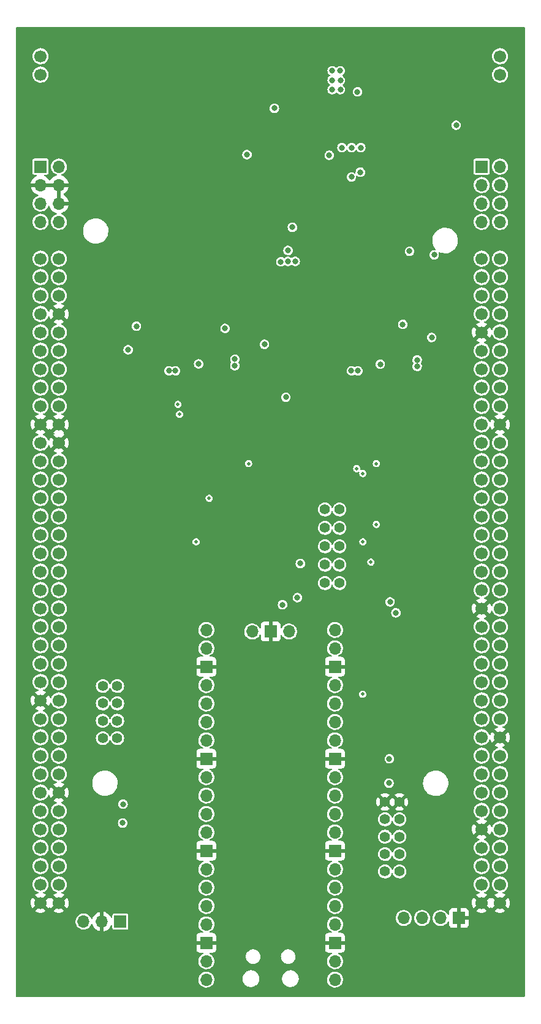
<source format=gbr>
%TF.GenerationSoftware,KiCad,Pcbnew,(6.0.7-1)-1*%
%TF.CreationDate,2022-08-23T13:00:42-05:00*%
%TF.ProjectId,NR1B-analog,4e523142-2d61-46e6-916c-6f672e6b6963,rev?*%
%TF.SameCoordinates,Original*%
%TF.FileFunction,Copper,L2,Inr*%
%TF.FilePolarity,Positive*%
%FSLAX46Y46*%
G04 Gerber Fmt 4.6, Leading zero omitted, Abs format (unit mm)*
G04 Created by KiCad (PCBNEW (6.0.7-1)-1) date 2022-08-23 13:00:42*
%MOMM*%
%LPD*%
G01*
G04 APERTURE LIST*
%TA.AperFunction,ComponentPad*%
%ADD10C,1.400000*%
%TD*%
%TA.AperFunction,ComponentPad*%
%ADD11O,1.700000X1.700000*%
%TD*%
%TA.AperFunction,ComponentPad*%
%ADD12R,1.700000X1.700000*%
%TD*%
%TA.AperFunction,ComponentPad*%
%ADD13C,1.700000*%
%TD*%
%TA.AperFunction,ViaPad*%
%ADD14C,0.800000*%
%TD*%
%TA.AperFunction,ViaPad*%
%ADD15C,0.480000*%
%TD*%
G04 APERTURE END LIST*
D10*
%TO.N,Net-(TP3-Pad1)*%
%TO.C,TP3*%
X61400000Y-114700000D03*
X63400000Y-114700000D03*
%TD*%
%TO.N,/MCU/SCK_DAC*%
%TO.C,SCK_DAC1*%
X92100000Y-85540000D03*
X94100000Y-85540000D03*
%TD*%
%TO.N,Net-(TP2-Pad1)*%
%TO.C,TP2*%
X63400000Y-112300000D03*
X61400000Y-112300000D03*
%TD*%
%TO.N,/Interconnect/SCK*%
%TO.C,SCK_SYS1*%
X100400000Y-130700000D03*
X102400000Y-130700000D03*
%TD*%
%TO.N,Net-(TP4-Pad1)*%
%TO.C,TP4*%
X63400000Y-117100000D03*
X61400000Y-117100000D03*
%TD*%
D11*
%TO.N,/MCU/UART_TX*%
%TO.C,U5*%
X93490000Y-150410000D03*
%TO.N,/MCU/UART_RX*%
X93490000Y-147870000D03*
D12*
%TO.N,GND*%
X93490000Y-145330000D03*
D11*
%TO.N,/Interconnect/ACK*%
X93490000Y-142790000D03*
%TO.N,/Interconnect/ERROR*%
X93490000Y-140250000D03*
%TO.N,/Interconnect/MOSI*%
X93490000Y-137710000D03*
%TO.N,/Interconnect/NSS*%
X93490000Y-135170000D03*
D12*
%TO.N,GND*%
X93490000Y-132630000D03*
D11*
%TO.N,/Interconnect/SCK*%
X93490000Y-130090000D03*
%TO.N,/Interconnect/MISO*%
X93490000Y-127550000D03*
%TO.N,/MCU/MISO_DAC*%
X93490000Y-125010000D03*
%TO.N,/MCU/CS_DAC0*%
X93490000Y-122470000D03*
D12*
%TO.N,GND*%
X93490000Y-119930000D03*
D11*
%TO.N,/MCU/SCK_DAC*%
X93490000Y-117390000D03*
%TO.N,/MCU/MOSI_DAC*%
X93490000Y-114850000D03*
%TO.N,/MCU/CS_DAC1*%
X93490000Y-112310000D03*
%TO.N,/MCU/LDAC*%
X93490000Y-109770000D03*
D12*
%TO.N,GND*%
X93490000Y-107230000D03*
D11*
%TO.N,/MCU/ALARM_DAC0*%
X93490000Y-104690000D03*
%TO.N,/MCU/ALARM_DAC1*%
X93490000Y-102150000D03*
%TO.N,Net-(TP1-Pad1)*%
X75710000Y-102150000D03*
%TO.N,Net-(TP2-Pad1)*%
X75710000Y-104690000D03*
D12*
%TO.N,GND*%
X75710000Y-107230000D03*
D11*
%TO.N,Net-(R25-Pad1)*%
X75710000Y-109770000D03*
%TO.N,Net-(R24-Pad1)*%
X75710000Y-112310000D03*
%TO.N,Net-(R23-Pad1)*%
X75710000Y-114850000D03*
%TO.N,Net-(R22-Pad1)*%
X75710000Y-117390000D03*
D12*
%TO.N,GND*%
X75710000Y-119930000D03*
D11*
%TO.N,Net-(TP3-Pad1)*%
X75710000Y-122470000D03*
%TO.N,Net-(SW1-Pad1)*%
X75710000Y-125010000D03*
%TO.N,/MCU/DAC0_READ*%
X75710000Y-127550000D03*
%TO.N,/MCU/DAC1_READ*%
X75710000Y-130090000D03*
D12*
%TO.N,GND*%
X75710000Y-132630000D03*
D11*
%TO.N,Net-(TP4-Pad1)*%
X75710000Y-135170000D03*
%TO.N,unconnected-(U5-Pad35)*%
X75710000Y-137710000D03*
%TO.N,+3V3*%
X75710000Y-140250000D03*
%TO.N,unconnected-(U5-Pad37)*%
X75710000Y-142790000D03*
D12*
%TO.N,GND*%
X75710000Y-145330000D03*
D11*
%TO.N,unconnected-(U5-Pad39)*%
X75710000Y-147870000D03*
%TO.N,unconnected-(U5-Pad40)*%
X75710000Y-150410000D03*
%TO.N,Net-(J3-Pad1)*%
X87140000Y-102380000D03*
D12*
%TO.N,GND*%
X84600000Y-102380000D03*
D11*
%TO.N,Net-(J3-Pad3)*%
X82060000Y-102380000D03*
%TD*%
D10*
%TO.N,/Interconnect/MISO*%
%TO.C,MISO_SYS1*%
X102400000Y-128300000D03*
X100400000Y-128300000D03*
%TD*%
%TO.N,/MCU/MISO_DAC*%
%TO.C,MISO_DAC1*%
X94100000Y-88080000D03*
X92100000Y-88080000D03*
%TD*%
%TO.N,/Interconnect/MOSI*%
%TO.C,MOSI_SYS1*%
X100400000Y-135500000D03*
X102400000Y-135500000D03*
%TD*%
D12*
%TO.N,OUT_SENSE1*%
%TO.C,J1*%
X113766600Y-38227000D03*
D11*
%TO.N,unconnected-(J1-Pad2)*%
X116306600Y-38227000D03*
%TO.N,OUT_DRIVE1*%
X113766600Y-40767000D03*
%TO.N,unconnected-(J1-Pad4)*%
X116306600Y-40767000D03*
%TO.N,OUT_SENSE0*%
X113766600Y-43307000D03*
%TO.N,unconnected-(J1-Pad6)*%
X116306600Y-43307000D03*
%TO.N,OUT_DRIVE0*%
X113766600Y-45847000D03*
%TO.N,unconnected-(J1-Pad8)*%
X116306600Y-45847000D03*
%TD*%
D12*
%TO.N,GND*%
%TO.C,J8*%
X110610000Y-141925000D03*
D11*
%TO.N,/MCU/UART_TX*%
X108070000Y-141925000D03*
%TO.N,/MCU/UART_RX*%
X105530000Y-141925000D03*
%TO.N,+3V3*%
X102990000Y-141925000D03*
%TD*%
D12*
%TO.N,Net-(J3-Pad1)*%
%TO.C,J3*%
X63825000Y-142405000D03*
D11*
%TO.N,GND*%
X61285000Y-142405000D03*
%TO.N,Net-(J3-Pad3)*%
X58745000Y-142405000D03*
%TD*%
D13*
%TO.N,unconnected-(X1-Pad1)*%
%TO.C,X1*%
X52806600Y-50927000D03*
%TO.N,unconnected-(X1-Pad2)*%
X55346600Y-50927000D03*
%TO.N,unconnected-(X1-Pad3)*%
X52806600Y-53467000D03*
%TO.N,unconnected-(X1-Pad4)*%
X55346600Y-53467000D03*
%TO.N,unconnected-(X1-Pad5)*%
X52806600Y-56007000D03*
%TO.N,unconnected-(X1-Pad6)*%
X55346600Y-56007000D03*
%TO.N,unconnected-(X1-Pad7)*%
X52806600Y-58547000D03*
%TO.N,GND*%
X55346600Y-58547000D03*
%TO.N,unconnected-(X1-Pad9)*%
X52806600Y-61087000D03*
%TO.N,unconnected-(X1-Pad10)*%
X55346600Y-61087000D03*
%TO.N,unconnected-(X1-Pad11)*%
X52806600Y-63627000D03*
%TO.N,unconnected-(X1-Pad12)*%
X55346600Y-63627000D03*
%TO.N,unconnected-(X1-Pad13)*%
X52806600Y-66167000D03*
%TO.N,unconnected-(X1-Pad14)*%
X55346600Y-66167000D03*
%TO.N,unconnected-(X1-Pad15)*%
X52806600Y-68707000D03*
%TO.N,+3V3*%
X55346600Y-68707000D03*
%TO.N,unconnected-(X1-Pad17)*%
X52806600Y-71247000D03*
%TO.N,unconnected-(X1-Pad18)*%
X55346600Y-71247000D03*
%TO.N,GND*%
X52806600Y-73787000D03*
X55346600Y-73787000D03*
%TO.N,unconnected-(X1-Pad21)*%
X52806600Y-76327000D03*
%TO.N,GND*%
X55346600Y-76327000D03*
%TO.N,unconnected-(X1-Pad23)*%
X52806600Y-78867000D03*
%TO.N,unconnected-(X1-Pad24)*%
X55346600Y-78867000D03*
%TO.N,unconnected-(X1-Pad25)*%
X52806600Y-81407000D03*
%TO.N,unconnected-(X1-Pad26)*%
X55346600Y-81407000D03*
%TO.N,unconnected-(X1-Pad27)*%
X52806600Y-83947000D03*
%TO.N,unconnected-(X1-Pad28)*%
X55346600Y-83947000D03*
%TO.N,unconnected-(X1-Pad29)*%
X52806600Y-86487000D03*
%TO.N,unconnected-(X1-Pad30)*%
X55346600Y-86487000D03*
%TO.N,unconnected-(X1-Pad31)*%
X52806600Y-89027000D03*
%TO.N,/Interconnect/NSS*%
X55346600Y-89027000D03*
%TO.N,unconnected-(X1-Pad33)*%
X52806600Y-91567000D03*
%TO.N,unconnected-(X1-Pad34)*%
X55346600Y-91567000D03*
%TO.N,unconnected-(X1-Pad35)*%
X52806600Y-94107000D03*
%TO.N,unconnected-(X1-Pad36)*%
X55346600Y-94107000D03*
%TO.N,unconnected-(X1-Pad37)*%
X52806600Y-96647000D03*
%TO.N,unconnected-(X1-Pad38)*%
X55346600Y-96647000D03*
%TO.N,unconnected-(X1-Pad39)*%
X52806600Y-99187000D03*
%TO.N,unconnected-(X1-Pad40)*%
X55346600Y-99187000D03*
%TO.N,unconnected-(X1-Pad41)*%
X52806600Y-101727000D03*
%TO.N,unconnected-(X1-Pad42)*%
X55346600Y-101727000D03*
%TO.N,unconnected-(X1-Pad43)*%
X52806600Y-104267000D03*
%TO.N,unconnected-(X1-Pad44)*%
X55346600Y-104267000D03*
%TO.N,/Interconnect/MOSI*%
X52806600Y-106807000D03*
%TO.N,unconnected-(X1-Pad46)*%
X55346600Y-106807000D03*
%TO.N,unconnected-(X1-Pad47)*%
X52806600Y-109347000D03*
%TO.N,unconnected-(X1-Pad48)*%
X55346600Y-109347000D03*
%TO.N,GND*%
X52806600Y-111887000D03*
%TO.N,unconnected-(X1-Pad50)*%
X55346600Y-111887000D03*
%TO.N,unconnected-(X1-Pad51)*%
X52806600Y-114427000D03*
%TO.N,unconnected-(X1-Pad52)*%
X55346600Y-114427000D03*
%TO.N,unconnected-(X1-Pad53)*%
X52806600Y-116967000D03*
%TO.N,unconnected-(X1-Pad54)*%
X55346600Y-116967000D03*
%TO.N,unconnected-(X1-Pad55)*%
X52806600Y-119507000D03*
%TO.N,unconnected-(X1-Pad56)*%
X55346600Y-119507000D03*
%TO.N,unconnected-(X1-Pad57)*%
X52806600Y-122047000D03*
%TO.N,unconnected-(X1-Pad58)*%
X55346600Y-122047000D03*
%TO.N,unconnected-(X1-Pad59)*%
X52806600Y-124587000D03*
%TO.N,GND*%
X55346600Y-124587000D03*
%TO.N,unconnected-(X1-Pad61)*%
X52806600Y-127127000D03*
%TO.N,unconnected-(X1-Pad62)*%
X55346600Y-127127000D03*
%TO.N,unconnected-(X1-Pad63)*%
X52806600Y-129667000D03*
%TO.N,unconnected-(X1-Pad64)*%
X55346600Y-129667000D03*
%TO.N,unconnected-(X1-Pad65)*%
X52806600Y-132207000D03*
%TO.N,unconnected-(X1-Pad66)*%
X55346600Y-132207000D03*
%TO.N,unconnected-(X1-Pad67)*%
X52806600Y-134747000D03*
%TO.N,unconnected-(X1-Pad68)*%
X55346600Y-134747000D03*
%TO.N,unconnected-(X1-Pad69)*%
X52806600Y-137287000D03*
%TO.N,unconnected-(X1-Pad70)*%
X55346600Y-137287000D03*
%TO.N,GND*%
X52806600Y-139827000D03*
X55346600Y-139827000D03*
%TO.N,unconnected-(X1-Pad73)*%
X113766600Y-50927000D03*
%TO.N,unconnected-(X1-Pad74)*%
X116306600Y-50927000D03*
%TO.N,unconnected-(X1-Pad75)*%
X113766600Y-53467000D03*
%TO.N,unconnected-(X1-Pad76)*%
X116306600Y-53467000D03*
%TO.N,unconnected-(X1-Pad77)*%
X113766600Y-56007000D03*
%TO.N,unconnected-(X1-Pad78)*%
X116306600Y-56007000D03*
%TO.N,unconnected-(X1-Pad79)*%
X113766600Y-58547000D03*
%TO.N,unconnected-(X1-Pad80)*%
X116306600Y-58547000D03*
%TO.N,GND*%
X113766600Y-61087000D03*
%TO.N,unconnected-(X1-Pad82)*%
X116306600Y-61087000D03*
%TO.N,/Interconnect/SCK*%
X113766600Y-63627000D03*
%TO.N,unconnected-(X1-Pad84)*%
X116306600Y-63627000D03*
%TO.N,/Interconnect/MISO*%
X113766600Y-66167000D03*
%TO.N,unconnected-(X1-Pad86)*%
X116306600Y-66167000D03*
%TO.N,unconnected-(X1-Pad87)*%
X113766600Y-68707000D03*
%TO.N,unconnected-(X1-Pad88)*%
X116306600Y-68707000D03*
%TO.N,unconnected-(X1-Pad89)*%
X113766600Y-71247000D03*
%TO.N,unconnected-(X1-Pad90)*%
X116306600Y-71247000D03*
%TO.N,unconnected-(X1-Pad91)*%
X113766600Y-73787000D03*
%TO.N,GND*%
X116306600Y-73787000D03*
%TO.N,unconnected-(X1-Pad93)*%
X113766600Y-76327000D03*
%TO.N,unconnected-(X1-Pad94)*%
X116306600Y-76327000D03*
%TO.N,unconnected-(X1-Pad95)*%
X113766600Y-78867000D03*
%TO.N,unconnected-(X1-Pad96)*%
X116306600Y-78867000D03*
%TO.N,unconnected-(X1-Pad97)*%
X113766600Y-81407000D03*
%TO.N,unconnected-(X1-Pad98)*%
X116306600Y-81407000D03*
%TO.N,unconnected-(X1-Pad99)*%
X113766600Y-83947000D03*
%TO.N,unconnected-(X1-Pad100)*%
X116306600Y-83947000D03*
%TO.N,unconnected-(X1-Pad101)*%
X113766600Y-86487000D03*
%TO.N,unconnected-(X1-Pad102)*%
X116306600Y-86487000D03*
%TO.N,unconnected-(X1-Pad103)*%
X113766600Y-89027000D03*
%TO.N,unconnected-(X1-Pad104)*%
X116306600Y-89027000D03*
%TO.N,unconnected-(X1-Pad105)*%
X113766600Y-91567000D03*
%TO.N,unconnected-(X1-Pad106)*%
X116306600Y-91567000D03*
%TO.N,unconnected-(X1-Pad107)*%
X113766600Y-94107000D03*
%TO.N,unconnected-(X1-Pad108)*%
X116306600Y-94107000D03*
%TO.N,unconnected-(X1-Pad109)*%
X113766600Y-96647000D03*
%TO.N,unconnected-(X1-Pad110)*%
X116306600Y-96647000D03*
%TO.N,GND*%
X113766600Y-99187000D03*
%TO.N,unconnected-(X1-Pad112)*%
X116306600Y-99187000D03*
%TO.N,unconnected-(X1-Pad113)*%
X113766600Y-101727000D03*
%TO.N,unconnected-(X1-Pad114)*%
X116306600Y-101727000D03*
%TO.N,unconnected-(X1-Pad115)*%
X113766600Y-104267000D03*
%TO.N,unconnected-(X1-Pad116)*%
X116306600Y-104267000D03*
%TO.N,unconnected-(X1-Pad117)*%
X113766600Y-106807000D03*
%TO.N,unconnected-(X1-Pad118)*%
X116306600Y-106807000D03*
%TO.N,unconnected-(X1-Pad119)*%
X113766600Y-109347000D03*
%TO.N,unconnected-(X1-Pad120)*%
X116306600Y-109347000D03*
%TO.N,unconnected-(X1-Pad121)*%
X113766600Y-111887000D03*
%TO.N,unconnected-(X1-Pad122)*%
X116306600Y-111887000D03*
%TO.N,unconnected-(X1-Pad123)*%
X113766600Y-114427000D03*
%TO.N,unconnected-(X1-Pad124)*%
X116306600Y-114427000D03*
%TO.N,unconnected-(X1-Pad125)*%
X113766600Y-116967000D03*
%TO.N,GND*%
X116306600Y-116967000D03*
%TO.N,unconnected-(X1-Pad127)*%
X113766600Y-119507000D03*
%TO.N,unconnected-(X1-Pad128)*%
X116306600Y-119507000D03*
%TO.N,unconnected-(X1-Pad129)*%
X113766600Y-122047000D03*
%TO.N,unconnected-(X1-Pad130)*%
X116306600Y-122047000D03*
%TO.N,unconnected-(X1-Pad131)*%
X113766600Y-124587000D03*
%TO.N,unconnected-(X1-Pad132)*%
X116306600Y-124587000D03*
%TO.N,/Interconnect/ERROR*%
X113766600Y-127127000D03*
%TO.N,unconnected-(X1-Pad134)*%
X116306600Y-127127000D03*
%TO.N,GND*%
X113766600Y-129667000D03*
%TO.N,unconnected-(X1-Pad136)*%
X116306600Y-129667000D03*
%TO.N,unconnected-(X1-Pad137)*%
X113766600Y-132207000D03*
%TO.N,/Interconnect/ACK*%
X116306600Y-132207000D03*
%TO.N,unconnected-(X1-Pad139)*%
X113766600Y-134747000D03*
%TO.N,unconnected-(X1-Pad140)*%
X116306600Y-134747000D03*
%TO.N,unconnected-(X1-Pad141)*%
X113766600Y-137287000D03*
%TO.N,unconnected-(X1-Pad142)*%
X116306600Y-137287000D03*
%TO.N,GND*%
X113766600Y-139827000D03*
X116306600Y-139827000D03*
%TO.N,N/C*%
X52806600Y-22987000D03*
X52806600Y-25527000D03*
X116306600Y-22987000D03*
X116306600Y-25527000D03*
%TD*%
D10*
%TO.N,/MCU/CS_DAC1*%
%TO.C,CS_DAC1*%
X92100000Y-95700000D03*
X94100000Y-95700000D03*
%TD*%
%TO.N,Net-(TP1-Pad1)*%
%TO.C,TP1*%
X61400000Y-109900000D03*
X63400000Y-109900000D03*
%TD*%
%TO.N,/MCU/MOSI_DAC*%
%TO.C,MOSI_DAC1*%
X94100000Y-90620000D03*
X92100000Y-90620000D03*
%TD*%
%TO.N,GND*%
%TO.C,GND1*%
X100400000Y-125900000D03*
X102400000Y-125900000D03*
%TD*%
D12*
%TO.N,Net-(FB2-Pad2)*%
%TO.C,J2*%
X52806600Y-38227000D03*
D11*
%TO.N,Net-(FB3-Pad1)*%
X55346600Y-38227000D03*
%TO.N,GND*%
X52806600Y-40767000D03*
X55346600Y-40767000D03*
%TO.N,Net-(FB1-Pad2)*%
X52806600Y-43307000D03*
%TO.N,GND*%
X55346600Y-43307000D03*
%TO.N,+12V*%
X52806600Y-45847000D03*
%TO.N,+24V*%
X55346600Y-45847000D03*
%TD*%
D10*
%TO.N,/MCU/CS_DAC0*%
%TO.C,CS_DAC0*%
X92100000Y-93160000D03*
X94100000Y-93160000D03*
%TD*%
%TO.N,/Interconnect/NSS*%
%TO.C,CS_SYS1*%
X102400000Y-133100000D03*
X100400000Y-133100000D03*
%TD*%
D14*
%TO.N,+12Vref*%
X96600000Y-27900000D03*
X93100000Y-27600000D03*
X93100000Y-25000000D03*
X94234000Y-27600000D03*
X110236000Y-32512000D03*
X87600000Y-46600000D03*
X93100000Y-26300000D03*
X94200000Y-25000000D03*
X94234000Y-26300000D03*
X87000000Y-49800000D03*
X97000000Y-39000000D03*
X107200000Y-50400000D03*
X95800000Y-35600000D03*
X103790500Y-49900000D03*
X97050000Y-35600000D03*
X94450000Y-35600000D03*
X92700000Y-36650000D03*
%TO.N,GND*%
X72800000Y-61300000D03*
X69596000Y-36576000D03*
X71200000Y-64600000D03*
X105050000Y-60700000D03*
X78390000Y-24700000D03*
X79900000Y-60750000D03*
X96400000Y-63000000D03*
X69200000Y-132800000D03*
X89800000Y-46000000D03*
X69600000Y-61300000D03*
X60706000Y-43434000D03*
X110800000Y-55400000D03*
X98000000Y-64600000D03*
X62230000Y-27686000D03*
X92300000Y-31600000D03*
X88845000Y-23755000D03*
X96400000Y-64600000D03*
X68249800Y-25527000D03*
X89800000Y-45000000D03*
X77200000Y-44196000D03*
X98300000Y-21100000D03*
X106450000Y-63650000D03*
X77500000Y-25470000D03*
X99700000Y-63000000D03*
X101600000Y-28200000D03*
X98000000Y-66300000D03*
X72800000Y-66300000D03*
X101600000Y-38354000D03*
X98000000Y-63000000D03*
X78400000Y-67950000D03*
X69600000Y-64600000D03*
X63500000Y-27686000D03*
X72800000Y-64600000D03*
X69200000Y-124700000D03*
X77520000Y-23710000D03*
X99700000Y-61300000D03*
X65278226Y-132142304D03*
X72800000Y-63000000D03*
X69400000Y-66300000D03*
X88061800Y-27101800D03*
X94800000Y-64600000D03*
X103600000Y-68050000D03*
X109372400Y-28956000D03*
X94800000Y-63000000D03*
X62230000Y-43434000D03*
X106000000Y-47242815D03*
X77200000Y-42700000D03*
X74500000Y-61300000D03*
X55397400Y-150283200D03*
X80010000Y-44196000D03*
X94800000Y-61300000D03*
X86500000Y-54900000D03*
X81050000Y-64350000D03*
X67200000Y-134100000D03*
X69600000Y-63000000D03*
X71200000Y-63000000D03*
X100700000Y-28200000D03*
X96400000Y-61300000D03*
X63754000Y-43434000D03*
X60960000Y-27686000D03*
X94900000Y-21100000D03*
X100100000Y-49900000D03*
X93300000Y-32600000D03*
X93300000Y-31600000D03*
X77216000Y-39624000D03*
X87500000Y-54900000D03*
X63949148Y-136524669D03*
X98000000Y-61300000D03*
X105100000Y-55400000D03*
X74930000Y-25146000D03*
X94600000Y-66300000D03*
X67132200Y-25527000D03*
X92300000Y-32600000D03*
X96600000Y-23100000D03*
X75438000Y-41148000D03*
X77216000Y-41148000D03*
X77470000Y-28702000D03*
X69596000Y-40640000D03*
X70612000Y-40640000D03*
X54254400Y-145000000D03*
X74500000Y-63000000D03*
X62314741Y-134854342D03*
X71200000Y-61300000D03*
X110464600Y-27203400D03*
X67500000Y-108400000D03*
X70612000Y-36576000D03*
%TO.N,-14Vreg*%
X106850000Y-61800000D03*
X85110000Y-30180000D03*
X83750000Y-62750000D03*
%TO.N,+14Vreg*%
X102850000Y-60000000D03*
X78300000Y-60550000D03*
X81325000Y-36570000D03*
D15*
%TO.N,+3V3*%
X74300000Y-90000000D03*
D14*
X101100000Y-98300000D03*
X95750000Y-66400000D03*
D15*
X76100000Y-84000000D03*
D14*
X96650000Y-66400000D03*
X88700000Y-93000000D03*
X70550000Y-66400000D03*
X71450000Y-66400000D03*
X101900000Y-99800000D03*
%TO.N,+5V*%
X104850000Y-64900000D03*
X104850000Y-65800000D03*
X79650000Y-65700000D03*
X66050000Y-60250000D03*
X79650000Y-64800000D03*
X74650000Y-65450000D03*
X99750000Y-65500000D03*
D15*
%TO.N,/MCU/CS_DAC0*%
X98450000Y-92800000D03*
D14*
%TO.N,REF_OUT*%
X86000000Y-51350000D03*
X95755000Y-39655000D03*
X87000000Y-51300000D03*
X88000000Y-51300000D03*
%TO.N,/MCU/ALARM_DAC1*%
X86233000Y-98679000D03*
%TO.N,/MCU/CS_DAC1*%
X88300000Y-97700000D03*
%TO.N,/MCU/LDAC*%
X86700000Y-70050000D03*
X64900000Y-63500000D03*
D15*
%TO.N,/MCU/SCK_DAC*%
X96500000Y-79900000D03*
X71790000Y-71030000D03*
%TO.N,/MCU/MOSI_DAC*%
X97350000Y-90000000D03*
X97337400Y-80572600D03*
X97320000Y-111030000D03*
X72000000Y-72400000D03*
%TO.N,/MCU/MISO_DAC*%
X81541985Y-79211985D03*
X99200000Y-87600000D03*
X99208015Y-79211985D03*
D14*
%TO.N,Net-(R11-Pad1)*%
X64200000Y-126200000D03*
X101000000Y-119950000D03*
%TO.N,Net-(R12-Pad2)*%
X64150000Y-128800000D03*
X100950000Y-123300000D03*
%TD*%
%TA.AperFunction,Conductor*%
%TO.N,GND*%
G36*
X119719691Y-19018607D02*
G01*
X119755655Y-19068107D01*
X119760500Y-19098700D01*
X119760500Y-152681500D01*
X119741593Y-152739691D01*
X119692093Y-152775655D01*
X119661500Y-152780500D01*
X49477100Y-152780500D01*
X49418909Y-152761593D01*
X49382945Y-152712093D01*
X49378100Y-152681500D01*
X49378100Y-150380964D01*
X74601148Y-150380964D01*
X74601445Y-150385492D01*
X74613515Y-150569647D01*
X74614424Y-150583522D01*
X74615540Y-150587915D01*
X74615540Y-150587917D01*
X74663274Y-150775867D01*
X74664392Y-150780269D01*
X74666294Y-150784394D01*
X74666294Y-150784395D01*
X74745054Y-150955238D01*
X74749377Y-150964616D01*
X74866533Y-151130389D01*
X75011938Y-151272035D01*
X75180720Y-151384812D01*
X75367228Y-151464942D01*
X75438499Y-151481069D01*
X75560790Y-151508741D01*
X75560795Y-151508742D01*
X75565216Y-151509742D01*
X75666635Y-151513727D01*
X75763520Y-151517534D01*
X75763521Y-151517534D01*
X75768053Y-151517712D01*
X75868499Y-151503148D01*
X75964451Y-151489236D01*
X75964455Y-151489235D01*
X75968945Y-151488584D01*
X76043871Y-151463150D01*
X76156868Y-151424793D01*
X76156871Y-151424791D01*
X76161165Y-151423334D01*
X76183152Y-151411021D01*
X76296617Y-151347477D01*
X76338276Y-151324147D01*
X76494345Y-151194345D01*
X76624147Y-151038276D01*
X76723334Y-150861165D01*
X76788584Y-150668945D01*
X76802269Y-150574566D01*
X76817292Y-150470952D01*
X76817292Y-150470946D01*
X76817712Y-150468053D01*
X76818006Y-150456851D01*
X76819156Y-150412913D01*
X76819156Y-150412908D01*
X76819232Y-150410000D01*
X76816741Y-150382884D01*
X76804498Y-150249649D01*
X80715951Y-150249649D01*
X80721726Y-150337755D01*
X80723004Y-150357246D01*
X80723207Y-150365019D01*
X80723133Y-150370654D01*
X80723903Y-150375131D01*
X80724172Y-150378557D01*
X80724684Y-150382884D01*
X80729532Y-150456851D01*
X80729829Y-150461377D01*
X80730945Y-150465770D01*
X80730945Y-150465772D01*
X80756370Y-150565883D01*
X80757985Y-150573481D01*
X80758941Y-150579047D01*
X80760514Y-150583310D01*
X80761404Y-150586633D01*
X80762696Y-150590791D01*
X80780939Y-150662627D01*
X80780941Y-150662632D01*
X80782058Y-150667031D01*
X80783960Y-150671156D01*
X80783960Y-150671157D01*
X80827201Y-150764955D01*
X80830172Y-150772126D01*
X80832127Y-150777425D01*
X80834451Y-150781331D01*
X80835934Y-150784440D01*
X80837952Y-150788273D01*
X80870890Y-150859723D01*
X80873510Y-150863430D01*
X80933116Y-150947770D01*
X80937352Y-150954293D01*
X80937914Y-150955238D01*
X80937917Y-150955242D01*
X80940238Y-150959144D01*
X80943232Y-150962558D01*
X80945250Y-150965336D01*
X80947948Y-150968758D01*
X80993350Y-151033000D01*
X80996604Y-151036169D01*
X80996604Y-151036170D01*
X81070583Y-151108237D01*
X81075934Y-151113876D01*
X81079655Y-151118119D01*
X81083230Y-151120937D01*
X81085720Y-151123300D01*
X81088994Y-151126171D01*
X81145337Y-151181059D01*
X81149115Y-151183583D01*
X81149117Y-151183585D01*
X81234990Y-151240964D01*
X81241272Y-151245528D01*
X81242134Y-151246207D01*
X81242138Y-151246210D01*
X81245708Y-151249024D01*
X81249729Y-151251140D01*
X81252609Y-151253010D01*
X81256349Y-151255235D01*
X81321760Y-151298941D01*
X81418880Y-151340667D01*
X81420828Y-151341504D01*
X81427839Y-151344848D01*
X81432836Y-151347477D01*
X81437170Y-151348823D01*
X81440350Y-151350140D01*
X81444427Y-151351643D01*
X81476115Y-151365258D01*
X81512541Y-151380908D01*
X81512547Y-151380910D01*
X81516711Y-151382699D01*
X81521132Y-151383699D01*
X81521134Y-151383700D01*
X81621881Y-151406497D01*
X81629377Y-151408506D01*
X81630426Y-151408832D01*
X81630443Y-151408836D01*
X81634773Y-151410180D01*
X81639281Y-151410714D01*
X81642632Y-151411426D01*
X81646924Y-151412163D01*
X81723662Y-151429527D01*
X81858984Y-151434844D01*
X81931148Y-151437679D01*
X81931149Y-151437679D01*
X81935681Y-151437857D01*
X82145667Y-151407410D01*
X82149966Y-151405951D01*
X82149969Y-151405950D01*
X82342288Y-151340667D01*
X82346589Y-151339207D01*
X82373481Y-151324147D01*
X82501674Y-151252355D01*
X82531717Y-151235530D01*
X82577743Y-151197251D01*
X82691352Y-151102763D01*
X82694852Y-151099852D01*
X82697763Y-151096352D01*
X82827625Y-150940210D01*
X82827625Y-150940209D01*
X82830530Y-150936717D01*
X82913655Y-150788287D01*
X82931989Y-150755550D01*
X82931990Y-150755548D01*
X82934207Y-150751589D01*
X82988790Y-150590791D01*
X83000950Y-150554969D01*
X83000951Y-150554966D01*
X83002410Y-150550667D01*
X83014389Y-150468053D01*
X83032437Y-150343581D01*
X83032438Y-150343573D01*
X83032857Y-150340681D01*
X83034446Y-150280000D01*
X83031657Y-150249649D01*
X86165951Y-150249649D01*
X86171726Y-150337755D01*
X86173004Y-150357246D01*
X86173207Y-150365019D01*
X86173133Y-150370654D01*
X86173903Y-150375131D01*
X86174172Y-150378557D01*
X86174684Y-150382884D01*
X86179532Y-150456851D01*
X86179829Y-150461377D01*
X86180945Y-150465770D01*
X86180945Y-150465772D01*
X86206370Y-150565883D01*
X86207985Y-150573481D01*
X86208941Y-150579047D01*
X86210514Y-150583310D01*
X86211404Y-150586633D01*
X86212696Y-150590791D01*
X86230939Y-150662627D01*
X86230941Y-150662632D01*
X86232058Y-150667031D01*
X86233960Y-150671156D01*
X86233960Y-150671157D01*
X86277201Y-150764955D01*
X86280172Y-150772126D01*
X86282127Y-150777425D01*
X86284451Y-150781331D01*
X86285934Y-150784440D01*
X86287952Y-150788273D01*
X86320890Y-150859723D01*
X86323510Y-150863430D01*
X86383116Y-150947770D01*
X86387352Y-150954293D01*
X86387914Y-150955238D01*
X86387917Y-150955242D01*
X86390238Y-150959144D01*
X86393232Y-150962558D01*
X86395250Y-150965336D01*
X86397948Y-150968758D01*
X86443350Y-151033000D01*
X86446604Y-151036169D01*
X86446604Y-151036170D01*
X86520583Y-151108237D01*
X86525934Y-151113876D01*
X86529655Y-151118119D01*
X86533230Y-151120937D01*
X86535720Y-151123300D01*
X86538994Y-151126171D01*
X86595337Y-151181059D01*
X86599115Y-151183583D01*
X86599117Y-151183585D01*
X86684990Y-151240964D01*
X86691272Y-151245528D01*
X86692134Y-151246207D01*
X86692138Y-151246210D01*
X86695708Y-151249024D01*
X86699729Y-151251140D01*
X86702609Y-151253010D01*
X86706349Y-151255235D01*
X86771760Y-151298941D01*
X86868880Y-151340667D01*
X86870828Y-151341504D01*
X86877839Y-151344848D01*
X86882836Y-151347477D01*
X86887170Y-151348823D01*
X86890350Y-151350140D01*
X86894427Y-151351643D01*
X86926115Y-151365258D01*
X86962541Y-151380908D01*
X86962547Y-151380910D01*
X86966711Y-151382699D01*
X86971132Y-151383699D01*
X86971134Y-151383700D01*
X87071881Y-151406497D01*
X87079377Y-151408506D01*
X87080426Y-151408832D01*
X87080443Y-151408836D01*
X87084773Y-151410180D01*
X87089281Y-151410714D01*
X87092632Y-151411426D01*
X87096924Y-151412163D01*
X87173662Y-151429527D01*
X87308984Y-151434844D01*
X87381148Y-151437679D01*
X87381149Y-151437679D01*
X87385681Y-151437857D01*
X87595667Y-151407410D01*
X87599966Y-151405951D01*
X87599969Y-151405950D01*
X87792288Y-151340667D01*
X87796589Y-151339207D01*
X87823481Y-151324147D01*
X87951674Y-151252355D01*
X87981717Y-151235530D01*
X88027743Y-151197251D01*
X88141352Y-151102763D01*
X88144852Y-151099852D01*
X88147763Y-151096352D01*
X88277625Y-150940210D01*
X88277625Y-150940209D01*
X88280530Y-150936717D01*
X88363655Y-150788287D01*
X88381989Y-150755550D01*
X88381990Y-150755548D01*
X88384207Y-150751589D01*
X88438790Y-150590791D01*
X88450950Y-150554969D01*
X88450951Y-150554966D01*
X88452410Y-150550667D01*
X88464389Y-150468053D01*
X88477017Y-150380964D01*
X92381148Y-150380964D01*
X92381445Y-150385492D01*
X92393515Y-150569647D01*
X92394424Y-150583522D01*
X92395540Y-150587915D01*
X92395540Y-150587917D01*
X92443274Y-150775867D01*
X92444392Y-150780269D01*
X92446294Y-150784394D01*
X92446294Y-150784395D01*
X92525054Y-150955238D01*
X92529377Y-150964616D01*
X92646533Y-151130389D01*
X92791938Y-151272035D01*
X92960720Y-151384812D01*
X93147228Y-151464942D01*
X93218499Y-151481069D01*
X93340790Y-151508741D01*
X93340795Y-151508742D01*
X93345216Y-151509742D01*
X93446635Y-151513727D01*
X93543520Y-151517534D01*
X93543521Y-151517534D01*
X93548053Y-151517712D01*
X93648499Y-151503148D01*
X93744451Y-151489236D01*
X93744455Y-151489235D01*
X93748945Y-151488584D01*
X93823871Y-151463150D01*
X93936868Y-151424793D01*
X93936871Y-151424791D01*
X93941165Y-151423334D01*
X93963152Y-151411021D01*
X94076617Y-151347477D01*
X94118276Y-151324147D01*
X94274345Y-151194345D01*
X94404147Y-151038276D01*
X94503334Y-150861165D01*
X94568584Y-150668945D01*
X94582269Y-150574566D01*
X94597292Y-150470952D01*
X94597292Y-150470946D01*
X94597712Y-150468053D01*
X94598006Y-150456851D01*
X94599156Y-150412913D01*
X94599156Y-150412908D01*
X94599232Y-150410000D01*
X94596741Y-150382884D01*
X94581073Y-150212377D01*
X94580658Y-150207859D01*
X94563217Y-150146018D01*
X94526789Y-150016854D01*
X94526788Y-150016850D01*
X94525557Y-150012487D01*
X94499456Y-149959558D01*
X94450568Y-149860424D01*
X94435776Y-149830428D01*
X94414774Y-149802302D01*
X94317036Y-149671416D01*
X94317035Y-149671415D01*
X94314320Y-149667779D01*
X94230789Y-149590563D01*
X94168588Y-149533065D01*
X94168587Y-149533064D01*
X94165258Y-149529987D01*
X94142471Y-149515609D01*
X93997418Y-149424088D01*
X93993581Y-149421667D01*
X93805039Y-149346446D01*
X93605946Y-149306844D01*
X93504459Y-149305516D01*
X93407510Y-149304246D01*
X93407505Y-149304246D01*
X93402971Y-149304187D01*
X93398496Y-149304956D01*
X93398495Y-149304956D01*
X93337675Y-149315407D01*
X93202910Y-149338564D01*
X93012463Y-149408824D01*
X93008564Y-149411143D01*
X93008559Y-149411146D01*
X92846071Y-149507816D01*
X92838010Y-149512612D01*
X92834595Y-149515606D01*
X92834592Y-149515609D01*
X92814688Y-149533065D01*
X92685392Y-149646455D01*
X92559720Y-149805869D01*
X92557607Y-149809884D01*
X92557607Y-149809885D01*
X92478860Y-149959558D01*
X92465203Y-149985515D01*
X92463859Y-149989844D01*
X92407448Y-150171518D01*
X92405007Y-150179378D01*
X92404473Y-150183888D01*
X92404473Y-150183889D01*
X92385573Y-150343581D01*
X92381148Y-150380964D01*
X88477017Y-150380964D01*
X88482437Y-150343581D01*
X88482438Y-150343573D01*
X88482857Y-150340681D01*
X88484446Y-150280000D01*
X88477247Y-150201655D01*
X88477077Y-150197317D01*
X88476807Y-150193888D01*
X88476867Y-150189346D01*
X88476098Y-150184870D01*
X88475912Y-150183787D01*
X88474898Y-150176086D01*
X88465446Y-150073226D01*
X88465031Y-150068708D01*
X88443680Y-149993004D01*
X88442713Y-149988732D01*
X88441828Y-149985428D01*
X88441059Y-149980953D01*
X88439103Y-149975651D01*
X88436703Y-149968264D01*
X88408668Y-149868859D01*
X88408667Y-149868855D01*
X88407436Y-149864492D01*
X88372641Y-149793934D01*
X88370916Y-149789917D01*
X88369441Y-149786826D01*
X88367873Y-149782575D01*
X88365556Y-149778680D01*
X88365554Y-149778676D01*
X88364983Y-149777716D01*
X88361276Y-149770888D01*
X88315598Y-149678263D01*
X88313590Y-149674191D01*
X88266518Y-149611154D01*
X88264097Y-149607529D01*
X88262081Y-149604754D01*
X88259762Y-149600856D01*
X88256775Y-149597450D01*
X88256767Y-149597439D01*
X88256034Y-149596604D01*
X88251142Y-149590563D01*
X88189352Y-149507816D01*
X88189351Y-149507815D01*
X88186636Y-149504179D01*
X88183303Y-149501098D01*
X88128881Y-149450791D01*
X88125827Y-149447656D01*
X88123337Y-149445293D01*
X88120345Y-149441881D01*
X88115903Y-149438380D01*
X88109998Y-149433336D01*
X88102716Y-149426604D01*
X88030826Y-149360150D01*
X87964295Y-149318172D01*
X87960729Y-149315651D01*
X87957856Y-149313785D01*
X87954292Y-149310976D01*
X87949294Y-149308346D01*
X87942561Y-149304459D01*
X87942224Y-149304246D01*
X87851377Y-149246926D01*
X87778320Y-149217779D01*
X87774329Y-149215939D01*
X87771170Y-149214630D01*
X87767164Y-149212523D01*
X87761763Y-149210846D01*
X87754445Y-149208254D01*
X87719806Y-149194434D01*
X87658517Y-149169982D01*
X87658513Y-149169981D01*
X87654300Y-149168300D01*
X87577144Y-149152953D01*
X87572917Y-149151879D01*
X87569561Y-149151166D01*
X87565227Y-149149820D01*
X87559618Y-149149156D01*
X87551951Y-149147942D01*
X87450649Y-149127792D01*
X87446195Y-149126906D01*
X87341629Y-149125537D01*
X87238571Y-149124187D01*
X87238566Y-149124187D01*
X87234031Y-149124128D01*
X87229558Y-149124897D01*
X87229553Y-149124897D01*
X87127767Y-149142387D01*
X87120068Y-149143401D01*
X87118961Y-149143503D01*
X87118956Y-149143504D01*
X87114440Y-149143919D01*
X87110076Y-149145150D01*
X87106702Y-149145775D01*
X87102447Y-149146738D01*
X87084511Y-149149820D01*
X87029390Y-149159291D01*
X87029383Y-149159293D01*
X87024913Y-149160061D01*
X86938840Y-149191815D01*
X86923758Y-149197379D01*
X86916367Y-149199780D01*
X86915297Y-149200082D01*
X86915291Y-149200084D01*
X86910931Y-149201314D01*
X86906870Y-149203317D01*
X86903682Y-149204540D01*
X86899655Y-149206271D01*
X86825846Y-149233501D01*
X86821947Y-149235820D01*
X86821942Y-149235823D01*
X86733180Y-149288631D01*
X86726351Y-149292339D01*
X86725367Y-149292824D01*
X86725364Y-149292826D01*
X86721290Y-149294835D01*
X86717651Y-149297552D01*
X86714705Y-149299358D01*
X86711104Y-149301765D01*
X86647397Y-149339666D01*
X86647393Y-149339669D01*
X86643495Y-149341988D01*
X86567284Y-149408824D01*
X86562430Y-149413081D01*
X86556384Y-149417976D01*
X86551867Y-149421349D01*
X86548786Y-149424682D01*
X86546248Y-149426967D01*
X86543109Y-149430024D01*
X86487379Y-149478898D01*
X86487376Y-149478902D01*
X86483968Y-149481890D01*
X86481156Y-149485457D01*
X86417224Y-149566554D01*
X86412177Y-149572465D01*
X86411411Y-149573293D01*
X86411408Y-149573297D01*
X86408337Y-149576619D01*
X86405919Y-149580451D01*
X86403843Y-149583157D01*
X86401315Y-149586734D01*
X86352607Y-149648520D01*
X86350494Y-149652535D01*
X86350494Y-149652536D01*
X86302408Y-149743933D01*
X86298521Y-149750665D01*
X86297926Y-149751608D01*
X86297923Y-149751613D01*
X86295505Y-149755446D01*
X86293825Y-149759656D01*
X86292273Y-149762703D01*
X86290439Y-149766682D01*
X86253812Y-149836299D01*
X86252467Y-149840630D01*
X86252466Y-149840633D01*
X86221843Y-149939259D01*
X86219244Y-149946597D01*
X86217152Y-149951840D01*
X86216268Y-149956286D01*
X86215298Y-149959558D01*
X86214217Y-149963815D01*
X86208725Y-149981504D01*
X86190891Y-150038938D01*
X86190358Y-150043442D01*
X86178217Y-150146018D01*
X86177001Y-150153696D01*
X86175901Y-150159225D01*
X86175841Y-150163759D01*
X86175483Y-150167167D01*
X86175198Y-150171518D01*
X86171414Y-150203491D01*
X86165951Y-150249649D01*
X83031657Y-150249649D01*
X83027247Y-150201655D01*
X83027077Y-150197317D01*
X83026807Y-150193888D01*
X83026867Y-150189346D01*
X83026098Y-150184870D01*
X83025912Y-150183787D01*
X83024898Y-150176086D01*
X83015446Y-150073226D01*
X83015031Y-150068708D01*
X82993680Y-149993004D01*
X82992713Y-149988732D01*
X82991828Y-149985428D01*
X82991059Y-149980953D01*
X82989103Y-149975651D01*
X82986703Y-149968264D01*
X82958668Y-149868859D01*
X82958667Y-149868855D01*
X82957436Y-149864492D01*
X82922641Y-149793934D01*
X82920916Y-149789917D01*
X82919441Y-149786826D01*
X82917873Y-149782575D01*
X82915556Y-149778680D01*
X82915554Y-149778676D01*
X82914983Y-149777716D01*
X82911276Y-149770888D01*
X82865598Y-149678263D01*
X82863590Y-149674191D01*
X82816518Y-149611154D01*
X82814097Y-149607529D01*
X82812081Y-149604754D01*
X82809762Y-149600856D01*
X82806775Y-149597450D01*
X82806767Y-149597439D01*
X82806034Y-149596604D01*
X82801142Y-149590563D01*
X82739352Y-149507816D01*
X82739351Y-149507815D01*
X82736636Y-149504179D01*
X82733303Y-149501098D01*
X82678881Y-149450791D01*
X82675827Y-149447656D01*
X82673337Y-149445293D01*
X82670345Y-149441881D01*
X82665903Y-149438380D01*
X82659998Y-149433336D01*
X82652716Y-149426604D01*
X82580826Y-149360150D01*
X82514295Y-149318172D01*
X82510729Y-149315651D01*
X82507856Y-149313785D01*
X82504292Y-149310976D01*
X82499294Y-149308346D01*
X82492561Y-149304459D01*
X82492224Y-149304246D01*
X82401377Y-149246926D01*
X82328320Y-149217779D01*
X82324329Y-149215939D01*
X82321170Y-149214630D01*
X82317164Y-149212523D01*
X82311763Y-149210846D01*
X82304445Y-149208254D01*
X82269806Y-149194434D01*
X82208517Y-149169982D01*
X82208513Y-149169981D01*
X82204300Y-149168300D01*
X82127144Y-149152953D01*
X82122917Y-149151879D01*
X82119561Y-149151166D01*
X82115227Y-149149820D01*
X82109618Y-149149156D01*
X82101951Y-149147942D01*
X82000649Y-149127792D01*
X81996195Y-149126906D01*
X81891629Y-149125537D01*
X81788571Y-149124187D01*
X81788566Y-149124187D01*
X81784031Y-149124128D01*
X81779558Y-149124897D01*
X81779553Y-149124897D01*
X81677767Y-149142387D01*
X81670068Y-149143401D01*
X81668961Y-149143503D01*
X81668956Y-149143504D01*
X81664440Y-149143919D01*
X81660076Y-149145150D01*
X81656702Y-149145775D01*
X81652447Y-149146738D01*
X81634511Y-149149820D01*
X81579390Y-149159291D01*
X81579383Y-149159293D01*
X81574913Y-149160061D01*
X81488840Y-149191815D01*
X81473758Y-149197379D01*
X81466367Y-149199780D01*
X81465297Y-149200082D01*
X81465291Y-149200084D01*
X81460931Y-149201314D01*
X81456870Y-149203317D01*
X81453682Y-149204540D01*
X81449655Y-149206271D01*
X81375846Y-149233501D01*
X81371947Y-149235820D01*
X81371942Y-149235823D01*
X81283180Y-149288631D01*
X81276351Y-149292339D01*
X81275367Y-149292824D01*
X81275364Y-149292826D01*
X81271290Y-149294835D01*
X81267651Y-149297552D01*
X81264705Y-149299358D01*
X81261104Y-149301765D01*
X81197397Y-149339666D01*
X81197393Y-149339669D01*
X81193495Y-149341988D01*
X81117284Y-149408824D01*
X81112430Y-149413081D01*
X81106384Y-149417976D01*
X81101867Y-149421349D01*
X81098786Y-149424682D01*
X81096248Y-149426967D01*
X81093109Y-149430024D01*
X81037379Y-149478898D01*
X81037376Y-149478902D01*
X81033968Y-149481890D01*
X81031156Y-149485457D01*
X80967224Y-149566554D01*
X80962177Y-149572465D01*
X80961411Y-149573293D01*
X80961408Y-149573297D01*
X80958337Y-149576619D01*
X80955919Y-149580451D01*
X80953843Y-149583157D01*
X80951315Y-149586734D01*
X80902607Y-149648520D01*
X80900494Y-149652535D01*
X80900494Y-149652536D01*
X80852408Y-149743933D01*
X80848521Y-149750665D01*
X80847926Y-149751608D01*
X80847923Y-149751613D01*
X80845505Y-149755446D01*
X80843825Y-149759656D01*
X80842273Y-149762703D01*
X80840439Y-149766682D01*
X80803812Y-149836299D01*
X80802467Y-149840630D01*
X80802466Y-149840633D01*
X80771843Y-149939259D01*
X80769244Y-149946597D01*
X80767152Y-149951840D01*
X80766268Y-149956286D01*
X80765298Y-149959558D01*
X80764217Y-149963815D01*
X80758725Y-149981504D01*
X80740891Y-150038938D01*
X80740358Y-150043442D01*
X80728217Y-150146018D01*
X80727001Y-150153696D01*
X80725901Y-150159225D01*
X80725841Y-150163759D01*
X80725483Y-150167167D01*
X80725198Y-150171518D01*
X80721414Y-150203491D01*
X80715951Y-150249649D01*
X76804498Y-150249649D01*
X76801073Y-150212377D01*
X76800658Y-150207859D01*
X76783217Y-150146018D01*
X76746789Y-150016854D01*
X76746788Y-150016850D01*
X76745557Y-150012487D01*
X76719456Y-149959558D01*
X76670568Y-149860424D01*
X76655776Y-149830428D01*
X76634774Y-149802302D01*
X76537036Y-149671416D01*
X76537035Y-149671415D01*
X76534320Y-149667779D01*
X76450789Y-149590563D01*
X76388588Y-149533065D01*
X76388587Y-149533064D01*
X76385258Y-149529987D01*
X76362471Y-149515609D01*
X76217418Y-149424088D01*
X76213581Y-149421667D01*
X76025039Y-149346446D01*
X75825946Y-149306844D01*
X75724459Y-149305516D01*
X75627510Y-149304246D01*
X75627505Y-149304246D01*
X75622971Y-149304187D01*
X75618496Y-149304956D01*
X75618495Y-149304956D01*
X75557675Y-149315407D01*
X75422910Y-149338564D01*
X75232463Y-149408824D01*
X75228564Y-149411143D01*
X75228559Y-149411146D01*
X75066071Y-149507816D01*
X75058010Y-149512612D01*
X75054595Y-149515606D01*
X75054592Y-149515609D01*
X75034688Y-149533065D01*
X74905392Y-149646455D01*
X74779720Y-149805869D01*
X74777607Y-149809884D01*
X74777607Y-149809885D01*
X74698860Y-149959558D01*
X74685203Y-149985515D01*
X74683859Y-149989844D01*
X74627448Y-150171518D01*
X74625007Y-150179378D01*
X74624473Y-150183888D01*
X74624473Y-150183889D01*
X74605573Y-150343581D01*
X74601148Y-150380964D01*
X49378100Y-150380964D01*
X49378100Y-146225411D01*
X74352001Y-146225411D01*
X74352290Y-146230751D01*
X74358078Y-146284035D01*
X74360927Y-146296020D01*
X74407351Y-146419855D01*
X74414059Y-146432108D01*
X74492863Y-146537256D01*
X74502744Y-146547137D01*
X74607892Y-146625941D01*
X74620145Y-146632649D01*
X74743978Y-146679072D01*
X74755967Y-146681923D01*
X74809252Y-146687711D01*
X74814586Y-146688000D01*
X75176371Y-146688000D01*
X75234562Y-146706907D01*
X75270526Y-146756407D01*
X75270526Y-146817593D01*
X75234562Y-146867093D01*
X75226994Y-146872078D01*
X75058010Y-146972612D01*
X75054595Y-146975606D01*
X75054592Y-146975609D01*
X75025035Y-147001530D01*
X74905392Y-147106455D01*
X74779720Y-147265869D01*
X74777607Y-147269884D01*
X74777607Y-147269885D01*
X74689755Y-147436864D01*
X74685203Y-147445515D01*
X74664290Y-147512867D01*
X74629198Y-147625882D01*
X74625007Y-147639378D01*
X74624473Y-147643888D01*
X74624473Y-147643889D01*
X74601796Y-147835493D01*
X74601148Y-147840964D01*
X74602225Y-147857399D01*
X74612748Y-148017944D01*
X74614424Y-148043522D01*
X74615540Y-148047915D01*
X74615540Y-148047917D01*
X74656345Y-148208586D01*
X74664392Y-148240269D01*
X74666294Y-148244394D01*
X74666294Y-148244395D01*
X74703511Y-148325124D01*
X74749377Y-148424616D01*
X74866533Y-148590389D01*
X75011938Y-148732035D01*
X75180720Y-148844812D01*
X75367228Y-148924942D01*
X75438499Y-148941069D01*
X75560790Y-148968741D01*
X75560795Y-148968742D01*
X75565216Y-148969742D01*
X75666635Y-148973727D01*
X75763520Y-148977534D01*
X75763521Y-148977534D01*
X75768053Y-148977712D01*
X75868499Y-148963148D01*
X75964451Y-148949236D01*
X75964455Y-148949235D01*
X75968945Y-148948584D01*
X76043871Y-148923150D01*
X76156868Y-148884793D01*
X76156871Y-148884791D01*
X76161165Y-148883334D01*
X76338276Y-148784147D01*
X76494345Y-148654345D01*
X76624147Y-148498276D01*
X76723334Y-148321165D01*
X76747373Y-148250350D01*
X76787125Y-148133243D01*
X76788584Y-148128945D01*
X76792458Y-148102231D01*
X76817292Y-147930952D01*
X76817292Y-147930946D01*
X76817712Y-147928053D01*
X76819232Y-147870000D01*
X76816062Y-147835493D01*
X76801073Y-147672377D01*
X76800658Y-147667859D01*
X76787603Y-147621570D01*
X76746789Y-147476854D01*
X76746788Y-147476850D01*
X76745557Y-147472487D01*
X76655776Y-147290428D01*
X76646633Y-147278183D01*
X76615064Y-147235907D01*
X81165738Y-147235907D01*
X81167954Y-147262302D01*
X81170735Y-147295418D01*
X81170262Y-147295458D01*
X81170645Y-147297141D01*
X81170541Y-147299126D01*
X81171291Y-147304088D01*
X81171308Y-147304427D01*
X81171952Y-147309909D01*
X81182222Y-147432209D01*
X81194098Y-147473622D01*
X81199110Y-147491102D01*
X81199837Y-147493780D01*
X81200185Y-147495135D01*
X81200935Y-147500097D01*
X81202666Y-147504801D01*
X81202666Y-147504803D01*
X81203098Y-147505977D01*
X81205350Y-147512867D01*
X81236521Y-147621570D01*
X81238737Y-147625881D01*
X81238737Y-147625882D01*
X81265809Y-147678560D01*
X81267164Y-147681646D01*
X81267187Y-147681635D01*
X81269389Y-147686149D01*
X81271119Y-147690852D01*
X81273761Y-147695113D01*
X81273762Y-147695115D01*
X81274915Y-147696975D01*
X81278827Y-147703889D01*
X81326566Y-147796779D01*
X81365176Y-147845492D01*
X81370004Y-147851583D01*
X81374092Y-147857399D01*
X81375581Y-147859332D01*
X81378226Y-147863599D01*
X81381675Y-147867246D01*
X81383287Y-147868951D01*
X81388940Y-147875477D01*
X81445920Y-147947367D01*
X81445924Y-147947371D01*
X81448927Y-147951160D01*
X81452607Y-147954292D01*
X81452609Y-147954294D01*
X81506847Y-148000454D01*
X81514219Y-148007449D01*
X81514430Y-148007632D01*
X81517881Y-148011280D01*
X81521990Y-148014157D01*
X81521992Y-148014159D01*
X81523580Y-148015271D01*
X81530948Y-148020965D01*
X81598945Y-148078835D01*
X81670938Y-148119071D01*
X81679424Y-148124394D01*
X81680265Y-148124983D01*
X81680270Y-148124986D01*
X81684379Y-148127863D01*
X81688983Y-148129855D01*
X81688988Y-148129858D01*
X81689927Y-148130264D01*
X81698903Y-148134699D01*
X81770904Y-148174940D01*
X81849601Y-148200510D01*
X81855826Y-148202533D01*
X81864549Y-148205830D01*
X81866315Y-148206594D01*
X81866317Y-148206595D01*
X81870919Y-148208586D01*
X81875825Y-148209611D01*
X81876094Y-148209696D01*
X81885921Y-148212311D01*
X81958255Y-148235814D01*
X81963061Y-148236387D01*
X81963065Y-148236388D01*
X82015527Y-148242644D01*
X82054149Y-148247249D01*
X82062662Y-148248643D01*
X82064359Y-148248998D01*
X82066164Y-148249375D01*
X82066166Y-148249375D01*
X82069880Y-148250151D01*
X82073674Y-148250350D01*
X82073675Y-148250350D01*
X82075233Y-148250432D01*
X82075250Y-148250432D01*
X82076539Y-148250500D01*
X82077841Y-148250500D01*
X82086965Y-148251162D01*
X82153862Y-148259139D01*
X82158684Y-148258768D01*
X82158687Y-148258768D01*
X82223477Y-148253782D01*
X82350274Y-148244026D01*
X82426920Y-148222626D01*
X82535344Y-148192353D01*
X82535348Y-148192351D01*
X82540009Y-148191050D01*
X82651556Y-148134704D01*
X82711521Y-148104414D01*
X82711523Y-148104412D01*
X82715842Y-148102231D01*
X82871074Y-147980950D01*
X82874236Y-147977287D01*
X82874241Y-147977282D01*
X82972369Y-147863599D01*
X82999793Y-147831828D01*
X83026836Y-147784223D01*
X83027187Y-147784422D01*
X83027725Y-147783078D01*
X83027848Y-147782919D01*
X83029601Y-147779357D01*
X83030847Y-147777163D01*
X83030938Y-147777018D01*
X83031054Y-147776799D01*
X83094707Y-147664750D01*
X83094708Y-147664747D01*
X83097096Y-147660544D01*
X83102637Y-147643889D01*
X83115945Y-147603882D01*
X83116403Y-147604035D01*
X83116715Y-147602317D01*
X83117587Y-147600545D01*
X83118851Y-147595694D01*
X83118964Y-147595390D01*
X83120539Y-147590075D01*
X83159277Y-147473622D01*
X83159884Y-147468818D01*
X83159885Y-147468813D01*
X83166945Y-147412918D01*
X83167330Y-147410178D01*
X83167558Y-147408703D01*
X83168822Y-147403852D01*
X83169084Y-147398845D01*
X83169085Y-147398840D01*
X83169152Y-147397570D01*
X83169797Y-147390345D01*
X83183618Y-147280937D01*
X83183966Y-147278183D01*
X83184360Y-147250000D01*
X83182978Y-147235907D01*
X86015738Y-147235907D01*
X86017954Y-147262302D01*
X86020735Y-147295418D01*
X86020262Y-147295458D01*
X86020645Y-147297141D01*
X86020541Y-147299126D01*
X86021291Y-147304088D01*
X86021308Y-147304427D01*
X86021952Y-147309909D01*
X86032222Y-147432209D01*
X86044098Y-147473622D01*
X86049110Y-147491102D01*
X86049837Y-147493780D01*
X86050185Y-147495135D01*
X86050935Y-147500097D01*
X86052666Y-147504801D01*
X86052666Y-147504803D01*
X86053098Y-147505977D01*
X86055350Y-147512867D01*
X86086521Y-147621570D01*
X86088737Y-147625881D01*
X86088737Y-147625882D01*
X86115809Y-147678560D01*
X86117164Y-147681646D01*
X86117187Y-147681635D01*
X86119389Y-147686149D01*
X86121119Y-147690852D01*
X86123761Y-147695113D01*
X86123762Y-147695115D01*
X86124915Y-147696975D01*
X86128827Y-147703889D01*
X86176566Y-147796779D01*
X86215176Y-147845492D01*
X86220004Y-147851583D01*
X86224092Y-147857399D01*
X86225581Y-147859332D01*
X86228226Y-147863599D01*
X86231675Y-147867246D01*
X86233287Y-147868951D01*
X86238940Y-147875477D01*
X86295920Y-147947367D01*
X86295924Y-147947371D01*
X86298927Y-147951160D01*
X86302607Y-147954292D01*
X86302609Y-147954294D01*
X86356847Y-148000454D01*
X86364219Y-148007449D01*
X86364430Y-148007632D01*
X86367881Y-148011280D01*
X86371990Y-148014157D01*
X86371992Y-148014159D01*
X86373580Y-148015271D01*
X86380948Y-148020965D01*
X86448945Y-148078835D01*
X86520938Y-148119071D01*
X86529424Y-148124394D01*
X86530265Y-148124983D01*
X86530270Y-148124986D01*
X86534379Y-148127863D01*
X86538983Y-148129855D01*
X86538988Y-148129858D01*
X86539927Y-148130264D01*
X86548903Y-148134699D01*
X86620904Y-148174940D01*
X86699601Y-148200510D01*
X86705826Y-148202533D01*
X86714549Y-148205830D01*
X86716315Y-148206594D01*
X86716317Y-148206595D01*
X86720919Y-148208586D01*
X86725825Y-148209611D01*
X86726094Y-148209696D01*
X86735921Y-148212311D01*
X86808255Y-148235814D01*
X86813061Y-148236387D01*
X86813065Y-148236388D01*
X86865527Y-148242644D01*
X86904149Y-148247249D01*
X86912662Y-148248643D01*
X86914359Y-148248998D01*
X86916164Y-148249375D01*
X86916166Y-148249375D01*
X86919880Y-148250151D01*
X86923674Y-148250350D01*
X86923675Y-148250350D01*
X86925233Y-148250432D01*
X86925250Y-148250432D01*
X86926539Y-148250500D01*
X86927841Y-148250500D01*
X86936965Y-148251162D01*
X87003862Y-148259139D01*
X87008684Y-148258768D01*
X87008687Y-148258768D01*
X87073477Y-148253782D01*
X87200274Y-148244026D01*
X87276920Y-148222626D01*
X87385344Y-148192353D01*
X87385348Y-148192351D01*
X87390009Y-148191050D01*
X87501556Y-148134704D01*
X87561521Y-148104414D01*
X87561523Y-148104412D01*
X87565842Y-148102231D01*
X87721074Y-147980950D01*
X87724236Y-147977287D01*
X87724241Y-147977282D01*
X87822369Y-147863599D01*
X87849793Y-147831828D01*
X87876836Y-147784223D01*
X87877187Y-147784422D01*
X87877725Y-147783078D01*
X87877848Y-147782919D01*
X87879601Y-147779357D01*
X87880847Y-147777163D01*
X87880938Y-147777018D01*
X87881054Y-147776799D01*
X87944707Y-147664750D01*
X87944708Y-147664747D01*
X87947096Y-147660544D01*
X87952637Y-147643889D01*
X87965945Y-147603882D01*
X87966403Y-147604035D01*
X87966715Y-147602317D01*
X87967587Y-147600545D01*
X87968851Y-147595694D01*
X87968964Y-147595390D01*
X87970539Y-147590075D01*
X88009277Y-147473622D01*
X88009884Y-147468818D01*
X88009885Y-147468813D01*
X88016945Y-147412918D01*
X88017330Y-147410178D01*
X88017558Y-147408703D01*
X88018822Y-147403852D01*
X88019084Y-147398845D01*
X88019085Y-147398840D01*
X88019152Y-147397570D01*
X88019797Y-147390345D01*
X88033618Y-147280937D01*
X88033966Y-147278183D01*
X88034360Y-147250000D01*
X88020635Y-147110022D01*
X88015609Y-147058758D01*
X88015608Y-147058754D01*
X88015137Y-147053948D01*
X87999311Y-147001530D01*
X87999693Y-147001415D01*
X87999096Y-147000109D01*
X87999065Y-146999903D01*
X87997699Y-146996190D01*
X87996965Y-146993759D01*
X87996924Y-146993599D01*
X87996850Y-146993379D01*
X87996756Y-146993065D01*
X87958200Y-146865363D01*
X87930164Y-146812636D01*
X87930584Y-146812413D01*
X87929568Y-146811015D01*
X87928881Y-146809148D01*
X87926237Y-146804884D01*
X87926089Y-146804580D01*
X87923331Y-146799785D01*
X87900267Y-146756407D01*
X87865717Y-146691429D01*
X87827039Y-146644005D01*
X87825327Y-146641845D01*
X87824414Y-146640660D01*
X87821774Y-146636401D01*
X87817454Y-146631832D01*
X87812673Y-146626389D01*
X87744272Y-146542522D01*
X87741212Y-146538770D01*
X87691840Y-146497926D01*
X87689377Y-146495621D01*
X87689360Y-146495641D01*
X87685568Y-146492367D01*
X87682119Y-146488720D01*
X87676191Y-146484569D01*
X87669916Y-146479788D01*
X87589427Y-146413203D01*
X87527912Y-146379942D01*
X87521869Y-146376210D01*
X87519732Y-146375015D01*
X87515621Y-146372137D01*
X87508853Y-146369208D01*
X87501084Y-146365436D01*
X87420399Y-146321809D01*
X87420397Y-146321808D01*
X87416143Y-146319508D01*
X87343488Y-146297018D01*
X87333957Y-146293492D01*
X87333677Y-146293403D01*
X87329081Y-146291414D01*
X87322277Y-146289992D01*
X87313262Y-146287661D01*
X87232581Y-146262686D01*
X87232577Y-146262685D01*
X87227960Y-146261256D01*
X87223153Y-146260751D01*
X87223149Y-146260750D01*
X87145934Y-146252635D01*
X87136038Y-146251085D01*
X87133844Y-146250627D01*
X87133842Y-146250627D01*
X87130120Y-146249849D01*
X87126325Y-146249650D01*
X87126324Y-146249650D01*
X87124766Y-146249568D01*
X87124751Y-146249568D01*
X87123461Y-146249500D01*
X87121299Y-146249500D01*
X87110951Y-146248958D01*
X87036863Y-146241171D01*
X87036861Y-146241171D01*
X87032047Y-146240665D01*
X86967418Y-146246547D01*
X86840685Y-146258080D01*
X86840682Y-146258081D01*
X86835865Y-146258519D01*
X86831223Y-146259885D01*
X86831219Y-146259886D01*
X86651534Y-146312770D01*
X86651531Y-146312771D01*
X86646887Y-146314138D01*
X86472312Y-146405404D01*
X86468543Y-146408434D01*
X86468542Y-146408435D01*
X86322561Y-146525806D01*
X86322558Y-146525808D01*
X86318788Y-146528840D01*
X86315674Y-146532551D01*
X86315673Y-146532552D01*
X86195278Y-146676032D01*
X86195275Y-146676036D01*
X86192163Y-146679745D01*
X86097262Y-146852371D01*
X86095798Y-146856985D01*
X86095797Y-146856988D01*
X86039161Y-147035525D01*
X86039160Y-147035531D01*
X86037697Y-147040142D01*
X86037157Y-147044956D01*
X86036148Y-147053948D01*
X86031594Y-147094551D01*
X86031192Y-147094506D01*
X86031228Y-147095956D01*
X86031178Y-147096148D01*
X86030970Y-147100110D01*
X86030689Y-147102613D01*
X86030664Y-147102776D01*
X86030644Y-147103012D01*
X86015738Y-147235907D01*
X83182978Y-147235907D01*
X83170635Y-147110022D01*
X83165609Y-147058758D01*
X83165608Y-147058754D01*
X83165137Y-147053948D01*
X83149311Y-147001530D01*
X83149693Y-147001415D01*
X83149096Y-147000109D01*
X83149065Y-146999903D01*
X83147699Y-146996190D01*
X83146965Y-146993759D01*
X83146924Y-146993599D01*
X83146850Y-146993379D01*
X83146756Y-146993065D01*
X83108200Y-146865363D01*
X83080164Y-146812636D01*
X83080584Y-146812413D01*
X83079568Y-146811015D01*
X83078881Y-146809148D01*
X83076237Y-146804884D01*
X83076089Y-146804580D01*
X83073331Y-146799785D01*
X83050267Y-146756407D01*
X83015717Y-146691429D01*
X82977039Y-146644005D01*
X82975327Y-146641845D01*
X82974414Y-146640660D01*
X82971774Y-146636401D01*
X82967454Y-146631832D01*
X82962673Y-146626389D01*
X82894272Y-146542522D01*
X82891212Y-146538770D01*
X82841840Y-146497926D01*
X82839377Y-146495621D01*
X82839360Y-146495641D01*
X82835568Y-146492367D01*
X82832119Y-146488720D01*
X82826191Y-146484569D01*
X82819916Y-146479788D01*
X82739427Y-146413203D01*
X82677912Y-146379942D01*
X82671869Y-146376210D01*
X82669732Y-146375015D01*
X82665621Y-146372137D01*
X82658853Y-146369208D01*
X82651084Y-146365436D01*
X82570399Y-146321809D01*
X82570397Y-146321808D01*
X82566143Y-146319508D01*
X82493488Y-146297018D01*
X82483957Y-146293492D01*
X82483677Y-146293403D01*
X82479081Y-146291414D01*
X82472277Y-146289992D01*
X82463262Y-146287661D01*
X82382581Y-146262686D01*
X82382577Y-146262685D01*
X82377960Y-146261256D01*
X82373153Y-146260751D01*
X82373149Y-146260750D01*
X82295934Y-146252635D01*
X82286038Y-146251085D01*
X82283844Y-146250627D01*
X82283842Y-146250627D01*
X82280120Y-146249849D01*
X82276325Y-146249650D01*
X82276324Y-146249650D01*
X82274766Y-146249568D01*
X82274751Y-146249568D01*
X82273461Y-146249500D01*
X82271299Y-146249500D01*
X82260951Y-146248958D01*
X82186863Y-146241171D01*
X82186861Y-146241171D01*
X82182047Y-146240665D01*
X82117418Y-146246547D01*
X81990685Y-146258080D01*
X81990682Y-146258081D01*
X81985865Y-146258519D01*
X81981223Y-146259885D01*
X81981219Y-146259886D01*
X81801534Y-146312770D01*
X81801531Y-146312771D01*
X81796887Y-146314138D01*
X81622312Y-146405404D01*
X81618543Y-146408434D01*
X81618542Y-146408435D01*
X81472561Y-146525806D01*
X81472558Y-146525808D01*
X81468788Y-146528840D01*
X81465674Y-146532551D01*
X81465673Y-146532552D01*
X81345278Y-146676032D01*
X81345275Y-146676036D01*
X81342163Y-146679745D01*
X81247262Y-146852371D01*
X81245798Y-146856985D01*
X81245797Y-146856988D01*
X81189161Y-147035525D01*
X81189160Y-147035531D01*
X81187697Y-147040142D01*
X81187157Y-147044956D01*
X81186148Y-147053948D01*
X81181594Y-147094551D01*
X81181192Y-147094506D01*
X81181228Y-147095956D01*
X81181178Y-147096148D01*
X81180970Y-147100110D01*
X81180689Y-147102613D01*
X81180664Y-147102776D01*
X81180644Y-147103012D01*
X81165738Y-147235907D01*
X76615064Y-147235907D01*
X76537036Y-147131416D01*
X76537035Y-147131415D01*
X76534320Y-147127779D01*
X76393499Y-146997605D01*
X76388588Y-146993065D01*
X76388587Y-146993064D01*
X76385258Y-146989987D01*
X76362471Y-146975609D01*
X76217418Y-146884088D01*
X76213581Y-146881667D01*
X76209369Y-146879987D01*
X76209366Y-146879985D01*
X76206771Y-146878950D01*
X76205881Y-146878210D01*
X76205322Y-146877925D01*
X76205386Y-146877798D01*
X76159730Y-146839824D01*
X76144671Y-146780521D01*
X76167346Y-146723692D01*
X76219093Y-146691044D01*
X76243459Y-146687999D01*
X76605411Y-146687999D01*
X76610751Y-146687710D01*
X76664035Y-146681922D01*
X76676020Y-146679073D01*
X76799855Y-146632649D01*
X76812108Y-146625941D01*
X76917256Y-146547137D01*
X76927137Y-146537256D01*
X77005941Y-146432108D01*
X77012649Y-146419855D01*
X77059072Y-146296022D01*
X77061923Y-146284033D01*
X77067711Y-146230748D01*
X77068000Y-146225414D01*
X77068000Y-146225411D01*
X92132001Y-146225411D01*
X92132290Y-146230751D01*
X92138078Y-146284035D01*
X92140927Y-146296020D01*
X92187351Y-146419855D01*
X92194059Y-146432108D01*
X92272863Y-146537256D01*
X92282744Y-146547137D01*
X92387892Y-146625941D01*
X92400145Y-146632649D01*
X92523978Y-146679072D01*
X92535967Y-146681923D01*
X92589252Y-146687711D01*
X92594586Y-146688000D01*
X92956371Y-146688000D01*
X93014562Y-146706907D01*
X93050526Y-146756407D01*
X93050526Y-146817593D01*
X93014562Y-146867093D01*
X93006994Y-146872078D01*
X92838010Y-146972612D01*
X92834595Y-146975606D01*
X92834592Y-146975609D01*
X92805035Y-147001530D01*
X92685392Y-147106455D01*
X92559720Y-147265869D01*
X92557607Y-147269884D01*
X92557607Y-147269885D01*
X92469755Y-147436864D01*
X92465203Y-147445515D01*
X92444290Y-147512867D01*
X92409198Y-147625882D01*
X92405007Y-147639378D01*
X92404473Y-147643888D01*
X92404473Y-147643889D01*
X92381796Y-147835493D01*
X92381148Y-147840964D01*
X92382225Y-147857399D01*
X92392748Y-148017944D01*
X92394424Y-148043522D01*
X92395540Y-148047915D01*
X92395540Y-148047917D01*
X92436345Y-148208586D01*
X92444392Y-148240269D01*
X92446294Y-148244394D01*
X92446294Y-148244395D01*
X92483511Y-148325124D01*
X92529377Y-148424616D01*
X92646533Y-148590389D01*
X92791938Y-148732035D01*
X92960720Y-148844812D01*
X93147228Y-148924942D01*
X93218499Y-148941069D01*
X93340790Y-148968741D01*
X93340795Y-148968742D01*
X93345216Y-148969742D01*
X93446635Y-148973727D01*
X93543520Y-148977534D01*
X93543521Y-148977534D01*
X93548053Y-148977712D01*
X93648499Y-148963148D01*
X93744451Y-148949236D01*
X93744455Y-148949235D01*
X93748945Y-148948584D01*
X93823871Y-148923150D01*
X93936868Y-148884793D01*
X93936871Y-148884791D01*
X93941165Y-148883334D01*
X94118276Y-148784147D01*
X94274345Y-148654345D01*
X94404147Y-148498276D01*
X94503334Y-148321165D01*
X94527373Y-148250350D01*
X94567125Y-148133243D01*
X94568584Y-148128945D01*
X94572458Y-148102231D01*
X94597292Y-147930952D01*
X94597292Y-147930946D01*
X94597712Y-147928053D01*
X94599232Y-147870000D01*
X94596062Y-147835493D01*
X94581073Y-147672377D01*
X94580658Y-147667859D01*
X94567603Y-147621570D01*
X94526789Y-147476854D01*
X94526788Y-147476850D01*
X94525557Y-147472487D01*
X94435776Y-147290428D01*
X94426633Y-147278183D01*
X94317036Y-147131416D01*
X94317035Y-147131415D01*
X94314320Y-147127779D01*
X94173499Y-146997605D01*
X94168588Y-146993065D01*
X94168587Y-146993064D01*
X94165258Y-146989987D01*
X94142471Y-146975609D01*
X93997418Y-146884088D01*
X93993581Y-146881667D01*
X93989369Y-146879987D01*
X93989366Y-146879985D01*
X93986771Y-146878950D01*
X93985881Y-146878210D01*
X93985322Y-146877925D01*
X93985386Y-146877798D01*
X93939730Y-146839824D01*
X93924671Y-146780521D01*
X93947346Y-146723692D01*
X93999093Y-146691044D01*
X94023459Y-146687999D01*
X94385411Y-146687999D01*
X94390751Y-146687710D01*
X94444035Y-146681922D01*
X94456020Y-146679073D01*
X94579855Y-146632649D01*
X94592108Y-146625941D01*
X94697256Y-146547137D01*
X94707137Y-146537256D01*
X94785941Y-146432108D01*
X94792649Y-146419855D01*
X94839072Y-146296022D01*
X94841923Y-146284033D01*
X94847711Y-146230748D01*
X94848000Y-146225414D01*
X94848000Y-145599680D01*
X94843878Y-145586995D01*
X94839757Y-145584000D01*
X92147681Y-145584000D01*
X92134996Y-145588122D01*
X92132001Y-145592243D01*
X92132001Y-146225411D01*
X77068000Y-146225411D01*
X77068000Y-145599680D01*
X77063878Y-145586995D01*
X77059757Y-145584000D01*
X74367681Y-145584000D01*
X74354996Y-145588122D01*
X74352001Y-145592243D01*
X74352001Y-146225411D01*
X49378100Y-146225411D01*
X49378100Y-145060320D01*
X74352000Y-145060320D01*
X74356122Y-145073005D01*
X74360243Y-145076000D01*
X77052319Y-145076000D01*
X77065004Y-145071878D01*
X77067999Y-145067757D01*
X77067999Y-145060320D01*
X92132000Y-145060320D01*
X92136122Y-145073005D01*
X92140243Y-145076000D01*
X94832319Y-145076000D01*
X94845004Y-145071878D01*
X94847999Y-145067757D01*
X94847999Y-144434589D01*
X94847710Y-144429249D01*
X94841922Y-144375965D01*
X94839073Y-144363980D01*
X94792649Y-144240145D01*
X94785941Y-144227892D01*
X94707137Y-144122744D01*
X94697256Y-144112863D01*
X94592108Y-144034059D01*
X94579855Y-144027351D01*
X94456022Y-143980928D01*
X94444033Y-143978077D01*
X94390748Y-143972289D01*
X94385414Y-143972000D01*
X94019378Y-143972000D01*
X93961187Y-143953093D01*
X93925223Y-143903593D01*
X93925223Y-143842407D01*
X93961187Y-143792907D01*
X93971005Y-143786623D01*
X94114313Y-143706367D01*
X94114318Y-143706364D01*
X94118276Y-143704147D01*
X94274345Y-143574345D01*
X94404147Y-143418276D01*
X94461287Y-143316245D01*
X94501117Y-143245124D01*
X94501118Y-143245123D01*
X94503334Y-143241165D01*
X94543892Y-143121687D01*
X94567125Y-143053243D01*
X94568584Y-143048945D01*
X94570964Y-143032534D01*
X94597292Y-142850952D01*
X94597292Y-142850946D01*
X94597712Y-142848053D01*
X94597888Y-142841364D01*
X94599156Y-142792913D01*
X94599156Y-142792908D01*
X94599232Y-142790000D01*
X94598403Y-142780971D01*
X94581073Y-142592377D01*
X94580658Y-142587859D01*
X94525557Y-142392487D01*
X94508195Y-142357279D01*
X94437781Y-142214494D01*
X94435776Y-142210428D01*
X94424017Y-142194680D01*
X94317036Y-142051416D01*
X94317035Y-142051415D01*
X94314320Y-142047779D01*
X94244300Y-141983053D01*
X94168588Y-141913065D01*
X94168587Y-141913064D01*
X94165258Y-141909987D01*
X94150210Y-141900492D01*
X94143034Y-141895964D01*
X101881148Y-141895964D01*
X101882067Y-141909987D01*
X101893840Y-142089605D01*
X101894424Y-142098522D01*
X101895540Y-142102915D01*
X101895540Y-142102917D01*
X101943274Y-142290867D01*
X101944392Y-142295269D01*
X101946294Y-142299394D01*
X101946294Y-142299395D01*
X102017742Y-142454377D01*
X102029377Y-142479616D01*
X102146533Y-142645389D01*
X102291938Y-142787035D01*
X102460720Y-142899812D01*
X102647228Y-142979942D01*
X102718499Y-142996069D01*
X102840790Y-143023741D01*
X102840795Y-143023742D01*
X102845216Y-143024742D01*
X102946634Y-143028727D01*
X103043520Y-143032534D01*
X103043521Y-143032534D01*
X103048053Y-143032712D01*
X103148499Y-143018148D01*
X103244451Y-143004236D01*
X103244455Y-143004235D01*
X103248945Y-143003584D01*
X103339959Y-142972689D01*
X103436868Y-142939793D01*
X103436871Y-142939791D01*
X103441165Y-142938334D01*
X103618276Y-142839147D01*
X103774345Y-142709345D01*
X103904147Y-142553276D01*
X103994193Y-142392487D01*
X104001117Y-142380124D01*
X104001118Y-142380123D01*
X104003334Y-142376165D01*
X104004932Y-142371459D01*
X104067125Y-142188243D01*
X104068584Y-142183945D01*
X104069972Y-142174378D01*
X104097292Y-141985952D01*
X104097292Y-141985946D01*
X104097712Y-141983053D01*
X104097884Y-141976504D01*
X104099156Y-141927913D01*
X104099156Y-141927908D01*
X104099232Y-141925000D01*
X104098662Y-141918788D01*
X104096565Y-141895964D01*
X104421148Y-141895964D01*
X104422067Y-141909987D01*
X104433840Y-142089605D01*
X104434424Y-142098522D01*
X104435540Y-142102915D01*
X104435540Y-142102917D01*
X104483274Y-142290867D01*
X104484392Y-142295269D01*
X104486294Y-142299394D01*
X104486294Y-142299395D01*
X104557742Y-142454377D01*
X104569377Y-142479616D01*
X104686533Y-142645389D01*
X104831938Y-142787035D01*
X105000720Y-142899812D01*
X105187228Y-142979942D01*
X105258499Y-142996069D01*
X105380790Y-143023741D01*
X105380795Y-143023742D01*
X105385216Y-143024742D01*
X105486634Y-143028727D01*
X105583520Y-143032534D01*
X105583521Y-143032534D01*
X105588053Y-143032712D01*
X105688499Y-143018148D01*
X105784451Y-143004236D01*
X105784455Y-143004235D01*
X105788945Y-143003584D01*
X105879959Y-142972689D01*
X105976868Y-142939793D01*
X105976871Y-142939791D01*
X105981165Y-142938334D01*
X106158276Y-142839147D01*
X106314345Y-142709345D01*
X106444147Y-142553276D01*
X106534193Y-142392487D01*
X106541117Y-142380124D01*
X106541118Y-142380123D01*
X106543334Y-142376165D01*
X106544932Y-142371459D01*
X106607125Y-142188243D01*
X106608584Y-142183945D01*
X106609972Y-142174378D01*
X106637292Y-141985952D01*
X106637292Y-141985946D01*
X106637712Y-141983053D01*
X106637884Y-141976504D01*
X106639156Y-141927913D01*
X106639156Y-141927908D01*
X106639232Y-141925000D01*
X106638662Y-141918788D01*
X106636565Y-141895964D01*
X106961148Y-141895964D01*
X106962067Y-141909987D01*
X106973840Y-142089605D01*
X106974424Y-142098522D01*
X106975540Y-142102915D01*
X106975540Y-142102917D01*
X107023274Y-142290867D01*
X107024392Y-142295269D01*
X107026294Y-142299394D01*
X107026294Y-142299395D01*
X107097742Y-142454377D01*
X107109377Y-142479616D01*
X107226533Y-142645389D01*
X107371938Y-142787035D01*
X107540720Y-142899812D01*
X107727228Y-142979942D01*
X107798499Y-142996069D01*
X107920790Y-143023741D01*
X107920795Y-143023742D01*
X107925216Y-143024742D01*
X108026634Y-143028727D01*
X108123520Y-143032534D01*
X108123521Y-143032534D01*
X108128053Y-143032712D01*
X108228499Y-143018148D01*
X108324451Y-143004236D01*
X108324455Y-143004235D01*
X108328945Y-143003584D01*
X108419959Y-142972689D01*
X108516868Y-142939793D01*
X108516871Y-142939791D01*
X108521165Y-142938334D01*
X108698276Y-142839147D01*
X108854345Y-142709345D01*
X108984147Y-142553276D01*
X109066624Y-142406003D01*
X109111554Y-142364471D01*
X109172315Y-142357279D01*
X109225699Y-142387176D01*
X109251315Y-142442741D01*
X109252001Y-142454377D01*
X109252001Y-142820411D01*
X109252290Y-142825751D01*
X109258078Y-142879035D01*
X109260927Y-142891020D01*
X109307351Y-143014855D01*
X109314059Y-143027108D01*
X109392863Y-143132256D01*
X109402744Y-143142137D01*
X109507892Y-143220941D01*
X109520145Y-143227649D01*
X109643978Y-143274072D01*
X109655967Y-143276923D01*
X109709252Y-143282711D01*
X109714586Y-143283000D01*
X110340320Y-143283000D01*
X110353005Y-143278878D01*
X110356000Y-143274757D01*
X110356000Y-143267319D01*
X110864000Y-143267319D01*
X110868122Y-143280004D01*
X110872243Y-143282999D01*
X111505411Y-143282999D01*
X111510751Y-143282710D01*
X111564035Y-143276922D01*
X111576020Y-143274073D01*
X111699855Y-143227649D01*
X111712108Y-143220941D01*
X111817256Y-143142137D01*
X111827137Y-143132256D01*
X111905941Y-143027108D01*
X111912649Y-143014855D01*
X111959072Y-142891022D01*
X111961923Y-142879033D01*
X111967711Y-142825748D01*
X111968000Y-142820414D01*
X111968000Y-142194680D01*
X111963878Y-142181995D01*
X111959757Y-142179000D01*
X110879680Y-142179000D01*
X110866995Y-142183122D01*
X110864000Y-142187243D01*
X110864000Y-143267319D01*
X110356000Y-143267319D01*
X110356000Y-141655320D01*
X110864000Y-141655320D01*
X110868122Y-141668005D01*
X110872243Y-141671000D01*
X111952319Y-141671000D01*
X111965004Y-141666878D01*
X111967999Y-141662757D01*
X111967999Y-141029589D01*
X111967710Y-141024249D01*
X111961922Y-140970965D01*
X111959073Y-140958980D01*
X111956546Y-140952238D01*
X113005987Y-140952238D01*
X113012807Y-140959462D01*
X113174313Y-141053838D01*
X113181608Y-141057334D01*
X113382638Y-141134099D01*
X113390408Y-141136357D01*
X113601274Y-141179258D01*
X113609317Y-141180217D01*
X113824361Y-141188102D01*
X113832438Y-141187736D01*
X114045880Y-141160394D01*
X114053810Y-141158708D01*
X114259904Y-141096876D01*
X114267452Y-141093918D01*
X114460690Y-140999252D01*
X114467645Y-140995105D01*
X114517829Y-140959309D01*
X114523061Y-140952238D01*
X115545987Y-140952238D01*
X115552807Y-140959462D01*
X115714313Y-141053838D01*
X115721608Y-141057334D01*
X115922638Y-141134099D01*
X115930408Y-141136357D01*
X116141274Y-141179258D01*
X116149317Y-141180217D01*
X116364361Y-141188102D01*
X116372438Y-141187736D01*
X116585880Y-141160394D01*
X116593810Y-141158708D01*
X116799904Y-141096876D01*
X116807452Y-141093918D01*
X117000690Y-140999252D01*
X117007645Y-140995105D01*
X117057829Y-140959309D01*
X117065763Y-140948587D01*
X117065770Y-140947724D01*
X117062154Y-140941764D01*
X116317686Y-140197296D01*
X116305803Y-140191242D01*
X116300772Y-140192038D01*
X115551611Y-140941199D01*
X115545987Y-140952238D01*
X114523061Y-140952238D01*
X114525763Y-140948587D01*
X114525770Y-140947724D01*
X114522154Y-140941764D01*
X113777686Y-140197296D01*
X113765803Y-140191242D01*
X113760772Y-140192038D01*
X113011611Y-140941199D01*
X113005987Y-140952238D01*
X111956546Y-140952238D01*
X111912649Y-140835145D01*
X111905941Y-140822892D01*
X111827137Y-140717744D01*
X111817256Y-140707863D01*
X111712108Y-140629059D01*
X111699855Y-140622351D01*
X111576022Y-140575928D01*
X111564033Y-140573077D01*
X111510748Y-140567289D01*
X111505414Y-140567000D01*
X110879680Y-140567000D01*
X110866995Y-140571122D01*
X110864000Y-140575243D01*
X110864000Y-141655320D01*
X110356000Y-141655320D01*
X110356000Y-140582681D01*
X110351878Y-140569996D01*
X110347757Y-140567001D01*
X109714589Y-140567001D01*
X109709249Y-140567290D01*
X109655965Y-140573078D01*
X109643980Y-140575927D01*
X109520145Y-140622351D01*
X109507892Y-140629059D01*
X109402744Y-140707863D01*
X109392863Y-140717744D01*
X109314059Y-140822892D01*
X109307351Y-140835145D01*
X109260928Y-140958978D01*
X109258077Y-140970967D01*
X109252289Y-141024252D01*
X109252000Y-141029586D01*
X109252000Y-141399855D01*
X109233093Y-141458046D01*
X109183593Y-141494010D01*
X109122407Y-141494010D01*
X109072907Y-141458046D01*
X109064209Y-141443641D01*
X109050907Y-141416667D01*
X109015776Y-141345428D01*
X109012803Y-141341446D01*
X108897036Y-141186416D01*
X108897035Y-141186415D01*
X108894320Y-141182779D01*
X108844101Y-141136357D01*
X108748588Y-141048065D01*
X108748587Y-141048064D01*
X108745258Y-141044987D01*
X108732998Y-141037251D01*
X108577418Y-140939088D01*
X108573581Y-140936667D01*
X108385039Y-140861446D01*
X108185946Y-140821844D01*
X108084458Y-140820515D01*
X107987510Y-140819246D01*
X107987505Y-140819246D01*
X107982971Y-140819187D01*
X107978496Y-140819956D01*
X107978495Y-140819956D01*
X107882941Y-140836375D01*
X107782910Y-140853564D01*
X107592463Y-140923824D01*
X107588564Y-140926143D01*
X107588559Y-140926146D01*
X107421916Y-141025288D01*
X107418010Y-141027612D01*
X107414595Y-141030606D01*
X107414592Y-141030609D01*
X107367693Y-141071739D01*
X107265392Y-141161455D01*
X107139720Y-141320869D01*
X107137607Y-141324884D01*
X107137607Y-141324885D01*
X107063750Y-141465264D01*
X107045203Y-141500515D01*
X107036068Y-141529934D01*
X106987365Y-141686785D01*
X106985007Y-141694378D01*
X106984473Y-141698888D01*
X106984473Y-141698889D01*
X106969927Y-141821793D01*
X106961148Y-141895964D01*
X106636565Y-141895964D01*
X106621073Y-141727377D01*
X106620658Y-141722859D01*
X106596855Y-141638461D01*
X106566789Y-141531854D01*
X106566788Y-141531850D01*
X106565557Y-141527487D01*
X106475776Y-141345428D01*
X106472803Y-141341446D01*
X106357036Y-141186416D01*
X106357035Y-141186415D01*
X106354320Y-141182779D01*
X106304101Y-141136357D01*
X106208588Y-141048065D01*
X106208587Y-141048064D01*
X106205258Y-141044987D01*
X106192998Y-141037251D01*
X106037418Y-140939088D01*
X106033581Y-140936667D01*
X105845039Y-140861446D01*
X105645946Y-140821844D01*
X105544458Y-140820515D01*
X105447510Y-140819246D01*
X105447505Y-140819246D01*
X105442971Y-140819187D01*
X105438496Y-140819956D01*
X105438495Y-140819956D01*
X105342941Y-140836375D01*
X105242910Y-140853564D01*
X105052463Y-140923824D01*
X105048564Y-140926143D01*
X105048559Y-140926146D01*
X104881916Y-141025288D01*
X104878010Y-141027612D01*
X104874595Y-141030606D01*
X104874592Y-141030609D01*
X104827693Y-141071739D01*
X104725392Y-141161455D01*
X104599720Y-141320869D01*
X104597607Y-141324884D01*
X104597607Y-141324885D01*
X104523750Y-141465264D01*
X104505203Y-141500515D01*
X104496068Y-141529934D01*
X104447365Y-141686785D01*
X104445007Y-141694378D01*
X104444473Y-141698888D01*
X104444473Y-141698889D01*
X104429927Y-141821793D01*
X104421148Y-141895964D01*
X104096565Y-141895964D01*
X104081073Y-141727377D01*
X104080658Y-141722859D01*
X104056855Y-141638461D01*
X104026789Y-141531854D01*
X104026788Y-141531850D01*
X104025557Y-141527487D01*
X103935776Y-141345428D01*
X103932803Y-141341446D01*
X103817036Y-141186416D01*
X103817035Y-141186415D01*
X103814320Y-141182779D01*
X103764101Y-141136357D01*
X103668588Y-141048065D01*
X103668587Y-141048064D01*
X103665258Y-141044987D01*
X103652998Y-141037251D01*
X103497418Y-140939088D01*
X103493581Y-140936667D01*
X103305039Y-140861446D01*
X103105946Y-140821844D01*
X103004458Y-140820515D01*
X102907510Y-140819246D01*
X102907505Y-140819246D01*
X102902971Y-140819187D01*
X102898496Y-140819956D01*
X102898495Y-140819956D01*
X102802941Y-140836375D01*
X102702910Y-140853564D01*
X102512463Y-140923824D01*
X102508564Y-140926143D01*
X102508559Y-140926146D01*
X102341916Y-141025288D01*
X102338010Y-141027612D01*
X102334595Y-141030606D01*
X102334592Y-141030609D01*
X102287693Y-141071739D01*
X102185392Y-141161455D01*
X102059720Y-141320869D01*
X102057607Y-141324884D01*
X102057607Y-141324885D01*
X101983750Y-141465264D01*
X101965203Y-141500515D01*
X101956068Y-141529934D01*
X101907365Y-141686785D01*
X101905007Y-141694378D01*
X101904473Y-141698888D01*
X101904473Y-141698889D01*
X101889927Y-141821793D01*
X101881148Y-141895964D01*
X94143034Y-141895964D01*
X93997418Y-141804088D01*
X93993581Y-141801667D01*
X93805039Y-141726446D01*
X93605946Y-141686844D01*
X93504458Y-141685515D01*
X93407510Y-141684246D01*
X93407505Y-141684246D01*
X93402971Y-141684187D01*
X93398496Y-141684956D01*
X93398495Y-141684956D01*
X93343663Y-141694378D01*
X93202910Y-141718564D01*
X93012463Y-141788824D01*
X93008564Y-141791143D01*
X93008559Y-141791146D01*
X92854462Y-141882824D01*
X92838010Y-141892612D01*
X92834595Y-141895606D01*
X92834592Y-141895609D01*
X92785806Y-141938394D01*
X92685392Y-142026455D01*
X92559720Y-142185869D01*
X92557607Y-142189884D01*
X92557607Y-142189885D01*
X92499991Y-142299395D01*
X92465203Y-142365515D01*
X92461959Y-142375964D01*
X92406902Y-142553276D01*
X92405007Y-142559378D01*
X92404473Y-142563888D01*
X92404473Y-142563889D01*
X92385593Y-142723411D01*
X92381148Y-142760964D01*
X92385394Y-142825748D01*
X92392869Y-142939793D01*
X92394424Y-142963522D01*
X92395540Y-142967915D01*
X92395540Y-142967917D01*
X92439787Y-143142137D01*
X92444392Y-143160269D01*
X92446294Y-143164394D01*
X92446294Y-143164395D01*
X92517636Y-143319147D01*
X92529377Y-143344616D01*
X92646533Y-143510389D01*
X92791938Y-143652035D01*
X92960720Y-143764812D01*
X92982954Y-143774364D01*
X93000821Y-143782041D01*
X93046823Y-143822383D01*
X93060326Y-143882060D01*
X93036173Y-143938277D01*
X92983590Y-143969560D01*
X92961741Y-143972001D01*
X92594589Y-143972001D01*
X92589249Y-143972290D01*
X92535965Y-143978078D01*
X92523980Y-143980927D01*
X92400145Y-144027351D01*
X92387892Y-144034059D01*
X92282744Y-144112863D01*
X92272863Y-144122744D01*
X92194059Y-144227892D01*
X92187351Y-144240145D01*
X92140928Y-144363978D01*
X92138077Y-144375967D01*
X92132289Y-144429252D01*
X92132000Y-144434586D01*
X92132000Y-145060320D01*
X77067999Y-145060320D01*
X77067999Y-144434589D01*
X77067710Y-144429249D01*
X77061922Y-144375965D01*
X77059073Y-144363980D01*
X77012649Y-144240145D01*
X77005941Y-144227892D01*
X76927137Y-144122744D01*
X76917256Y-144112863D01*
X76812108Y-144034059D01*
X76799855Y-144027351D01*
X76676022Y-143980928D01*
X76664033Y-143978077D01*
X76610748Y-143972289D01*
X76605414Y-143972000D01*
X76239378Y-143972000D01*
X76181187Y-143953093D01*
X76145223Y-143903593D01*
X76145223Y-143842407D01*
X76181187Y-143792907D01*
X76191005Y-143786623D01*
X76334313Y-143706367D01*
X76334318Y-143706364D01*
X76338276Y-143704147D01*
X76494345Y-143574345D01*
X76624147Y-143418276D01*
X76681287Y-143316245D01*
X76721117Y-143245124D01*
X76721118Y-143245123D01*
X76723334Y-143241165D01*
X76763892Y-143121687D01*
X76787125Y-143053243D01*
X76788584Y-143048945D01*
X76790964Y-143032534D01*
X76817292Y-142850952D01*
X76817292Y-142850946D01*
X76817712Y-142848053D01*
X76817888Y-142841364D01*
X76819156Y-142792913D01*
X76819156Y-142792908D01*
X76819232Y-142790000D01*
X76818403Y-142780971D01*
X76801073Y-142592377D01*
X76800658Y-142587859D01*
X76745557Y-142392487D01*
X76728195Y-142357279D01*
X76657781Y-142214494D01*
X76655776Y-142210428D01*
X76644017Y-142194680D01*
X76537036Y-142051416D01*
X76537035Y-142051415D01*
X76534320Y-142047779D01*
X76464300Y-141983053D01*
X76388588Y-141913065D01*
X76388587Y-141913064D01*
X76385258Y-141909987D01*
X76370210Y-141900492D01*
X76217418Y-141804088D01*
X76213581Y-141801667D01*
X76025039Y-141726446D01*
X75825946Y-141686844D01*
X75724458Y-141685515D01*
X75627510Y-141684246D01*
X75627505Y-141684246D01*
X75622971Y-141684187D01*
X75618496Y-141684956D01*
X75618495Y-141684956D01*
X75563663Y-141694378D01*
X75422910Y-141718564D01*
X75232463Y-141788824D01*
X75228564Y-141791143D01*
X75228559Y-141791146D01*
X75074462Y-141882824D01*
X75058010Y-141892612D01*
X75054595Y-141895606D01*
X75054592Y-141895609D01*
X75005806Y-141938394D01*
X74905392Y-142026455D01*
X74779720Y-142185869D01*
X74777607Y-142189884D01*
X74777607Y-142189885D01*
X74719991Y-142299395D01*
X74685203Y-142365515D01*
X74681959Y-142375964D01*
X74626902Y-142553276D01*
X74625007Y-142559378D01*
X74624473Y-142563888D01*
X74624473Y-142563889D01*
X74605593Y-142723411D01*
X74601148Y-142760964D01*
X74605394Y-142825748D01*
X74612869Y-142939793D01*
X74614424Y-142963522D01*
X74615540Y-142967915D01*
X74615540Y-142967917D01*
X74659787Y-143142137D01*
X74664392Y-143160269D01*
X74666294Y-143164394D01*
X74666294Y-143164395D01*
X74737636Y-143319147D01*
X74749377Y-143344616D01*
X74866533Y-143510389D01*
X75011938Y-143652035D01*
X75180720Y-143764812D01*
X75202954Y-143774364D01*
X75220821Y-143782041D01*
X75266823Y-143822383D01*
X75280326Y-143882060D01*
X75256173Y-143938277D01*
X75203590Y-143969560D01*
X75181741Y-143972001D01*
X74814589Y-143972001D01*
X74809249Y-143972290D01*
X74755965Y-143978078D01*
X74743980Y-143980927D01*
X74620145Y-144027351D01*
X74607892Y-144034059D01*
X74502744Y-144112863D01*
X74492863Y-144122744D01*
X74414059Y-144227892D01*
X74407351Y-144240145D01*
X74360928Y-144363978D01*
X74358077Y-144375967D01*
X74352289Y-144429252D01*
X74352000Y-144434586D01*
X74352000Y-145060320D01*
X49378100Y-145060320D01*
X49378100Y-142375964D01*
X57636148Y-142375964D01*
X57637231Y-142392487D01*
X57642942Y-142479616D01*
X57649424Y-142578522D01*
X57650540Y-142582915D01*
X57650540Y-142582917D01*
X57686222Y-142723411D01*
X57699392Y-142775269D01*
X57701294Y-142779394D01*
X57701294Y-142779395D01*
X57765430Y-142918516D01*
X57784377Y-142959616D01*
X57901533Y-143125389D01*
X58046938Y-143267035D01*
X58215720Y-143379812D01*
X58402228Y-143459942D01*
X58473499Y-143476069D01*
X58595790Y-143503741D01*
X58595795Y-143503742D01*
X58600216Y-143504742D01*
X58697155Y-143508551D01*
X58798520Y-143512534D01*
X58798521Y-143512534D01*
X58803053Y-143512712D01*
X58913927Y-143496636D01*
X58999451Y-143484236D01*
X58999455Y-143484235D01*
X59003945Y-143483584D01*
X59108336Y-143448148D01*
X59191868Y-143419793D01*
X59191871Y-143419791D01*
X59196165Y-143418334D01*
X59373276Y-143319147D01*
X59501063Y-143212867D01*
X59525851Y-143192251D01*
X59529345Y-143189345D01*
X59659147Y-143033276D01*
X59732886Y-142901605D01*
X59756117Y-142860124D01*
X59756118Y-142860123D01*
X59758334Y-142856165D01*
X59762081Y-142845128D01*
X59787274Y-142770912D01*
X59823883Y-142721887D01*
X59882316Y-142703743D01*
X59940255Y-142723411D01*
X59975567Y-142773378D01*
X59977598Y-142780971D01*
X59983807Y-142808522D01*
X59986231Y-142816258D01*
X60067183Y-143015620D01*
X60070840Y-143022860D01*
X60183266Y-143206322D01*
X60188056Y-143212867D01*
X60328935Y-143375502D01*
X60334729Y-143381176D01*
X60500292Y-143518629D01*
X60506921Y-143523270D01*
X60692713Y-143631838D01*
X60700008Y-143635334D01*
X60901038Y-143712099D01*
X60908808Y-143714357D01*
X61015637Y-143736091D01*
X61028846Y-143734586D01*
X61031000Y-143726405D01*
X61031000Y-143725952D01*
X61539000Y-143725952D01*
X61543122Y-143738637D01*
X61544650Y-143739748D01*
X61549884Y-143740238D01*
X61564291Y-143738392D01*
X61572200Y-143736710D01*
X61778304Y-143674876D01*
X61785852Y-143671918D01*
X61979087Y-143577253D01*
X61986046Y-143573104D01*
X62161231Y-143448148D01*
X62167412Y-143442924D01*
X62319831Y-143291035D01*
X62325088Y-143284858D01*
X62450651Y-143110119D01*
X62454823Y-143103176D01*
X62532749Y-142945505D01*
X62575482Y-142901715D01*
X62635793Y-142891406D01*
X62690644Y-142918516D01*
X62719086Y-142972689D01*
X62720501Y-142989367D01*
X62720501Y-143280066D01*
X62735266Y-143354301D01*
X62791516Y-143438484D01*
X62875699Y-143494734D01*
X62885262Y-143496636D01*
X62885264Y-143496637D01*
X62916181Y-143502786D01*
X62949933Y-143509500D01*
X63824819Y-143509500D01*
X64700066Y-143509499D01*
X64704832Y-143508551D01*
X64704833Y-143508551D01*
X64764738Y-143496636D01*
X64774301Y-143494734D01*
X64858484Y-143438484D01*
X64914734Y-143354301D01*
X64916661Y-143344616D01*
X64928552Y-143284831D01*
X64929500Y-143280067D01*
X64929499Y-141529934D01*
X64914734Y-141455699D01*
X64858484Y-141371516D01*
X64774301Y-141315266D01*
X64764738Y-141313364D01*
X64764736Y-141313363D01*
X64733819Y-141307214D01*
X64700067Y-141300500D01*
X63825181Y-141300500D01*
X62949934Y-141300501D01*
X62945168Y-141301449D01*
X62945167Y-141301449D01*
X62922573Y-141305943D01*
X62875699Y-141315266D01*
X62791516Y-141371516D01*
X62735266Y-141455699D01*
X62720500Y-141529933D01*
X62720500Y-141824633D01*
X62701593Y-141882824D01*
X62652093Y-141918788D01*
X62590907Y-141918788D01*
X62541407Y-141882824D01*
X62530711Y-141864109D01*
X62487534Y-141764807D01*
X62483701Y-141757660D01*
X62366826Y-141576997D01*
X62361880Y-141570575D01*
X62217065Y-141411426D01*
X62211139Y-141405899D01*
X62042269Y-141272534D01*
X62035525Y-141268054D01*
X61847141Y-141164060D01*
X61839749Y-141160738D01*
X61636920Y-141088912D01*
X61629081Y-141086841D01*
X61554436Y-141073545D01*
X61541226Y-141075378D01*
X61540805Y-141075782D01*
X61539000Y-141082996D01*
X61539000Y-143725952D01*
X61031000Y-143725952D01*
X61031000Y-141085667D01*
X61026878Y-141072982D01*
X61025877Y-141072254D01*
X61019549Y-141071739D01*
X60973220Y-141078829D01*
X60965348Y-141080705D01*
X60760807Y-141147558D01*
X60753350Y-141150693D01*
X60562479Y-141250054D01*
X60555627Y-141254369D01*
X60383544Y-141383573D01*
X60377491Y-141388947D01*
X60228830Y-141544513D01*
X60223727Y-141550814D01*
X60102466Y-141728575D01*
X60098468Y-141735613D01*
X60007871Y-141930790D01*
X60005073Y-141938394D01*
X59978695Y-142033508D01*
X59944925Y-142084530D01*
X59887614Y-142105957D01*
X59828654Y-142089605D01*
X59790565Y-142041721D01*
X59788013Y-142033924D01*
X59781789Y-142011854D01*
X59781788Y-142011850D01*
X59780557Y-142007487D01*
X59690776Y-141825428D01*
X59669774Y-141797302D01*
X59572036Y-141666416D01*
X59572035Y-141666415D01*
X59569320Y-141662779D01*
X59469575Y-141570575D01*
X59423588Y-141528065D01*
X59423587Y-141528064D01*
X59420258Y-141524987D01*
X59397471Y-141510609D01*
X59252418Y-141419088D01*
X59248581Y-141416667D01*
X59060039Y-141341446D01*
X58860946Y-141301844D01*
X58758351Y-141300501D01*
X58662510Y-141299246D01*
X58662505Y-141299246D01*
X58657971Y-141299187D01*
X58653496Y-141299956D01*
X58653495Y-141299956D01*
X58575472Y-141313363D01*
X58457910Y-141333564D01*
X58267463Y-141403824D01*
X58263564Y-141406143D01*
X58263559Y-141406146D01*
X58096916Y-141505288D01*
X58093010Y-141507612D01*
X58089595Y-141510606D01*
X58089592Y-141510609D01*
X58043748Y-141550814D01*
X57940392Y-141641455D01*
X57814720Y-141800869D01*
X57812607Y-141804884D01*
X57812607Y-141804885D01*
X57764875Y-141895609D01*
X57720203Y-141980515D01*
X57718859Y-141984844D01*
X57687906Y-142084530D01*
X57660007Y-142174378D01*
X57659473Y-142178888D01*
X57659473Y-142178889D01*
X57659407Y-142179451D01*
X57636148Y-142375964D01*
X49378100Y-142375964D01*
X49378100Y-140952238D01*
X52045987Y-140952238D01*
X52052807Y-140959462D01*
X52214313Y-141053838D01*
X52221608Y-141057334D01*
X52422638Y-141134099D01*
X52430408Y-141136357D01*
X52641274Y-141179258D01*
X52649317Y-141180217D01*
X52864361Y-141188102D01*
X52872438Y-141187736D01*
X53085880Y-141160394D01*
X53093810Y-141158708D01*
X53299904Y-141096876D01*
X53307452Y-141093918D01*
X53500690Y-140999252D01*
X53507645Y-140995105D01*
X53557829Y-140959309D01*
X53563061Y-140952238D01*
X54585987Y-140952238D01*
X54592807Y-140959462D01*
X54754313Y-141053838D01*
X54761608Y-141057334D01*
X54962638Y-141134099D01*
X54970408Y-141136357D01*
X55181274Y-141179258D01*
X55189317Y-141180217D01*
X55404361Y-141188102D01*
X55412438Y-141187736D01*
X55625880Y-141160394D01*
X55633810Y-141158708D01*
X55839904Y-141096876D01*
X55847452Y-141093918D01*
X56040690Y-140999252D01*
X56047645Y-140995105D01*
X56097829Y-140959309D01*
X56105763Y-140948587D01*
X56105770Y-140947724D01*
X56102154Y-140941764D01*
X55357686Y-140197296D01*
X55345803Y-140191242D01*
X55340772Y-140192038D01*
X54591611Y-140941199D01*
X54585987Y-140952238D01*
X53563061Y-140952238D01*
X53565763Y-140948587D01*
X53565770Y-140947724D01*
X53562154Y-140941764D01*
X52817686Y-140197296D01*
X52805803Y-140191242D01*
X52800772Y-140192038D01*
X52051611Y-140941199D01*
X52045987Y-140952238D01*
X49378100Y-140952238D01*
X49378100Y-139797759D01*
X51444587Y-139797759D01*
X51456974Y-140012596D01*
X51458099Y-140020602D01*
X51505407Y-140230524D01*
X51507831Y-140238258D01*
X51588783Y-140437620D01*
X51592440Y-140444860D01*
X51674332Y-140578496D01*
X51684019Y-140586769D01*
X51692205Y-140582185D01*
X52436304Y-139838086D01*
X52441546Y-139827797D01*
X53170842Y-139827797D01*
X53171638Y-139832828D01*
X53918800Y-140579990D01*
X53930683Y-140586044D01*
X53931628Y-140585895D01*
X53936801Y-140581453D01*
X53972249Y-140532121D01*
X53976422Y-140525176D01*
X53988590Y-140500557D01*
X54031323Y-140456767D01*
X54091633Y-140446458D01*
X54146485Y-140473568D01*
X54161753Y-140492694D01*
X54214332Y-140578496D01*
X54224019Y-140586769D01*
X54232205Y-140582185D01*
X54976304Y-139838086D01*
X54981546Y-139827797D01*
X55710842Y-139827797D01*
X55711638Y-139832828D01*
X56458800Y-140579990D01*
X56470683Y-140586044D01*
X56471628Y-140585895D01*
X56476801Y-140581453D01*
X56512249Y-140532121D01*
X56516422Y-140525176D01*
X56611764Y-140332268D01*
X56614744Y-140324744D01*
X56646275Y-140220964D01*
X74601148Y-140220964D01*
X74614424Y-140423522D01*
X74615540Y-140427915D01*
X74615540Y-140427917D01*
X74640241Y-140525176D01*
X74664392Y-140620269D01*
X74666294Y-140624394D01*
X74666294Y-140624395D01*
X74709329Y-140717744D01*
X74749377Y-140804616D01*
X74866533Y-140970389D01*
X75011938Y-141112035D01*
X75180720Y-141224812D01*
X75367228Y-141304942D01*
X75436793Y-141320683D01*
X75560790Y-141348741D01*
X75560795Y-141348742D01*
X75565216Y-141349742D01*
X75666634Y-141353727D01*
X75763520Y-141357534D01*
X75763521Y-141357534D01*
X75768053Y-141357712D01*
X75868644Y-141343127D01*
X75964451Y-141329236D01*
X75964455Y-141329235D01*
X75968945Y-141328584D01*
X76043871Y-141303150D01*
X76156868Y-141264793D01*
X76156871Y-141264791D01*
X76161165Y-141263334D01*
X76338276Y-141164147D01*
X76477849Y-141048065D01*
X76490851Y-141037251D01*
X76494345Y-141034345D01*
X76624147Y-140878276D01*
X76723334Y-140701165D01*
X76762413Y-140586044D01*
X76787125Y-140513243D01*
X76788584Y-140508945D01*
X76789801Y-140500557D01*
X76817292Y-140310952D01*
X76817292Y-140310946D01*
X76817712Y-140308053D01*
X76819232Y-140250000D01*
X76817443Y-140230524D01*
X76816565Y-140220964D01*
X92381148Y-140220964D01*
X92394424Y-140423522D01*
X92395540Y-140427915D01*
X92395540Y-140427917D01*
X92420241Y-140525176D01*
X92444392Y-140620269D01*
X92446294Y-140624394D01*
X92446294Y-140624395D01*
X92489329Y-140717744D01*
X92529377Y-140804616D01*
X92646533Y-140970389D01*
X92791938Y-141112035D01*
X92960720Y-141224812D01*
X93147228Y-141304942D01*
X93216793Y-141320683D01*
X93340790Y-141348741D01*
X93340795Y-141348742D01*
X93345216Y-141349742D01*
X93446634Y-141353727D01*
X93543520Y-141357534D01*
X93543521Y-141357534D01*
X93548053Y-141357712D01*
X93648644Y-141343127D01*
X93744451Y-141329236D01*
X93744455Y-141329235D01*
X93748945Y-141328584D01*
X93823871Y-141303150D01*
X93936868Y-141264793D01*
X93936871Y-141264791D01*
X93941165Y-141263334D01*
X94118276Y-141164147D01*
X94257849Y-141048065D01*
X94270851Y-141037251D01*
X94274345Y-141034345D01*
X94404147Y-140878276D01*
X94503334Y-140701165D01*
X94542413Y-140586044D01*
X94567125Y-140513243D01*
X94568584Y-140508945D01*
X94569801Y-140500557D01*
X94597292Y-140310952D01*
X94597292Y-140310946D01*
X94597712Y-140308053D01*
X94599232Y-140250000D01*
X94597443Y-140230524D01*
X94581073Y-140052377D01*
X94580658Y-140047859D01*
X94537881Y-139896184D01*
X94526789Y-139856854D01*
X94526788Y-139856850D01*
X94525557Y-139852487D01*
X94498568Y-139797759D01*
X112404587Y-139797759D01*
X112416974Y-140012596D01*
X112418099Y-140020602D01*
X112465407Y-140230524D01*
X112467831Y-140238258D01*
X112548783Y-140437620D01*
X112552440Y-140444860D01*
X112634332Y-140578496D01*
X112644019Y-140586769D01*
X112652205Y-140582185D01*
X113396304Y-139838086D01*
X113401546Y-139827797D01*
X114130842Y-139827797D01*
X114131638Y-139832828D01*
X114878800Y-140579990D01*
X114890683Y-140586044D01*
X114891628Y-140585895D01*
X114896801Y-140581453D01*
X114932249Y-140532121D01*
X114936422Y-140525176D01*
X114948590Y-140500557D01*
X114991323Y-140456767D01*
X115051633Y-140446458D01*
X115106485Y-140473568D01*
X115121753Y-140492694D01*
X115174332Y-140578496D01*
X115184019Y-140586769D01*
X115192205Y-140582185D01*
X115936304Y-139838086D01*
X115941546Y-139827797D01*
X116670842Y-139827797D01*
X116671638Y-139832828D01*
X117418800Y-140579990D01*
X117430683Y-140586044D01*
X117431628Y-140585895D01*
X117436801Y-140581453D01*
X117472249Y-140532121D01*
X117476422Y-140525176D01*
X117571764Y-140332268D01*
X117574744Y-140324744D01*
X117637300Y-140118847D01*
X117639010Y-140110935D01*
X117667282Y-139896184D01*
X117667692Y-139890920D01*
X117669189Y-139829641D01*
X117669038Y-139824371D01*
X117651290Y-139608489D01*
X117649968Y-139600504D01*
X117597546Y-139391809D01*
X117594933Y-139384133D01*
X117509130Y-139186798D01*
X117505310Y-139179672D01*
X117438340Y-139076153D01*
X117428149Y-139067871D01*
X117420575Y-139072235D01*
X116676896Y-139815914D01*
X116670842Y-139827797D01*
X115941546Y-139827797D01*
X115942358Y-139826203D01*
X115941562Y-139821172D01*
X115194723Y-139074333D01*
X115182840Y-139068279D01*
X115182541Y-139068326D01*
X115176615Y-139073542D01*
X115124066Y-139150575D01*
X115121626Y-139154871D01*
X115076445Y-139196131D01*
X115015642Y-139202954D01*
X114962440Y-139172734D01*
X114952422Y-139159749D01*
X114898343Y-139076155D01*
X114888149Y-139067871D01*
X114880575Y-139072235D01*
X114136896Y-139815914D01*
X114130842Y-139827797D01*
X113401546Y-139827797D01*
X113402358Y-139826203D01*
X113401562Y-139821172D01*
X112654723Y-139074333D01*
X112642840Y-139068279D01*
X112642541Y-139068326D01*
X112636615Y-139073542D01*
X112584066Y-139150575D01*
X112580068Y-139157613D01*
X112489471Y-139352790D01*
X112486673Y-139360394D01*
X112429170Y-139567740D01*
X112427649Y-139575714D01*
X112404785Y-139789668D01*
X112404587Y-139797759D01*
X94498568Y-139797759D01*
X94435776Y-139670428D01*
X94414774Y-139642302D01*
X94317036Y-139511416D01*
X94317035Y-139511415D01*
X94314320Y-139507779D01*
X94165258Y-139369987D01*
X94142471Y-139355609D01*
X93997418Y-139264088D01*
X93993581Y-139261667D01*
X93805039Y-139186446D01*
X93605946Y-139146844D01*
X93504459Y-139145516D01*
X93407510Y-139144246D01*
X93407505Y-139144246D01*
X93402971Y-139144187D01*
X93398496Y-139144956D01*
X93398495Y-139144956D01*
X93387508Y-139146844D01*
X93202910Y-139178564D01*
X93012463Y-139248824D01*
X93008564Y-139251143D01*
X93008559Y-139251146D01*
X92841916Y-139350288D01*
X92838010Y-139352612D01*
X92834595Y-139355606D01*
X92834592Y-139355609D01*
X92780815Y-139402771D01*
X92685392Y-139486455D01*
X92559720Y-139645869D01*
X92557607Y-139649884D01*
X92557607Y-139649885D01*
X92544660Y-139674494D01*
X92465203Y-139825515D01*
X92405007Y-140019378D01*
X92404473Y-140023888D01*
X92404473Y-140023889D01*
X92384572Y-140192038D01*
X92381148Y-140220964D01*
X76816565Y-140220964D01*
X76801073Y-140052377D01*
X76800658Y-140047859D01*
X76757881Y-139896184D01*
X76746789Y-139856854D01*
X76746788Y-139856850D01*
X76745557Y-139852487D01*
X76655776Y-139670428D01*
X76634774Y-139642302D01*
X76537036Y-139511416D01*
X76537035Y-139511415D01*
X76534320Y-139507779D01*
X76385258Y-139369987D01*
X76362471Y-139355609D01*
X76217418Y-139264088D01*
X76213581Y-139261667D01*
X76025039Y-139186446D01*
X75825946Y-139146844D01*
X75724459Y-139145516D01*
X75627510Y-139144246D01*
X75627505Y-139144246D01*
X75622971Y-139144187D01*
X75618496Y-139144956D01*
X75618495Y-139144956D01*
X75607508Y-139146844D01*
X75422910Y-139178564D01*
X75232463Y-139248824D01*
X75228564Y-139251143D01*
X75228559Y-139251146D01*
X75061916Y-139350288D01*
X75058010Y-139352612D01*
X75054595Y-139355606D01*
X75054592Y-139355609D01*
X75000815Y-139402771D01*
X74905392Y-139486455D01*
X74779720Y-139645869D01*
X74777607Y-139649884D01*
X74777607Y-139649885D01*
X74764660Y-139674494D01*
X74685203Y-139825515D01*
X74625007Y-140019378D01*
X74624473Y-140023888D01*
X74624473Y-140023889D01*
X74604572Y-140192038D01*
X74601148Y-140220964D01*
X56646275Y-140220964D01*
X56677300Y-140118847D01*
X56679010Y-140110935D01*
X56707282Y-139896184D01*
X56707692Y-139890920D01*
X56709189Y-139829641D01*
X56709038Y-139824371D01*
X56691290Y-139608489D01*
X56689968Y-139600504D01*
X56637546Y-139391809D01*
X56634933Y-139384133D01*
X56549130Y-139186798D01*
X56545310Y-139179672D01*
X56478340Y-139076153D01*
X56468149Y-139067871D01*
X56460575Y-139072235D01*
X55716896Y-139815914D01*
X55710842Y-139827797D01*
X54981546Y-139827797D01*
X54982358Y-139826203D01*
X54981562Y-139821172D01*
X54234723Y-139074333D01*
X54222840Y-139068279D01*
X54222541Y-139068326D01*
X54216615Y-139073542D01*
X54164066Y-139150575D01*
X54161626Y-139154871D01*
X54116445Y-139196131D01*
X54055642Y-139202954D01*
X54002440Y-139172734D01*
X53992422Y-139159749D01*
X53938343Y-139076155D01*
X53928149Y-139067871D01*
X53920575Y-139072235D01*
X53176896Y-139815914D01*
X53170842Y-139827797D01*
X52441546Y-139827797D01*
X52442358Y-139826203D01*
X52441562Y-139821172D01*
X51694723Y-139074333D01*
X51682840Y-139068279D01*
X51682541Y-139068326D01*
X51676615Y-139073542D01*
X51624066Y-139150575D01*
X51620068Y-139157613D01*
X51529471Y-139352790D01*
X51526673Y-139360394D01*
X51469170Y-139567740D01*
X51467649Y-139575714D01*
X51444785Y-139789668D01*
X51444587Y-139797759D01*
X49378100Y-139797759D01*
X49378100Y-137257964D01*
X51697748Y-137257964D01*
X51711024Y-137460522D01*
X51712140Y-137464915D01*
X51712140Y-137464917D01*
X51759874Y-137652867D01*
X51760992Y-137657269D01*
X51762894Y-137661394D01*
X51762894Y-137661395D01*
X51813401Y-137770952D01*
X51845977Y-137841616D01*
X51963133Y-138007389D01*
X52108538Y-138149035D01*
X52277320Y-138261812D01*
X52292468Y-138268320D01*
X52445293Y-138333979D01*
X52491294Y-138374321D01*
X52504798Y-138433998D01*
X52480645Y-138490214D01*
X52436970Y-138519040D01*
X52282407Y-138569558D01*
X52274950Y-138572693D01*
X52084082Y-138672053D01*
X52077223Y-138676372D01*
X52054326Y-138693564D01*
X52046658Y-138704475D01*
X52046682Y-138705994D01*
X52049793Y-138710983D01*
X52795514Y-139456704D01*
X52807397Y-139462758D01*
X52812428Y-139461962D01*
X53561715Y-138712675D01*
X53567769Y-138700792D01*
X53567430Y-138698652D01*
X53564396Y-138694951D01*
X53563868Y-138694534D01*
X53557127Y-138690055D01*
X53368741Y-138586060D01*
X53361360Y-138582743D01*
X53172595Y-138515898D01*
X53124054Y-138478650D01*
X53106676Y-138419984D01*
X53127100Y-138362309D01*
X53173819Y-138328830D01*
X53253468Y-138301793D01*
X53253471Y-138301791D01*
X53257765Y-138300334D01*
X53434876Y-138201147D01*
X53590945Y-138071345D01*
X53720747Y-137915276D01*
X53819934Y-137738165D01*
X53840881Y-137676459D01*
X53883725Y-137550243D01*
X53885184Y-137545945D01*
X53890052Y-137512377D01*
X53913892Y-137347952D01*
X53913892Y-137347946D01*
X53914312Y-137345053D01*
X53915051Y-137316854D01*
X53915756Y-137289913D01*
X53915756Y-137289908D01*
X53915832Y-137287000D01*
X53913164Y-137257964D01*
X54237748Y-137257964D01*
X54251024Y-137460522D01*
X54252140Y-137464915D01*
X54252140Y-137464917D01*
X54299874Y-137652867D01*
X54300992Y-137657269D01*
X54302894Y-137661394D01*
X54302894Y-137661395D01*
X54353401Y-137770952D01*
X54385977Y-137841616D01*
X54503133Y-138007389D01*
X54648538Y-138149035D01*
X54817320Y-138261812D01*
X54832468Y-138268320D01*
X54985293Y-138333979D01*
X55031294Y-138374321D01*
X55044798Y-138433998D01*
X55020645Y-138490214D01*
X54976970Y-138519040D01*
X54822407Y-138569558D01*
X54814950Y-138572693D01*
X54624082Y-138672053D01*
X54617223Y-138676372D01*
X54594326Y-138693564D01*
X54586658Y-138704475D01*
X54586682Y-138705994D01*
X54589793Y-138710983D01*
X55335514Y-139456704D01*
X55347397Y-139462758D01*
X55352428Y-139461962D01*
X56101715Y-138712675D01*
X56107769Y-138700792D01*
X56107430Y-138698652D01*
X56104396Y-138694951D01*
X56103868Y-138694534D01*
X56097127Y-138690055D01*
X55908741Y-138586060D01*
X55901360Y-138582743D01*
X55712595Y-138515898D01*
X55664054Y-138478650D01*
X55646676Y-138419984D01*
X55667100Y-138362309D01*
X55713819Y-138328830D01*
X55793468Y-138301793D01*
X55793471Y-138301791D01*
X55797765Y-138300334D01*
X55974876Y-138201147D01*
X56130945Y-138071345D01*
X56260747Y-137915276D01*
X56359934Y-137738165D01*
X56379352Y-137680964D01*
X74601148Y-137680964D01*
X74614424Y-137883522D01*
X74615540Y-137887915D01*
X74615540Y-137887917D01*
X74644942Y-138003687D01*
X74664392Y-138080269D01*
X74666294Y-138084394D01*
X74666294Y-138084395D01*
X74718780Y-138198245D01*
X74749377Y-138264616D01*
X74866533Y-138430389D01*
X75011938Y-138572035D01*
X75180720Y-138684812D01*
X75367228Y-138764942D01*
X75438499Y-138781069D01*
X75560790Y-138808741D01*
X75560795Y-138808742D01*
X75565216Y-138809742D01*
X75666635Y-138813727D01*
X75763520Y-138817534D01*
X75763521Y-138817534D01*
X75768053Y-138817712D01*
X75868499Y-138803148D01*
X75964451Y-138789236D01*
X75964455Y-138789235D01*
X75968945Y-138788584D01*
X76043871Y-138763150D01*
X76156868Y-138724793D01*
X76156871Y-138724791D01*
X76161165Y-138723334D01*
X76211847Y-138694951D01*
X76334317Y-138626364D01*
X76338276Y-138624147D01*
X76464653Y-138519040D01*
X76490851Y-138497251D01*
X76494345Y-138494345D01*
X76507399Y-138478650D01*
X76583838Y-138386742D01*
X76624147Y-138338276D01*
X76723334Y-138161165D01*
X76752838Y-138074251D01*
X76787125Y-137973243D01*
X76788584Y-137968945D01*
X76807644Y-137837495D01*
X76817292Y-137770952D01*
X76817292Y-137770946D01*
X76817712Y-137768053D01*
X76819232Y-137710000D01*
X76816564Y-137680964D01*
X92381148Y-137680964D01*
X92394424Y-137883522D01*
X92395540Y-137887915D01*
X92395540Y-137887917D01*
X92424942Y-138003687D01*
X92444392Y-138080269D01*
X92446294Y-138084394D01*
X92446294Y-138084395D01*
X92498780Y-138198245D01*
X92529377Y-138264616D01*
X92646533Y-138430389D01*
X92791938Y-138572035D01*
X92960720Y-138684812D01*
X93147228Y-138764942D01*
X93218499Y-138781069D01*
X93340790Y-138808741D01*
X93340795Y-138808742D01*
X93345216Y-138809742D01*
X93446635Y-138813727D01*
X93543520Y-138817534D01*
X93543521Y-138817534D01*
X93548053Y-138817712D01*
X93648499Y-138803148D01*
X93744451Y-138789236D01*
X93744455Y-138789235D01*
X93748945Y-138788584D01*
X93823871Y-138763150D01*
X93936868Y-138724793D01*
X93936871Y-138724791D01*
X93941165Y-138723334D01*
X93991847Y-138694951D01*
X94114317Y-138626364D01*
X94118276Y-138624147D01*
X94244653Y-138519040D01*
X94270851Y-138497251D01*
X94274345Y-138494345D01*
X94287399Y-138478650D01*
X94363838Y-138386742D01*
X94404147Y-138338276D01*
X94503334Y-138161165D01*
X94532838Y-138074251D01*
X94567125Y-137973243D01*
X94568584Y-137968945D01*
X94587644Y-137837495D01*
X94597292Y-137770952D01*
X94597292Y-137770946D01*
X94597712Y-137768053D01*
X94599232Y-137710000D01*
X94580658Y-137507859D01*
X94568547Y-137464917D01*
X94526789Y-137316854D01*
X94526788Y-137316850D01*
X94525557Y-137312487D01*
X94498669Y-137257964D01*
X112657748Y-137257964D01*
X112671024Y-137460522D01*
X112672140Y-137464915D01*
X112672140Y-137464917D01*
X112719874Y-137652867D01*
X112720992Y-137657269D01*
X112722894Y-137661394D01*
X112722894Y-137661395D01*
X112773401Y-137770952D01*
X112805977Y-137841616D01*
X112923133Y-138007389D01*
X113068538Y-138149035D01*
X113237320Y-138261812D01*
X113252468Y-138268320D01*
X113405293Y-138333979D01*
X113451294Y-138374321D01*
X113464798Y-138433998D01*
X113440645Y-138490214D01*
X113396970Y-138519040D01*
X113242407Y-138569558D01*
X113234950Y-138572693D01*
X113044082Y-138672053D01*
X113037223Y-138676372D01*
X113014326Y-138693564D01*
X113006658Y-138704475D01*
X113006682Y-138705994D01*
X113009793Y-138710983D01*
X113755514Y-139456704D01*
X113767397Y-139462758D01*
X113772428Y-139461962D01*
X114521715Y-138712675D01*
X114527769Y-138700792D01*
X114527430Y-138698652D01*
X114524396Y-138694951D01*
X114523868Y-138694534D01*
X114517127Y-138690055D01*
X114328741Y-138586060D01*
X114321360Y-138582743D01*
X114132595Y-138515898D01*
X114084054Y-138478650D01*
X114066676Y-138419984D01*
X114087100Y-138362309D01*
X114133819Y-138328830D01*
X114213468Y-138301793D01*
X114213471Y-138301791D01*
X114217765Y-138300334D01*
X114394876Y-138201147D01*
X114550945Y-138071345D01*
X114680747Y-137915276D01*
X114779934Y-137738165D01*
X114800881Y-137676459D01*
X114843725Y-137550243D01*
X114845184Y-137545945D01*
X114850052Y-137512377D01*
X114873892Y-137347952D01*
X114873892Y-137347946D01*
X114874312Y-137345053D01*
X114875051Y-137316854D01*
X114875756Y-137289913D01*
X114875756Y-137289908D01*
X114875832Y-137287000D01*
X114873164Y-137257964D01*
X115197748Y-137257964D01*
X115211024Y-137460522D01*
X115212140Y-137464915D01*
X115212140Y-137464917D01*
X115259874Y-137652867D01*
X115260992Y-137657269D01*
X115262894Y-137661394D01*
X115262894Y-137661395D01*
X115313401Y-137770952D01*
X115345977Y-137841616D01*
X115463133Y-138007389D01*
X115608538Y-138149035D01*
X115777320Y-138261812D01*
X115792468Y-138268320D01*
X115945293Y-138333979D01*
X115991294Y-138374321D01*
X116004798Y-138433998D01*
X115980645Y-138490214D01*
X115936970Y-138519040D01*
X115782407Y-138569558D01*
X115774950Y-138572693D01*
X115584082Y-138672053D01*
X115577223Y-138676372D01*
X115554326Y-138693564D01*
X115546658Y-138704475D01*
X115546682Y-138705994D01*
X115549793Y-138710983D01*
X116295514Y-139456704D01*
X116307397Y-139462758D01*
X116312428Y-139461962D01*
X117061715Y-138712675D01*
X117067769Y-138700792D01*
X117067430Y-138698652D01*
X117064396Y-138694951D01*
X117063868Y-138694534D01*
X117057127Y-138690055D01*
X116868741Y-138586060D01*
X116861360Y-138582743D01*
X116672595Y-138515898D01*
X116624054Y-138478650D01*
X116606676Y-138419984D01*
X116627100Y-138362309D01*
X116673819Y-138328830D01*
X116753468Y-138301793D01*
X116753471Y-138301791D01*
X116757765Y-138300334D01*
X116934876Y-138201147D01*
X117090945Y-138071345D01*
X117220747Y-137915276D01*
X117319934Y-137738165D01*
X117340881Y-137676459D01*
X117383725Y-137550243D01*
X117385184Y-137545945D01*
X117390052Y-137512377D01*
X117413892Y-137347952D01*
X117413892Y-137347946D01*
X117414312Y-137345053D01*
X117415051Y-137316854D01*
X117415756Y-137289913D01*
X117415756Y-137289908D01*
X117415832Y-137287000D01*
X117397258Y-137084859D01*
X117358224Y-136946455D01*
X117343389Y-136893854D01*
X117343388Y-136893850D01*
X117342157Y-136889487D01*
X117252376Y-136707428D01*
X117231374Y-136679302D01*
X117133636Y-136548416D01*
X117133635Y-136548415D01*
X117130920Y-136544779D01*
X117037406Y-136458335D01*
X116985188Y-136410065D01*
X116985187Y-136410064D01*
X116981858Y-136406987D01*
X116959071Y-136392609D01*
X116814018Y-136301088D01*
X116810181Y-136298667D01*
X116621639Y-136223446D01*
X116422546Y-136183844D01*
X116321058Y-136182515D01*
X116224110Y-136181246D01*
X116224105Y-136181246D01*
X116219571Y-136181187D01*
X116215096Y-136181956D01*
X116215095Y-136181956D01*
X116204108Y-136183844D01*
X116019510Y-136215564D01*
X115829063Y-136285824D01*
X115825164Y-136288143D01*
X115825159Y-136288146D01*
X115672615Y-136378900D01*
X115654610Y-136389612D01*
X115651195Y-136392606D01*
X115651192Y-136392609D01*
X115631288Y-136410065D01*
X115501992Y-136523455D01*
X115376320Y-136682869D01*
X115374207Y-136686884D01*
X115374207Y-136686885D01*
X115297298Y-136833065D01*
X115281803Y-136862515D01*
X115221607Y-137056378D01*
X115221073Y-137060888D01*
X115221073Y-137060889D01*
X115216172Y-137102302D01*
X115197748Y-137257964D01*
X114873164Y-137257964D01*
X114857258Y-137084859D01*
X114818224Y-136946455D01*
X114803389Y-136893854D01*
X114803388Y-136893850D01*
X114802157Y-136889487D01*
X114712376Y-136707428D01*
X114691374Y-136679302D01*
X114593636Y-136548416D01*
X114593635Y-136548415D01*
X114590920Y-136544779D01*
X114497406Y-136458335D01*
X114445188Y-136410065D01*
X114445187Y-136410064D01*
X114441858Y-136406987D01*
X114419071Y-136392609D01*
X114274018Y-136301088D01*
X114270181Y-136298667D01*
X114081639Y-136223446D01*
X113882546Y-136183844D01*
X113781058Y-136182515D01*
X113684110Y-136181246D01*
X113684105Y-136181246D01*
X113679571Y-136181187D01*
X113675096Y-136181956D01*
X113675095Y-136181956D01*
X113664108Y-136183844D01*
X113479510Y-136215564D01*
X113289063Y-136285824D01*
X113285164Y-136288143D01*
X113285159Y-136288146D01*
X113132615Y-136378900D01*
X113114610Y-136389612D01*
X113111195Y-136392606D01*
X113111192Y-136392609D01*
X113091288Y-136410065D01*
X112961992Y-136523455D01*
X112836320Y-136682869D01*
X112834207Y-136686884D01*
X112834207Y-136686885D01*
X112757298Y-136833065D01*
X112741803Y-136862515D01*
X112681607Y-137056378D01*
X112681073Y-137060888D01*
X112681073Y-137060889D01*
X112676172Y-137102302D01*
X112657748Y-137257964D01*
X94498669Y-137257964D01*
X94435776Y-137130428D01*
X94414774Y-137102302D01*
X94317036Y-136971416D01*
X94317035Y-136971415D01*
X94314320Y-136967779D01*
X94205130Y-136866844D01*
X94168588Y-136833065D01*
X94168587Y-136833064D01*
X94165258Y-136829987D01*
X94142471Y-136815609D01*
X93997418Y-136724088D01*
X93993581Y-136721667D01*
X93805039Y-136646446D01*
X93605946Y-136606844D01*
X93504458Y-136605515D01*
X93407510Y-136604246D01*
X93407505Y-136604246D01*
X93402971Y-136604187D01*
X93398496Y-136604956D01*
X93398495Y-136604956D01*
X93387508Y-136606844D01*
X93202910Y-136638564D01*
X93012463Y-136708824D01*
X93008564Y-136711143D01*
X93008559Y-136711146D01*
X92841916Y-136810288D01*
X92838010Y-136812612D01*
X92834595Y-136815606D01*
X92834592Y-136815609D01*
X92814688Y-136833065D01*
X92685392Y-136946455D01*
X92559720Y-137105869D01*
X92557607Y-137109884D01*
X92557607Y-137109885D01*
X92482069Y-137253459D01*
X92465203Y-137285515D01*
X92405007Y-137479378D01*
X92381148Y-137680964D01*
X76816564Y-137680964D01*
X76800658Y-137507859D01*
X76788547Y-137464917D01*
X76746789Y-137316854D01*
X76746788Y-137316850D01*
X76745557Y-137312487D01*
X76655776Y-137130428D01*
X76634774Y-137102302D01*
X76537036Y-136971416D01*
X76537035Y-136971415D01*
X76534320Y-136967779D01*
X76425130Y-136866844D01*
X76388588Y-136833065D01*
X76388587Y-136833064D01*
X76385258Y-136829987D01*
X76362471Y-136815609D01*
X76217418Y-136724088D01*
X76213581Y-136721667D01*
X76025039Y-136646446D01*
X75825946Y-136606844D01*
X75724458Y-136605515D01*
X75627510Y-136604246D01*
X75627505Y-136604246D01*
X75622971Y-136604187D01*
X75618496Y-136604956D01*
X75618495Y-136604956D01*
X75607508Y-136606844D01*
X75422910Y-136638564D01*
X75232463Y-136708824D01*
X75228564Y-136711143D01*
X75228559Y-136711146D01*
X75061916Y-136810288D01*
X75058010Y-136812612D01*
X75054595Y-136815606D01*
X75054592Y-136815609D01*
X75034688Y-136833065D01*
X74905392Y-136946455D01*
X74779720Y-137105869D01*
X74777607Y-137109884D01*
X74777607Y-137109885D01*
X74702069Y-137253459D01*
X74685203Y-137285515D01*
X74625007Y-137479378D01*
X74601148Y-137680964D01*
X56379352Y-137680964D01*
X56380881Y-137676459D01*
X56423725Y-137550243D01*
X56425184Y-137545945D01*
X56430052Y-137512377D01*
X56453892Y-137347952D01*
X56453892Y-137347946D01*
X56454312Y-137345053D01*
X56455051Y-137316854D01*
X56455756Y-137289913D01*
X56455756Y-137289908D01*
X56455832Y-137287000D01*
X56437258Y-137084859D01*
X56398224Y-136946455D01*
X56383389Y-136893854D01*
X56383388Y-136893850D01*
X56382157Y-136889487D01*
X56292376Y-136707428D01*
X56271374Y-136679302D01*
X56173636Y-136548416D01*
X56173635Y-136548415D01*
X56170920Y-136544779D01*
X56077406Y-136458335D01*
X56025188Y-136410065D01*
X56025187Y-136410064D01*
X56021858Y-136406987D01*
X55999071Y-136392609D01*
X55854018Y-136301088D01*
X55850181Y-136298667D01*
X55661639Y-136223446D01*
X55462546Y-136183844D01*
X55361058Y-136182515D01*
X55264110Y-136181246D01*
X55264105Y-136181246D01*
X55259571Y-136181187D01*
X55255096Y-136181956D01*
X55255095Y-136181956D01*
X55244108Y-136183844D01*
X55059510Y-136215564D01*
X54869063Y-136285824D01*
X54865164Y-136288143D01*
X54865159Y-136288146D01*
X54712615Y-136378900D01*
X54694610Y-136389612D01*
X54691195Y-136392606D01*
X54691192Y-136392609D01*
X54671288Y-136410065D01*
X54541992Y-136523455D01*
X54416320Y-136682869D01*
X54414207Y-136686884D01*
X54414207Y-136686885D01*
X54337298Y-136833065D01*
X54321803Y-136862515D01*
X54261607Y-137056378D01*
X54261073Y-137060888D01*
X54261073Y-137060889D01*
X54256172Y-137102302D01*
X54237748Y-137257964D01*
X53913164Y-137257964D01*
X53897258Y-137084859D01*
X53858224Y-136946455D01*
X53843389Y-136893854D01*
X53843388Y-136893850D01*
X53842157Y-136889487D01*
X53752376Y-136707428D01*
X53731374Y-136679302D01*
X53633636Y-136548416D01*
X53633635Y-136548415D01*
X53630920Y-136544779D01*
X53537406Y-136458335D01*
X53485188Y-136410065D01*
X53485187Y-136410064D01*
X53481858Y-136406987D01*
X53459071Y-136392609D01*
X53314018Y-136301088D01*
X53310181Y-136298667D01*
X53121639Y-136223446D01*
X52922546Y-136183844D01*
X52821058Y-136182515D01*
X52724110Y-136181246D01*
X52724105Y-136181246D01*
X52719571Y-136181187D01*
X52715096Y-136181956D01*
X52715095Y-136181956D01*
X52704108Y-136183844D01*
X52519510Y-136215564D01*
X52329063Y-136285824D01*
X52325164Y-136288143D01*
X52325159Y-136288146D01*
X52172615Y-136378900D01*
X52154610Y-136389612D01*
X52151195Y-136392606D01*
X52151192Y-136392609D01*
X52131288Y-136410065D01*
X52001992Y-136523455D01*
X51876320Y-136682869D01*
X51874207Y-136686884D01*
X51874207Y-136686885D01*
X51797298Y-136833065D01*
X51781803Y-136862515D01*
X51721607Y-137056378D01*
X51721073Y-137060888D01*
X51721073Y-137060889D01*
X51716172Y-137102302D01*
X51697748Y-137257964D01*
X49378100Y-137257964D01*
X49378100Y-134717964D01*
X51697748Y-134717964D01*
X51711024Y-134920522D01*
X51712140Y-134924915D01*
X51712140Y-134924917D01*
X51759874Y-135112867D01*
X51760992Y-135117269D01*
X51762894Y-135121394D01*
X51762894Y-135121395D01*
X51843375Y-135295971D01*
X51845977Y-135301616D01*
X51963133Y-135467389D01*
X52108538Y-135609035D01*
X52277320Y-135721812D01*
X52463828Y-135801942D01*
X52535099Y-135818069D01*
X52657390Y-135845741D01*
X52657395Y-135845742D01*
X52661816Y-135846742D01*
X52763234Y-135850727D01*
X52860120Y-135854534D01*
X52860121Y-135854534D01*
X52864653Y-135854712D01*
X52965099Y-135840148D01*
X53061051Y-135826236D01*
X53061055Y-135826235D01*
X53065545Y-135825584D01*
X53135563Y-135801816D01*
X53253468Y-135761793D01*
X53253471Y-135761791D01*
X53257765Y-135760334D01*
X53270181Y-135753381D01*
X53413463Y-135673139D01*
X53434876Y-135661147D01*
X53590945Y-135531345D01*
X53720747Y-135375276D01*
X53819934Y-135198165D01*
X53840881Y-135136459D01*
X53883725Y-135010243D01*
X53885184Y-135005945D01*
X53890052Y-134972377D01*
X53913892Y-134807952D01*
X53913892Y-134807946D01*
X53914312Y-134805053D01*
X53915051Y-134776854D01*
X53915756Y-134749913D01*
X53915756Y-134749908D01*
X53915832Y-134747000D01*
X53913164Y-134717964D01*
X54237748Y-134717964D01*
X54251024Y-134920522D01*
X54252140Y-134924915D01*
X54252140Y-134924917D01*
X54299874Y-135112867D01*
X54300992Y-135117269D01*
X54302894Y-135121394D01*
X54302894Y-135121395D01*
X54383375Y-135295971D01*
X54385977Y-135301616D01*
X54503133Y-135467389D01*
X54648538Y-135609035D01*
X54817320Y-135721812D01*
X55003828Y-135801942D01*
X55075099Y-135818069D01*
X55197390Y-135845741D01*
X55197395Y-135845742D01*
X55201816Y-135846742D01*
X55303234Y-135850727D01*
X55400120Y-135854534D01*
X55400121Y-135854534D01*
X55404653Y-135854712D01*
X55505099Y-135840148D01*
X55601051Y-135826236D01*
X55601055Y-135826235D01*
X55605545Y-135825584D01*
X55675563Y-135801816D01*
X55793468Y-135761793D01*
X55793471Y-135761791D01*
X55797765Y-135760334D01*
X55810181Y-135753381D01*
X55953463Y-135673139D01*
X55974876Y-135661147D01*
X56130945Y-135531345D01*
X56260747Y-135375276D01*
X56359934Y-135198165D01*
X56380881Y-135136459D01*
X56423725Y-135010243D01*
X56425184Y-135005945D01*
X56430052Y-134972377D01*
X56453892Y-134807952D01*
X56453892Y-134807946D01*
X56454312Y-134805053D01*
X56455051Y-134776854D01*
X56455756Y-134749913D01*
X56455756Y-134749908D01*
X56455832Y-134747000D01*
X56451960Y-134704855D01*
X56441111Y-134586793D01*
X56437258Y-134544859D01*
X56398224Y-134406455D01*
X56383389Y-134353854D01*
X56383388Y-134353850D01*
X56382157Y-134349487D01*
X56292376Y-134167428D01*
X56271374Y-134139302D01*
X56173636Y-134008416D01*
X56173635Y-134008415D01*
X56170920Y-134004779D01*
X56140370Y-133976539D01*
X56025188Y-133870065D01*
X56025187Y-133870064D01*
X56021858Y-133866987D01*
X55999071Y-133852609D01*
X55854018Y-133761088D01*
X55850181Y-133758667D01*
X55661639Y-133683446D01*
X55462546Y-133643844D01*
X55361059Y-133642516D01*
X55264110Y-133641246D01*
X55264105Y-133641246D01*
X55259571Y-133641187D01*
X55255096Y-133641956D01*
X55255095Y-133641956D01*
X55191598Y-133652867D01*
X55059510Y-133675564D01*
X54869063Y-133745824D01*
X54865164Y-133748143D01*
X54865159Y-133748146D01*
X54698770Y-133847137D01*
X54694610Y-133849612D01*
X54691195Y-133852606D01*
X54691192Y-133852609D01*
X54671288Y-133870065D01*
X54541992Y-133983455D01*
X54416320Y-134142869D01*
X54414207Y-134146884D01*
X54414207Y-134146885D01*
X54337298Y-134293065D01*
X54321803Y-134322515D01*
X54261607Y-134516378D01*
X54261073Y-134520888D01*
X54261073Y-134520889D01*
X54238935Y-134707938D01*
X54237748Y-134717964D01*
X53913164Y-134717964D01*
X53911960Y-134704855D01*
X53901111Y-134586793D01*
X53897258Y-134544859D01*
X53858224Y-134406455D01*
X53843389Y-134353854D01*
X53843388Y-134353850D01*
X53842157Y-134349487D01*
X53752376Y-134167428D01*
X53731374Y-134139302D01*
X53633636Y-134008416D01*
X53633635Y-134008415D01*
X53630920Y-134004779D01*
X53600370Y-133976539D01*
X53485188Y-133870065D01*
X53485187Y-133870064D01*
X53481858Y-133866987D01*
X53459071Y-133852609D01*
X53314018Y-133761088D01*
X53310181Y-133758667D01*
X53121639Y-133683446D01*
X52922546Y-133643844D01*
X52821059Y-133642516D01*
X52724110Y-133641246D01*
X52724105Y-133641246D01*
X52719571Y-133641187D01*
X52715096Y-133641956D01*
X52715095Y-133641956D01*
X52651598Y-133652867D01*
X52519510Y-133675564D01*
X52329063Y-133745824D01*
X52325164Y-133748143D01*
X52325159Y-133748146D01*
X52158770Y-133847137D01*
X52154610Y-133849612D01*
X52151195Y-133852606D01*
X52151192Y-133852609D01*
X52131288Y-133870065D01*
X52001992Y-133983455D01*
X51876320Y-134142869D01*
X51874207Y-134146884D01*
X51874207Y-134146885D01*
X51797298Y-134293065D01*
X51781803Y-134322515D01*
X51721607Y-134516378D01*
X51721073Y-134520888D01*
X51721073Y-134520889D01*
X51698935Y-134707938D01*
X51697748Y-134717964D01*
X49378100Y-134717964D01*
X49378100Y-133525411D01*
X74352001Y-133525411D01*
X74352290Y-133530751D01*
X74358078Y-133584035D01*
X74360927Y-133596020D01*
X74407351Y-133719855D01*
X74414059Y-133732108D01*
X74492863Y-133837256D01*
X74502744Y-133847137D01*
X74607892Y-133925941D01*
X74620145Y-133932649D01*
X74743978Y-133979072D01*
X74755967Y-133981923D01*
X74809252Y-133987711D01*
X74814586Y-133988000D01*
X75176371Y-133988000D01*
X75234562Y-134006907D01*
X75270526Y-134056407D01*
X75270526Y-134117593D01*
X75234562Y-134167093D01*
X75226994Y-134172078D01*
X75058010Y-134272612D01*
X75054595Y-134275606D01*
X75054592Y-134275609D01*
X75034688Y-134293065D01*
X74905392Y-134406455D01*
X74779720Y-134565869D01*
X74777607Y-134569884D01*
X74777607Y-134569885D01*
X74702069Y-134713459D01*
X74685203Y-134745515D01*
X74625007Y-134939378D01*
X74624473Y-134943888D01*
X74624473Y-134943889D01*
X74602418Y-135130237D01*
X74601148Y-135140964D01*
X74604857Y-135197553D01*
X74611926Y-135305402D01*
X74614424Y-135343522D01*
X74615540Y-135347915D01*
X74615540Y-135347917D01*
X74644942Y-135463687D01*
X74664392Y-135540269D01*
X74666294Y-135544394D01*
X74666294Y-135544395D01*
X74718780Y-135658245D01*
X74749377Y-135724616D01*
X74866533Y-135890389D01*
X75011938Y-136032035D01*
X75180720Y-136144812D01*
X75367228Y-136224942D01*
X75438499Y-136241069D01*
X75560790Y-136268741D01*
X75560795Y-136268742D01*
X75565216Y-136269742D01*
X75666634Y-136273727D01*
X75763520Y-136277534D01*
X75763521Y-136277534D01*
X75768053Y-136277712D01*
X75868499Y-136263148D01*
X75964451Y-136249236D01*
X75964455Y-136249235D01*
X75968945Y-136248584D01*
X76043871Y-136223150D01*
X76156868Y-136184793D01*
X76156871Y-136184791D01*
X76161165Y-136183334D01*
X76186059Y-136169393D01*
X76334317Y-136086364D01*
X76338276Y-136084147D01*
X76494345Y-135954345D01*
X76624147Y-135798276D01*
X76723334Y-135621165D01*
X76752838Y-135534251D01*
X76787125Y-135433243D01*
X76788584Y-135428945D01*
X76804596Y-135318516D01*
X76817292Y-135230952D01*
X76817292Y-135230946D01*
X76817712Y-135228053D01*
X76819232Y-135170000D01*
X76816397Y-135139141D01*
X76805968Y-135025648D01*
X76800658Y-134967859D01*
X76788547Y-134924917D01*
X76746789Y-134776854D01*
X76746788Y-134776850D01*
X76745557Y-134772487D01*
X76655776Y-134590428D01*
X76634774Y-134562302D01*
X76537036Y-134431416D01*
X76537035Y-134431415D01*
X76534320Y-134427779D01*
X76425130Y-134326844D01*
X76388588Y-134293065D01*
X76388587Y-134293064D01*
X76385258Y-134289987D01*
X76362471Y-134275609D01*
X76217418Y-134184088D01*
X76213581Y-134181667D01*
X76209369Y-134179987D01*
X76209366Y-134179985D01*
X76206771Y-134178950D01*
X76205881Y-134178210D01*
X76205322Y-134177925D01*
X76205386Y-134177798D01*
X76159730Y-134139824D01*
X76144671Y-134080521D01*
X76167346Y-134023692D01*
X76219093Y-133991044D01*
X76243459Y-133987999D01*
X76605411Y-133987999D01*
X76610751Y-133987710D01*
X76664035Y-133981922D01*
X76676020Y-133979073D01*
X76799855Y-133932649D01*
X76812108Y-133925941D01*
X76917256Y-133847137D01*
X76927137Y-133837256D01*
X77005941Y-133732108D01*
X77012649Y-133719855D01*
X77059072Y-133596022D01*
X77061923Y-133584033D01*
X77067711Y-133530748D01*
X77068000Y-133525414D01*
X77068000Y-133525411D01*
X92132001Y-133525411D01*
X92132290Y-133530751D01*
X92138078Y-133584035D01*
X92140927Y-133596020D01*
X92187351Y-133719855D01*
X92194059Y-133732108D01*
X92272863Y-133837256D01*
X92282744Y-133847137D01*
X92387892Y-133925941D01*
X92400145Y-133932649D01*
X92523978Y-133979072D01*
X92535967Y-133981923D01*
X92589252Y-133987711D01*
X92594586Y-133988000D01*
X92956371Y-133988000D01*
X93014562Y-134006907D01*
X93050526Y-134056407D01*
X93050526Y-134117593D01*
X93014562Y-134167093D01*
X93006994Y-134172078D01*
X92838010Y-134272612D01*
X92834595Y-134275606D01*
X92834592Y-134275609D01*
X92814688Y-134293065D01*
X92685392Y-134406455D01*
X92559720Y-134565869D01*
X92557607Y-134569884D01*
X92557607Y-134569885D01*
X92482069Y-134713459D01*
X92465203Y-134745515D01*
X92405007Y-134939378D01*
X92404473Y-134943888D01*
X92404473Y-134943889D01*
X92382418Y-135130237D01*
X92381148Y-135140964D01*
X92384857Y-135197553D01*
X92391926Y-135305402D01*
X92394424Y-135343522D01*
X92395540Y-135347915D01*
X92395540Y-135347917D01*
X92424942Y-135463687D01*
X92444392Y-135540269D01*
X92446294Y-135544394D01*
X92446294Y-135544395D01*
X92498780Y-135658245D01*
X92529377Y-135724616D01*
X92646533Y-135890389D01*
X92791938Y-136032035D01*
X92960720Y-136144812D01*
X93147228Y-136224942D01*
X93218499Y-136241069D01*
X93340790Y-136268741D01*
X93340795Y-136268742D01*
X93345216Y-136269742D01*
X93446634Y-136273727D01*
X93543520Y-136277534D01*
X93543521Y-136277534D01*
X93548053Y-136277712D01*
X93648499Y-136263148D01*
X93744451Y-136249236D01*
X93744455Y-136249235D01*
X93748945Y-136248584D01*
X93823871Y-136223150D01*
X93936868Y-136184793D01*
X93936871Y-136184791D01*
X93941165Y-136183334D01*
X93966059Y-136169393D01*
X94114317Y-136086364D01*
X94118276Y-136084147D01*
X94274345Y-135954345D01*
X94404147Y-135798276D01*
X94503334Y-135621165D01*
X94532838Y-135534251D01*
X94549010Y-135486609D01*
X99440975Y-135486609D01*
X99445481Y-135540269D01*
X99451914Y-135616868D01*
X99456639Y-135673139D01*
X99508235Y-135853075D01*
X99593797Y-136019562D01*
X99710068Y-136166259D01*
X99713748Y-136169391D01*
X99713750Y-136169393D01*
X99776914Y-136223150D01*
X99852618Y-136287579D01*
X99856840Y-136289939D01*
X99856845Y-136289942D01*
X99962010Y-136348716D01*
X100016018Y-136378900D01*
X100020616Y-136380394D01*
X100189438Y-136435248D01*
X100189440Y-136435249D01*
X100194043Y-136436744D01*
X100379914Y-136458908D01*
X100384736Y-136458537D01*
X100384739Y-136458537D01*
X100561721Y-136444919D01*
X100561726Y-136444918D01*
X100566549Y-136444547D01*
X100746841Y-136394209D01*
X100751159Y-136392028D01*
X100909600Y-136311993D01*
X100909602Y-136311992D01*
X100913921Y-136309810D01*
X100925085Y-136301088D01*
X101057612Y-136197547D01*
X101057614Y-136197545D01*
X101061427Y-136194566D01*
X101183738Y-136052867D01*
X101276198Y-135890108D01*
X101287084Y-135857386D01*
X101305569Y-135801816D01*
X101341878Y-135752568D01*
X101400199Y-135734067D01*
X101458257Y-135753381D01*
X101494673Y-135805777D01*
X101508235Y-135853075D01*
X101593797Y-136019562D01*
X101710068Y-136166259D01*
X101713748Y-136169391D01*
X101713750Y-136169393D01*
X101776914Y-136223150D01*
X101852618Y-136287579D01*
X101856840Y-136289939D01*
X101856845Y-136289942D01*
X101962010Y-136348716D01*
X102016018Y-136378900D01*
X102020616Y-136380394D01*
X102189438Y-136435248D01*
X102189440Y-136435249D01*
X102194043Y-136436744D01*
X102379914Y-136458908D01*
X102384736Y-136458537D01*
X102384739Y-136458537D01*
X102561721Y-136444919D01*
X102561726Y-136444918D01*
X102566549Y-136444547D01*
X102746841Y-136394209D01*
X102751159Y-136392028D01*
X102909600Y-136311993D01*
X102909602Y-136311992D01*
X102913921Y-136309810D01*
X102925085Y-136301088D01*
X103057612Y-136197547D01*
X103057614Y-136197545D01*
X103061427Y-136194566D01*
X103183738Y-136052867D01*
X103276198Y-135890108D01*
X103318022Y-135764379D01*
X103333756Y-135717082D01*
X103333756Y-135717080D01*
X103335283Y-135712491D01*
X103340255Y-135673139D01*
X103358396Y-135529533D01*
X103358744Y-135526780D01*
X103359118Y-135500000D01*
X103346501Y-135371317D01*
X103341324Y-135318516D01*
X103341323Y-135318512D01*
X103340852Y-135313706D01*
X103337202Y-135301616D01*
X103288148Y-135139141D01*
X103288146Y-135139136D01*
X103286749Y-135134509D01*
X103198870Y-134969232D01*
X103080562Y-134824173D01*
X103053914Y-134802128D01*
X102952178Y-134717964D01*
X112657748Y-134717964D01*
X112671024Y-134920522D01*
X112672140Y-134924915D01*
X112672140Y-134924917D01*
X112719874Y-135112867D01*
X112720992Y-135117269D01*
X112722894Y-135121394D01*
X112722894Y-135121395D01*
X112803375Y-135295971D01*
X112805977Y-135301616D01*
X112923133Y-135467389D01*
X113068538Y-135609035D01*
X113237320Y-135721812D01*
X113423828Y-135801942D01*
X113495099Y-135818069D01*
X113617390Y-135845741D01*
X113617395Y-135845742D01*
X113621816Y-135846742D01*
X113723234Y-135850727D01*
X113820120Y-135854534D01*
X113820121Y-135854534D01*
X113824653Y-135854712D01*
X113925099Y-135840148D01*
X114021051Y-135826236D01*
X114021055Y-135826235D01*
X114025545Y-135825584D01*
X114095563Y-135801816D01*
X114213468Y-135761793D01*
X114213471Y-135761791D01*
X114217765Y-135760334D01*
X114230181Y-135753381D01*
X114373463Y-135673139D01*
X114394876Y-135661147D01*
X114550945Y-135531345D01*
X114680747Y-135375276D01*
X114779934Y-135198165D01*
X114800881Y-135136459D01*
X114843725Y-135010243D01*
X114845184Y-135005945D01*
X114850052Y-134972377D01*
X114873892Y-134807952D01*
X114873892Y-134807946D01*
X114874312Y-134805053D01*
X114875051Y-134776854D01*
X114875756Y-134749913D01*
X114875756Y-134749908D01*
X114875832Y-134747000D01*
X114873164Y-134717964D01*
X115197748Y-134717964D01*
X115211024Y-134920522D01*
X115212140Y-134924915D01*
X115212140Y-134924917D01*
X115259874Y-135112867D01*
X115260992Y-135117269D01*
X115262894Y-135121394D01*
X115262894Y-135121395D01*
X115343375Y-135295971D01*
X115345977Y-135301616D01*
X115463133Y-135467389D01*
X115608538Y-135609035D01*
X115777320Y-135721812D01*
X115963828Y-135801942D01*
X116035099Y-135818069D01*
X116157390Y-135845741D01*
X116157395Y-135845742D01*
X116161816Y-135846742D01*
X116263234Y-135850727D01*
X116360120Y-135854534D01*
X116360121Y-135854534D01*
X116364653Y-135854712D01*
X116465099Y-135840148D01*
X116561051Y-135826236D01*
X116561055Y-135826235D01*
X116565545Y-135825584D01*
X116635563Y-135801816D01*
X116753468Y-135761793D01*
X116753471Y-135761791D01*
X116757765Y-135760334D01*
X116770181Y-135753381D01*
X116913463Y-135673139D01*
X116934876Y-135661147D01*
X117090945Y-135531345D01*
X117220747Y-135375276D01*
X117319934Y-135198165D01*
X117340881Y-135136459D01*
X117383725Y-135010243D01*
X117385184Y-135005945D01*
X117390052Y-134972377D01*
X117413892Y-134807952D01*
X117413892Y-134807946D01*
X117414312Y-134805053D01*
X117415051Y-134776854D01*
X117415756Y-134749913D01*
X117415756Y-134749908D01*
X117415832Y-134747000D01*
X117411960Y-134704855D01*
X117401111Y-134586793D01*
X117397258Y-134544859D01*
X117358224Y-134406455D01*
X117343389Y-134353854D01*
X117343388Y-134353850D01*
X117342157Y-134349487D01*
X117252376Y-134167428D01*
X117231374Y-134139302D01*
X117133636Y-134008416D01*
X117133635Y-134008415D01*
X117130920Y-134004779D01*
X117100370Y-133976539D01*
X116985188Y-133870065D01*
X116985187Y-133870064D01*
X116981858Y-133866987D01*
X116959071Y-133852609D01*
X116814018Y-133761088D01*
X116810181Y-133758667D01*
X116621639Y-133683446D01*
X116422546Y-133643844D01*
X116321059Y-133642516D01*
X116224110Y-133641246D01*
X116224105Y-133641246D01*
X116219571Y-133641187D01*
X116215096Y-133641956D01*
X116215095Y-133641956D01*
X116151598Y-133652867D01*
X116019510Y-133675564D01*
X115829063Y-133745824D01*
X115825164Y-133748143D01*
X115825159Y-133748146D01*
X115658770Y-133847137D01*
X115654610Y-133849612D01*
X115651195Y-133852606D01*
X115651192Y-133852609D01*
X115631288Y-133870065D01*
X115501992Y-133983455D01*
X115376320Y-134142869D01*
X115374207Y-134146884D01*
X115374207Y-134146885D01*
X115297298Y-134293065D01*
X115281803Y-134322515D01*
X115221607Y-134516378D01*
X115221073Y-134520888D01*
X115221073Y-134520889D01*
X115198935Y-134707938D01*
X115197748Y-134717964D01*
X114873164Y-134717964D01*
X114871960Y-134704855D01*
X114861111Y-134586793D01*
X114857258Y-134544859D01*
X114818224Y-134406455D01*
X114803389Y-134353854D01*
X114803388Y-134353850D01*
X114802157Y-134349487D01*
X114712376Y-134167428D01*
X114691374Y-134139302D01*
X114593636Y-134008416D01*
X114593635Y-134008415D01*
X114590920Y-134004779D01*
X114560370Y-133976539D01*
X114445188Y-133870065D01*
X114445187Y-133870064D01*
X114441858Y-133866987D01*
X114419071Y-133852609D01*
X114274018Y-133761088D01*
X114270181Y-133758667D01*
X114081639Y-133683446D01*
X113882546Y-133643844D01*
X113781059Y-133642516D01*
X113684110Y-133641246D01*
X113684105Y-133641246D01*
X113679571Y-133641187D01*
X113675096Y-133641956D01*
X113675095Y-133641956D01*
X113611598Y-133652867D01*
X113479510Y-133675564D01*
X113289063Y-133745824D01*
X113285164Y-133748143D01*
X113285159Y-133748146D01*
X113118770Y-133847137D01*
X113114610Y-133849612D01*
X113111195Y-133852606D01*
X113111192Y-133852609D01*
X113091288Y-133870065D01*
X112961992Y-133983455D01*
X112836320Y-134142869D01*
X112834207Y-134146884D01*
X112834207Y-134146885D01*
X112757298Y-134293065D01*
X112741803Y-134322515D01*
X112681607Y-134516378D01*
X112681073Y-134520888D01*
X112681073Y-134520889D01*
X112658935Y-134707938D01*
X112657748Y-134717964D01*
X102952178Y-134717964D01*
X102940059Y-134707938D01*
X102940057Y-134707937D01*
X102936332Y-134704855D01*
X102771673Y-134615824D01*
X102592857Y-134560472D01*
X102588047Y-134559966D01*
X102588045Y-134559966D01*
X102411512Y-134541411D01*
X102411510Y-134541411D01*
X102406696Y-134540905D01*
X102363251Y-134544859D01*
X102225099Y-134557432D01*
X102225096Y-134557433D01*
X102220279Y-134557871D01*
X102215637Y-134559237D01*
X102215633Y-134559238D01*
X102045355Y-134609353D01*
X102045352Y-134609354D01*
X102040708Y-134610721D01*
X102003692Y-134630072D01*
X101879119Y-134695197D01*
X101879115Y-134695200D01*
X101874822Y-134697444D01*
X101871046Y-134700480D01*
X101871043Y-134700482D01*
X101786547Y-134768419D01*
X101728940Y-134814736D01*
X101725832Y-134818440D01*
X101611728Y-134954424D01*
X101611725Y-134954428D01*
X101608619Y-134958130D01*
X101518441Y-135122163D01*
X101516977Y-135126779D01*
X101516975Y-135126783D01*
X101494526Y-135197553D01*
X101458909Y-135247303D01*
X101400852Y-135266617D01*
X101342530Y-135248116D01*
X101305386Y-135196234D01*
X101288150Y-135139148D01*
X101288147Y-135139141D01*
X101286749Y-135134509D01*
X101198870Y-134969232D01*
X101080562Y-134824173D01*
X101053914Y-134802128D01*
X100940059Y-134707938D01*
X100940057Y-134707937D01*
X100936332Y-134704855D01*
X100771673Y-134615824D01*
X100592857Y-134560472D01*
X100588047Y-134559966D01*
X100588045Y-134559966D01*
X100411512Y-134541411D01*
X100411510Y-134541411D01*
X100406696Y-134540905D01*
X100363251Y-134544859D01*
X100225099Y-134557432D01*
X100225096Y-134557433D01*
X100220279Y-134557871D01*
X100215637Y-134559237D01*
X100215633Y-134559238D01*
X100045355Y-134609353D01*
X100045352Y-134609354D01*
X100040708Y-134610721D01*
X100003692Y-134630072D01*
X99879119Y-134695197D01*
X99879115Y-134695200D01*
X99874822Y-134697444D01*
X99871046Y-134700480D01*
X99871043Y-134700482D01*
X99786547Y-134768419D01*
X99728940Y-134814736D01*
X99725832Y-134818440D01*
X99611728Y-134954424D01*
X99611725Y-134954428D01*
X99608619Y-134958130D01*
X99518441Y-135122163D01*
X99516978Y-135126776D01*
X99516976Y-135126780D01*
X99504186Y-135167101D01*
X99461841Y-135300588D01*
X99440975Y-135486609D01*
X94549010Y-135486609D01*
X94567125Y-135433243D01*
X94568584Y-135428945D01*
X94584596Y-135318516D01*
X94597292Y-135230952D01*
X94597292Y-135230946D01*
X94597712Y-135228053D01*
X94599232Y-135170000D01*
X94596397Y-135139141D01*
X94585968Y-135025648D01*
X94580658Y-134967859D01*
X94568547Y-134924917D01*
X94526789Y-134776854D01*
X94526788Y-134776850D01*
X94525557Y-134772487D01*
X94435776Y-134590428D01*
X94414774Y-134562302D01*
X94317036Y-134431416D01*
X94317035Y-134431415D01*
X94314320Y-134427779D01*
X94205130Y-134326844D01*
X94168588Y-134293065D01*
X94168587Y-134293064D01*
X94165258Y-134289987D01*
X94142471Y-134275609D01*
X93997418Y-134184088D01*
X93993581Y-134181667D01*
X93989369Y-134179987D01*
X93989366Y-134179985D01*
X93986771Y-134178950D01*
X93985881Y-134178210D01*
X93985322Y-134177925D01*
X93985386Y-134177798D01*
X93939730Y-134139824D01*
X93924671Y-134080521D01*
X93947346Y-134023692D01*
X93999093Y-133991044D01*
X94023459Y-133987999D01*
X94385411Y-133987999D01*
X94390751Y-133987710D01*
X94444035Y-133981922D01*
X94456020Y-133979073D01*
X94579855Y-133932649D01*
X94592108Y-133925941D01*
X94697256Y-133847137D01*
X94707137Y-133837256D01*
X94785941Y-133732108D01*
X94792649Y-133719855D01*
X94839072Y-133596022D01*
X94841923Y-133584033D01*
X94847711Y-133530748D01*
X94848000Y-133525414D01*
X94848000Y-133086609D01*
X99440975Y-133086609D01*
X99444580Y-133129533D01*
X99455783Y-133262943D01*
X99456639Y-133273139D01*
X99457972Y-133277787D01*
X99457972Y-133277788D01*
X99466275Y-133306742D01*
X99508235Y-133453075D01*
X99510451Y-133457386D01*
X99575539Y-133584035D01*
X99593797Y-133619562D01*
X99710068Y-133766259D01*
X99852618Y-133887579D01*
X99856840Y-133889939D01*
X99856845Y-133889942D01*
X99933261Y-133932649D01*
X100016018Y-133978900D01*
X100020616Y-133980394D01*
X100189438Y-134035248D01*
X100189440Y-134035249D01*
X100194043Y-134036744D01*
X100379914Y-134058908D01*
X100384736Y-134058537D01*
X100384739Y-134058537D01*
X100561721Y-134044919D01*
X100561726Y-134044918D01*
X100566549Y-134044547D01*
X100746841Y-133994209D01*
X100761069Y-133987022D01*
X100909600Y-133911993D01*
X100909602Y-133911992D01*
X100913921Y-133909810D01*
X100939351Y-133889942D01*
X101057612Y-133797547D01*
X101057614Y-133797545D01*
X101061427Y-133794566D01*
X101183738Y-133652867D01*
X101253111Y-133530748D01*
X101273809Y-133494314D01*
X101273810Y-133494311D01*
X101276198Y-133490108D01*
X101287084Y-133457386D01*
X101305569Y-133401816D01*
X101341878Y-133352568D01*
X101400199Y-133334067D01*
X101458257Y-133353381D01*
X101494673Y-133405777D01*
X101508235Y-133453075D01*
X101510451Y-133457386D01*
X101575539Y-133584035D01*
X101593797Y-133619562D01*
X101710068Y-133766259D01*
X101852618Y-133887579D01*
X101856840Y-133889939D01*
X101856845Y-133889942D01*
X101933261Y-133932649D01*
X102016018Y-133978900D01*
X102020616Y-133980394D01*
X102189438Y-134035248D01*
X102189440Y-134035249D01*
X102194043Y-134036744D01*
X102379914Y-134058908D01*
X102384736Y-134058537D01*
X102384739Y-134058537D01*
X102561721Y-134044919D01*
X102561726Y-134044918D01*
X102566549Y-134044547D01*
X102746841Y-133994209D01*
X102761069Y-133987022D01*
X102909600Y-133911993D01*
X102909602Y-133911992D01*
X102913921Y-133909810D01*
X102939351Y-133889942D01*
X103057612Y-133797547D01*
X103057614Y-133797545D01*
X103061427Y-133794566D01*
X103183738Y-133652867D01*
X103253111Y-133530748D01*
X103273809Y-133494314D01*
X103273810Y-133494311D01*
X103276198Y-133490108D01*
X103335283Y-133312491D01*
X103336010Y-133306742D01*
X103358396Y-133129533D01*
X103358744Y-133126780D01*
X103359118Y-133100000D01*
X103340852Y-132913706D01*
X103338345Y-132905402D01*
X103288148Y-132739141D01*
X103288146Y-132739136D01*
X103286749Y-132734509D01*
X103198870Y-132569232D01*
X103080562Y-132424173D01*
X103012367Y-132367757D01*
X102940059Y-132307938D01*
X102940057Y-132307937D01*
X102936332Y-132304855D01*
X102771673Y-132215824D01*
X102649365Y-132177964D01*
X112657748Y-132177964D01*
X112671024Y-132380522D01*
X112672140Y-132384915D01*
X112672140Y-132384917D01*
X112715190Y-132554424D01*
X112720992Y-132577269D01*
X112722894Y-132581394D01*
X112722894Y-132581395D01*
X112793481Y-132734509D01*
X112805977Y-132761616D01*
X112923133Y-132927389D01*
X113068538Y-133069035D01*
X113237320Y-133181812D01*
X113423828Y-133261942D01*
X113473312Y-133273139D01*
X113617390Y-133305741D01*
X113617395Y-133305742D01*
X113621816Y-133306742D01*
X113723234Y-133310727D01*
X113820120Y-133314534D01*
X113820121Y-133314534D01*
X113824653Y-133314712D01*
X113925099Y-133300148D01*
X114021051Y-133286236D01*
X114021055Y-133286235D01*
X114025545Y-133285584D01*
X114100471Y-133260150D01*
X114213468Y-133221793D01*
X114213471Y-133221791D01*
X114217765Y-133220334D01*
X114394876Y-133121147D01*
X114550945Y-132991345D01*
X114680747Y-132835276D01*
X114779934Y-132658165D01*
X114812452Y-132562372D01*
X114843725Y-132470243D01*
X114845184Y-132465945D01*
X114858226Y-132376000D01*
X114873892Y-132267952D01*
X114873892Y-132267946D01*
X114874312Y-132265053D01*
X114875639Y-132214395D01*
X114875756Y-132209913D01*
X114875756Y-132209908D01*
X114875832Y-132207000D01*
X114873164Y-132177964D01*
X115197748Y-132177964D01*
X115211024Y-132380522D01*
X115212140Y-132384915D01*
X115212140Y-132384917D01*
X115255190Y-132554424D01*
X115260992Y-132577269D01*
X115262894Y-132581394D01*
X115262894Y-132581395D01*
X115333481Y-132734509D01*
X115345977Y-132761616D01*
X115463133Y-132927389D01*
X115608538Y-133069035D01*
X115777320Y-133181812D01*
X115963828Y-133261942D01*
X116013312Y-133273139D01*
X116157390Y-133305741D01*
X116157395Y-133305742D01*
X116161816Y-133306742D01*
X116263234Y-133310727D01*
X116360120Y-133314534D01*
X116360121Y-133314534D01*
X116364653Y-133314712D01*
X116465099Y-133300148D01*
X116561051Y-133286236D01*
X116561055Y-133286235D01*
X116565545Y-133285584D01*
X116640471Y-133260150D01*
X116753468Y-133221793D01*
X116753471Y-133221791D01*
X116757765Y-133220334D01*
X116934876Y-133121147D01*
X117090945Y-132991345D01*
X117220747Y-132835276D01*
X117319934Y-132658165D01*
X117352452Y-132562372D01*
X117383725Y-132470243D01*
X117385184Y-132465945D01*
X117398226Y-132376000D01*
X117413892Y-132267952D01*
X117413892Y-132267946D01*
X117414312Y-132265053D01*
X117415639Y-132214395D01*
X117415756Y-132209913D01*
X117415756Y-132209908D01*
X117415832Y-132207000D01*
X117411444Y-132159238D01*
X117397673Y-132009377D01*
X117397258Y-132004859D01*
X117342157Y-131809487D01*
X117252376Y-131627428D01*
X117231374Y-131599302D01*
X117133636Y-131468416D01*
X117133635Y-131468415D01*
X117130920Y-131464779D01*
X117051004Y-131390905D01*
X116985188Y-131330065D01*
X116985187Y-131330064D01*
X116981858Y-131326987D01*
X116959071Y-131312609D01*
X116814018Y-131221088D01*
X116810181Y-131218667D01*
X116621639Y-131143446D01*
X116422546Y-131103844D01*
X116321059Y-131102516D01*
X116224110Y-131101246D01*
X116224105Y-131101246D01*
X116219571Y-131101187D01*
X116215096Y-131101956D01*
X116215095Y-131101956D01*
X116204108Y-131103844D01*
X116019510Y-131135564D01*
X115829063Y-131205824D01*
X115825164Y-131208143D01*
X115825159Y-131208146D01*
X115658516Y-131307288D01*
X115654610Y-131309612D01*
X115651195Y-131312606D01*
X115651192Y-131312609D01*
X115597415Y-131359771D01*
X115501992Y-131443455D01*
X115376320Y-131602869D01*
X115374207Y-131606884D01*
X115374207Y-131606885D01*
X115361260Y-131631494D01*
X115281803Y-131782515D01*
X115221607Y-131976378D01*
X115197748Y-132177964D01*
X114873164Y-132177964D01*
X114871444Y-132159238D01*
X114857673Y-132009377D01*
X114857258Y-132004859D01*
X114802157Y-131809487D01*
X114712376Y-131627428D01*
X114691374Y-131599302D01*
X114593636Y-131468416D01*
X114593635Y-131468415D01*
X114590920Y-131464779D01*
X114511004Y-131390905D01*
X114445188Y-131330065D01*
X114445187Y-131330064D01*
X114441858Y-131326987D01*
X114419071Y-131312609D01*
X114274018Y-131221088D01*
X114270181Y-131218667D01*
X114126300Y-131161264D01*
X114079259Y-131122139D01*
X114064198Y-131062837D01*
X114086871Y-131006007D01*
X114134537Y-130974488D01*
X114259904Y-130936876D01*
X114267452Y-130933918D01*
X114460690Y-130839252D01*
X114467645Y-130835105D01*
X114517829Y-130799309D01*
X114525763Y-130788587D01*
X114525770Y-130787724D01*
X114522154Y-130781764D01*
X113777686Y-130037296D01*
X113765803Y-130031242D01*
X113760772Y-130032038D01*
X113011611Y-130781199D01*
X113005987Y-130792238D01*
X113012807Y-130799462D01*
X113174313Y-130893838D01*
X113181608Y-130897334D01*
X113382632Y-130974097D01*
X113392956Y-130977097D01*
X113443560Y-131011492D01*
X113464282Y-131069061D01*
X113447209Y-131127816D01*
X113399596Y-131165046D01*
X113293325Y-131204251D01*
X113293321Y-131204253D01*
X113289063Y-131205824D01*
X113285164Y-131208143D01*
X113285159Y-131208146D01*
X113118516Y-131307288D01*
X113114610Y-131309612D01*
X113111195Y-131312606D01*
X113111192Y-131312609D01*
X113057415Y-131359771D01*
X112961992Y-131443455D01*
X112836320Y-131602869D01*
X112834207Y-131606884D01*
X112834207Y-131606885D01*
X112821260Y-131631494D01*
X112741803Y-131782515D01*
X112681607Y-131976378D01*
X112657748Y-132177964D01*
X102649365Y-132177964D01*
X102592857Y-132160472D01*
X102588047Y-132159966D01*
X102588045Y-132159966D01*
X102411512Y-132141411D01*
X102411510Y-132141411D01*
X102406696Y-132140905D01*
X102347586Y-132146285D01*
X102225099Y-132157432D01*
X102225096Y-132157433D01*
X102220279Y-132157871D01*
X102215637Y-132159237D01*
X102215633Y-132159238D01*
X102045355Y-132209353D01*
X102045352Y-132209354D01*
X102040708Y-132210721D01*
X102003692Y-132230072D01*
X101879119Y-132295197D01*
X101879115Y-132295200D01*
X101874822Y-132297444D01*
X101871046Y-132300480D01*
X101871043Y-132300482D01*
X101780843Y-132373005D01*
X101728940Y-132414736D01*
X101725832Y-132418440D01*
X101611728Y-132554424D01*
X101611725Y-132554428D01*
X101608619Y-132558130D01*
X101518441Y-132722163D01*
X101516977Y-132726779D01*
X101516975Y-132726783D01*
X101494526Y-132797553D01*
X101458909Y-132847303D01*
X101400852Y-132866617D01*
X101342530Y-132848116D01*
X101305386Y-132796234D01*
X101288150Y-132739148D01*
X101288147Y-132739141D01*
X101286749Y-132734509D01*
X101198870Y-132569232D01*
X101080562Y-132424173D01*
X101012367Y-132367757D01*
X100940059Y-132307938D01*
X100940057Y-132307937D01*
X100936332Y-132304855D01*
X100771673Y-132215824D01*
X100592857Y-132160472D01*
X100588047Y-132159966D01*
X100588045Y-132159966D01*
X100411512Y-132141411D01*
X100411510Y-132141411D01*
X100406696Y-132140905D01*
X100347586Y-132146285D01*
X100225099Y-132157432D01*
X100225096Y-132157433D01*
X100220279Y-132157871D01*
X100215637Y-132159237D01*
X100215633Y-132159238D01*
X100045355Y-132209353D01*
X100045352Y-132209354D01*
X100040708Y-132210721D01*
X100003692Y-132230072D01*
X99879119Y-132295197D01*
X99879115Y-132295200D01*
X99874822Y-132297444D01*
X99871046Y-132300480D01*
X99871043Y-132300482D01*
X99780843Y-132373005D01*
X99728940Y-132414736D01*
X99725832Y-132418440D01*
X99611728Y-132554424D01*
X99611725Y-132554428D01*
X99608619Y-132558130D01*
X99518441Y-132722163D01*
X99516978Y-132726776D01*
X99516976Y-132726780D01*
X99504751Y-132765320D01*
X99461841Y-132900588D01*
X99461301Y-132905402D01*
X99443302Y-133065868D01*
X99440975Y-133086609D01*
X94848000Y-133086609D01*
X94848000Y-132899680D01*
X94843878Y-132886995D01*
X94839757Y-132884000D01*
X92147681Y-132884000D01*
X92134996Y-132888122D01*
X92132001Y-132892243D01*
X92132001Y-133525411D01*
X77068000Y-133525411D01*
X77068000Y-132899680D01*
X77063878Y-132886995D01*
X77059757Y-132884000D01*
X74367681Y-132884000D01*
X74354996Y-132888122D01*
X74352001Y-132892243D01*
X74352001Y-133525411D01*
X49378100Y-133525411D01*
X49378100Y-132177964D01*
X51697748Y-132177964D01*
X51711024Y-132380522D01*
X51712140Y-132384915D01*
X51712140Y-132384917D01*
X51755190Y-132554424D01*
X51760992Y-132577269D01*
X51762894Y-132581394D01*
X51762894Y-132581395D01*
X51833481Y-132734509D01*
X51845977Y-132761616D01*
X51963133Y-132927389D01*
X52108538Y-133069035D01*
X52277320Y-133181812D01*
X52463828Y-133261942D01*
X52513312Y-133273139D01*
X52657390Y-133305741D01*
X52657395Y-133305742D01*
X52661816Y-133306742D01*
X52763234Y-133310727D01*
X52860120Y-133314534D01*
X52860121Y-133314534D01*
X52864653Y-133314712D01*
X52965099Y-133300148D01*
X53061051Y-133286236D01*
X53061055Y-133286235D01*
X53065545Y-133285584D01*
X53140471Y-133260150D01*
X53253468Y-133221793D01*
X53253471Y-133221791D01*
X53257765Y-133220334D01*
X53434876Y-133121147D01*
X53590945Y-132991345D01*
X53720747Y-132835276D01*
X53819934Y-132658165D01*
X53852452Y-132562372D01*
X53883725Y-132470243D01*
X53885184Y-132465945D01*
X53898226Y-132376000D01*
X53913892Y-132267952D01*
X53913892Y-132267946D01*
X53914312Y-132265053D01*
X53915639Y-132214395D01*
X53915756Y-132209913D01*
X53915756Y-132209908D01*
X53915832Y-132207000D01*
X53913164Y-132177964D01*
X54237748Y-132177964D01*
X54251024Y-132380522D01*
X54252140Y-132384915D01*
X54252140Y-132384917D01*
X54295190Y-132554424D01*
X54300992Y-132577269D01*
X54302894Y-132581394D01*
X54302894Y-132581395D01*
X54373481Y-132734509D01*
X54385977Y-132761616D01*
X54503133Y-132927389D01*
X54648538Y-133069035D01*
X54817320Y-133181812D01*
X55003828Y-133261942D01*
X55053312Y-133273139D01*
X55197390Y-133305741D01*
X55197395Y-133305742D01*
X55201816Y-133306742D01*
X55303234Y-133310727D01*
X55400120Y-133314534D01*
X55400121Y-133314534D01*
X55404653Y-133314712D01*
X55505099Y-133300148D01*
X55601051Y-133286236D01*
X55601055Y-133286235D01*
X55605545Y-133285584D01*
X55680471Y-133260150D01*
X55793468Y-133221793D01*
X55793471Y-133221791D01*
X55797765Y-133220334D01*
X55974876Y-133121147D01*
X56130945Y-132991345D01*
X56260747Y-132835276D01*
X56359934Y-132658165D01*
X56392452Y-132562372D01*
X56423725Y-132470243D01*
X56425184Y-132465945D01*
X56438226Y-132376000D01*
X56440499Y-132360320D01*
X74352000Y-132360320D01*
X74356122Y-132373005D01*
X74360243Y-132376000D01*
X77052319Y-132376000D01*
X77065004Y-132371878D01*
X77067999Y-132367757D01*
X77067999Y-132360320D01*
X92132000Y-132360320D01*
X92136122Y-132373005D01*
X92140243Y-132376000D01*
X94832319Y-132376000D01*
X94845004Y-132371878D01*
X94847999Y-132367757D01*
X94847999Y-131734589D01*
X94847710Y-131729249D01*
X94841922Y-131675965D01*
X94839073Y-131663980D01*
X94792649Y-131540145D01*
X94785941Y-131527892D01*
X94707137Y-131422744D01*
X94697256Y-131412863D01*
X94592108Y-131334059D01*
X94579855Y-131327351D01*
X94456022Y-131280928D01*
X94444033Y-131278077D01*
X94390748Y-131272289D01*
X94385414Y-131272000D01*
X94019378Y-131272000D01*
X93961187Y-131253093D01*
X93925223Y-131203593D01*
X93925223Y-131142407D01*
X93961187Y-131092907D01*
X93971005Y-131086623D01*
X94114313Y-131006367D01*
X94114318Y-131006364D01*
X94118276Y-131004147D01*
X94274345Y-130874345D01*
X94404147Y-130718276D01*
X94421881Y-130686609D01*
X99440975Y-130686609D01*
X99445982Y-130746236D01*
X99451370Y-130810389D01*
X99456639Y-130873139D01*
X99508235Y-131053075D01*
X99534296Y-131103785D01*
X99586737Y-131205824D01*
X99593797Y-131219562D01*
X99710068Y-131366259D01*
X99852618Y-131487579D01*
X99856840Y-131489939D01*
X99856845Y-131489942D01*
X99946674Y-131540145D01*
X100016018Y-131578900D01*
X100020616Y-131580394D01*
X100189438Y-131635248D01*
X100189440Y-131635249D01*
X100194043Y-131636744D01*
X100379914Y-131658908D01*
X100384736Y-131658537D01*
X100384739Y-131658537D01*
X100561721Y-131644919D01*
X100561726Y-131644918D01*
X100566549Y-131644547D01*
X100746841Y-131594209D01*
X100774190Y-131580394D01*
X100909600Y-131511993D01*
X100909602Y-131511992D01*
X100913921Y-131509810D01*
X100939351Y-131489942D01*
X101057612Y-131397547D01*
X101057614Y-131397545D01*
X101061427Y-131394566D01*
X101183738Y-131252867D01*
X101249482Y-131137136D01*
X101273809Y-131094314D01*
X101273810Y-131094311D01*
X101276198Y-131090108D01*
X101283200Y-131069061D01*
X101305569Y-131001816D01*
X101341878Y-130952568D01*
X101400199Y-130934067D01*
X101458257Y-130953381D01*
X101494673Y-131005777D01*
X101508235Y-131053075D01*
X101534296Y-131103785D01*
X101586737Y-131205824D01*
X101593797Y-131219562D01*
X101710068Y-131366259D01*
X101852618Y-131487579D01*
X101856840Y-131489939D01*
X101856845Y-131489942D01*
X101946674Y-131540145D01*
X102016018Y-131578900D01*
X102020616Y-131580394D01*
X102189438Y-131635248D01*
X102189440Y-131635249D01*
X102194043Y-131636744D01*
X102379914Y-131658908D01*
X102384736Y-131658537D01*
X102384739Y-131658537D01*
X102561721Y-131644919D01*
X102561726Y-131644918D01*
X102566549Y-131644547D01*
X102746841Y-131594209D01*
X102774190Y-131580394D01*
X102909600Y-131511993D01*
X102909602Y-131511992D01*
X102913921Y-131509810D01*
X102939351Y-131489942D01*
X103057612Y-131397547D01*
X103057614Y-131397545D01*
X103061427Y-131394566D01*
X103183738Y-131252867D01*
X103249482Y-131137136D01*
X103273809Y-131094314D01*
X103273810Y-131094311D01*
X103276198Y-131090108D01*
X103335283Y-130912491D01*
X103337640Y-130893838D01*
X103353673Y-130766920D01*
X103358744Y-130726780D01*
X103359118Y-130700000D01*
X103343933Y-130545124D01*
X103341324Y-130518516D01*
X103341323Y-130518512D01*
X103340852Y-130513706D01*
X103338345Y-130505402D01*
X103288148Y-130339141D01*
X103288146Y-130339136D01*
X103286749Y-130334509D01*
X103198870Y-130169232D01*
X103080562Y-130024173D01*
X102967021Y-129930243D01*
X102940059Y-129907938D01*
X102940057Y-129907937D01*
X102936332Y-129904855D01*
X102771673Y-129815824D01*
X102592857Y-129760472D01*
X102588047Y-129759966D01*
X102588045Y-129759966D01*
X102411512Y-129741411D01*
X102411510Y-129741411D01*
X102406696Y-129740905D01*
X102347586Y-129746285D01*
X102225099Y-129757432D01*
X102225096Y-129757433D01*
X102220279Y-129757871D01*
X102215637Y-129759237D01*
X102215633Y-129759238D01*
X102045355Y-129809353D01*
X102045352Y-129809354D01*
X102040708Y-129810721D01*
X102003692Y-129830072D01*
X101879119Y-129895197D01*
X101879115Y-129895200D01*
X101874822Y-129897444D01*
X101871046Y-129900480D01*
X101871043Y-129900482D01*
X101834028Y-129930243D01*
X101728940Y-130014736D01*
X101725832Y-130018440D01*
X101611728Y-130154424D01*
X101611725Y-130154428D01*
X101608619Y-130158130D01*
X101518441Y-130322163D01*
X101516977Y-130326779D01*
X101516975Y-130326783D01*
X101494526Y-130397553D01*
X101458909Y-130447303D01*
X101400852Y-130466617D01*
X101342530Y-130448116D01*
X101305386Y-130396234D01*
X101288150Y-130339148D01*
X101288147Y-130339141D01*
X101286749Y-130334509D01*
X101198870Y-130169232D01*
X101080562Y-130024173D01*
X100967021Y-129930243D01*
X100940059Y-129907938D01*
X100940057Y-129907937D01*
X100936332Y-129904855D01*
X100771673Y-129815824D01*
X100592857Y-129760472D01*
X100588047Y-129759966D01*
X100588045Y-129759966D01*
X100411512Y-129741411D01*
X100411510Y-129741411D01*
X100406696Y-129740905D01*
X100347586Y-129746285D01*
X100225099Y-129757432D01*
X100225096Y-129757433D01*
X100220279Y-129757871D01*
X100215637Y-129759237D01*
X100215633Y-129759238D01*
X100045355Y-129809353D01*
X100045352Y-129809354D01*
X100040708Y-129810721D01*
X100003692Y-129830072D01*
X99879119Y-129895197D01*
X99879115Y-129895200D01*
X99874822Y-129897444D01*
X99871046Y-129900480D01*
X99871043Y-129900482D01*
X99834028Y-129930243D01*
X99728940Y-130014736D01*
X99725832Y-130018440D01*
X99611728Y-130154424D01*
X99611725Y-130154428D01*
X99608619Y-130158130D01*
X99518441Y-130322163D01*
X99516978Y-130326776D01*
X99516976Y-130326780D01*
X99509945Y-130348945D01*
X99461841Y-130500588D01*
X99461301Y-130505402D01*
X99441928Y-130678117D01*
X99440975Y-130686609D01*
X94421881Y-130686609D01*
X94503334Y-130541165D01*
X94511023Y-130518516D01*
X94567125Y-130353243D01*
X94568584Y-130348945D01*
X94570005Y-130339148D01*
X94597292Y-130150952D01*
X94597292Y-130150946D01*
X94597712Y-130148053D01*
X94599232Y-130090000D01*
X94597443Y-130070524D01*
X94585968Y-129945648D01*
X94580658Y-129887859D01*
X94568547Y-129844917D01*
X94526789Y-129696854D01*
X94526788Y-129696850D01*
X94525557Y-129692487D01*
X94498568Y-129637759D01*
X112404587Y-129637759D01*
X112416974Y-129852596D01*
X112418099Y-129860602D01*
X112465407Y-130070524D01*
X112467831Y-130078258D01*
X112548783Y-130277620D01*
X112552440Y-130284860D01*
X112634332Y-130418496D01*
X112644019Y-130426769D01*
X112652205Y-130422185D01*
X113396304Y-129678086D01*
X113401546Y-129667797D01*
X114130842Y-129667797D01*
X114131638Y-129672828D01*
X114878800Y-130419990D01*
X114890683Y-130426044D01*
X114891628Y-130425895D01*
X114896801Y-130421453D01*
X114932249Y-130372121D01*
X114936422Y-130365176D01*
X115031764Y-130172268D01*
X115034745Y-130164741D01*
X115072735Y-130039699D01*
X115107742Y-129989517D01*
X115165559Y-129969496D01*
X115224102Y-129987283D01*
X115260396Y-130034923D01*
X115260992Y-130037269D01*
X115262891Y-130041389D01*
X115262892Y-130041391D01*
X115344077Y-130217495D01*
X115345977Y-130221616D01*
X115463133Y-130387389D01*
X115608538Y-130529035D01*
X115777320Y-130641812D01*
X115963828Y-130721942D01*
X116035099Y-130738069D01*
X116157390Y-130765741D01*
X116157395Y-130765742D01*
X116161816Y-130766742D01*
X116263234Y-130770727D01*
X116360120Y-130774534D01*
X116360121Y-130774534D01*
X116364653Y-130774712D01*
X116465099Y-130760148D01*
X116561051Y-130746236D01*
X116561055Y-130746235D01*
X116565545Y-130745584D01*
X116635192Y-130721942D01*
X116753468Y-130681793D01*
X116753471Y-130681791D01*
X116757765Y-130680334D01*
X116934876Y-130581147D01*
X117090945Y-130451345D01*
X117220747Y-130295276D01*
X117319934Y-130118165D01*
X117340881Y-130056459D01*
X117383725Y-129930243D01*
X117385184Y-129925945D01*
X117389317Y-129897444D01*
X117413892Y-129727952D01*
X117413892Y-129727946D01*
X117414312Y-129725053D01*
X117415051Y-129696854D01*
X117415756Y-129669913D01*
X117415756Y-129669908D01*
X117415832Y-129667000D01*
X117415297Y-129661172D01*
X117401111Y-129506793D01*
X117397258Y-129464859D01*
X117358224Y-129326455D01*
X117343389Y-129273854D01*
X117343388Y-129273850D01*
X117342157Y-129269487D01*
X117336658Y-129258335D01*
X117264490Y-129111993D01*
X117252376Y-129087428D01*
X117231374Y-129059302D01*
X117133636Y-128928416D01*
X117133635Y-128928415D01*
X117130920Y-128924779D01*
X117021202Y-128823356D01*
X116985188Y-128790065D01*
X116985187Y-128790064D01*
X116981858Y-128786987D01*
X116959071Y-128772609D01*
X116814018Y-128681088D01*
X116810181Y-128678667D01*
X116621639Y-128603446D01*
X116422546Y-128563844D01*
X116321058Y-128562515D01*
X116224110Y-128561246D01*
X116224105Y-128561246D01*
X116219571Y-128561187D01*
X116215096Y-128561956D01*
X116215095Y-128561956D01*
X116204108Y-128563844D01*
X116019510Y-128595564D01*
X115829063Y-128665824D01*
X115825164Y-128668143D01*
X115825159Y-128668146D01*
X115658516Y-128767288D01*
X115654610Y-128769612D01*
X115651195Y-128772606D01*
X115651192Y-128772609D01*
X115623622Y-128796788D01*
X115501992Y-128903455D01*
X115376320Y-129062869D01*
X115374207Y-129066884D01*
X115374207Y-129066885D01*
X115287436Y-129231809D01*
X115281803Y-129242515D01*
X115280459Y-129246844D01*
X115280459Y-129246845D01*
X115263936Y-129300055D01*
X115228623Y-129350021D01*
X115170684Y-129369689D01*
X115112251Y-129351544D01*
X115075643Y-129302519D01*
X115073372Y-129294815D01*
X115057546Y-129231809D01*
X115054933Y-129224133D01*
X114969130Y-129026798D01*
X114965310Y-129019672D01*
X114898340Y-128916153D01*
X114888149Y-128907871D01*
X114880575Y-128912235D01*
X114136896Y-129655914D01*
X114130842Y-129667797D01*
X113401546Y-129667797D01*
X113402358Y-129666203D01*
X113401562Y-129661172D01*
X112654723Y-128914333D01*
X112642840Y-128908279D01*
X112642541Y-128908326D01*
X112636615Y-128913542D01*
X112584066Y-128990575D01*
X112580068Y-128997613D01*
X112489471Y-129192790D01*
X112486673Y-129200394D01*
X112429170Y-129407740D01*
X112427649Y-129415714D01*
X112404785Y-129629668D01*
X112404587Y-129637759D01*
X94498568Y-129637759D01*
X94435776Y-129510428D01*
X94414774Y-129482302D01*
X94317036Y-129351416D01*
X94317035Y-129351415D01*
X94314320Y-129347779D01*
X94217779Y-129258537D01*
X94168588Y-129213065D01*
X94168587Y-129213064D01*
X94165258Y-129209987D01*
X94142471Y-129195609D01*
X93997418Y-129104088D01*
X93993581Y-129101667D01*
X93805039Y-129026446D01*
X93605946Y-128986844D01*
X93504459Y-128985516D01*
X93407510Y-128984246D01*
X93407505Y-128984246D01*
X93402971Y-128984187D01*
X93398496Y-128984956D01*
X93398495Y-128984956D01*
X93342569Y-128994566D01*
X93202910Y-129018564D01*
X93012463Y-129088824D01*
X93008564Y-129091143D01*
X93008559Y-129091146D01*
X92841916Y-129190288D01*
X92838010Y-129192612D01*
X92834595Y-129195606D01*
X92834592Y-129195609D01*
X92789880Y-129234821D01*
X92685392Y-129326455D01*
X92559720Y-129485869D01*
X92557607Y-129489884D01*
X92557607Y-129489885D01*
X92482069Y-129633459D01*
X92465203Y-129665515D01*
X92462932Y-129672828D01*
X92417817Y-129818124D01*
X92405007Y-129859378D01*
X92404473Y-129863888D01*
X92404473Y-129863889D01*
X92383465Y-130041391D01*
X92381148Y-130060964D01*
X92382861Y-130087101D01*
X92387274Y-130154424D01*
X92394424Y-130263522D01*
X92395540Y-130267915D01*
X92395540Y-130267917D01*
X92420241Y-130365176D01*
X92444392Y-130460269D01*
X92446294Y-130464394D01*
X92446294Y-130464395D01*
X92498780Y-130578245D01*
X92529377Y-130644616D01*
X92646533Y-130810389D01*
X92791938Y-130952035D01*
X92960720Y-131064812D01*
X92970610Y-131069061D01*
X93000821Y-131082041D01*
X93046823Y-131122383D01*
X93060326Y-131182060D01*
X93036173Y-131238277D01*
X92983590Y-131269560D01*
X92961741Y-131272001D01*
X92594589Y-131272001D01*
X92589249Y-131272290D01*
X92535965Y-131278078D01*
X92523980Y-131280927D01*
X92400145Y-131327351D01*
X92387892Y-131334059D01*
X92282744Y-131412863D01*
X92272863Y-131422744D01*
X92194059Y-131527892D01*
X92187351Y-131540145D01*
X92140928Y-131663978D01*
X92138077Y-131675967D01*
X92132289Y-131729252D01*
X92132000Y-131734586D01*
X92132000Y-132360320D01*
X77067999Y-132360320D01*
X77067999Y-131734589D01*
X77067710Y-131729249D01*
X77061922Y-131675965D01*
X77059073Y-131663980D01*
X77012649Y-131540145D01*
X77005941Y-131527892D01*
X76927137Y-131422744D01*
X76917256Y-131412863D01*
X76812108Y-131334059D01*
X76799855Y-131327351D01*
X76676022Y-131280928D01*
X76664033Y-131278077D01*
X76610748Y-131272289D01*
X76605414Y-131272000D01*
X76239378Y-131272000D01*
X76181187Y-131253093D01*
X76145223Y-131203593D01*
X76145223Y-131142407D01*
X76181187Y-131092907D01*
X76191005Y-131086623D01*
X76334313Y-131006367D01*
X76334318Y-131006364D01*
X76338276Y-131004147D01*
X76494345Y-130874345D01*
X76624147Y-130718276D01*
X76723334Y-130541165D01*
X76731023Y-130518516D01*
X76787125Y-130353243D01*
X76788584Y-130348945D01*
X76790005Y-130339148D01*
X76817292Y-130150952D01*
X76817292Y-130150946D01*
X76817712Y-130148053D01*
X76819232Y-130090000D01*
X76817443Y-130070524D01*
X76805968Y-129945648D01*
X76800658Y-129887859D01*
X76788547Y-129844917D01*
X76746789Y-129696854D01*
X76746788Y-129696850D01*
X76745557Y-129692487D01*
X76655776Y-129510428D01*
X76634774Y-129482302D01*
X76537036Y-129351416D01*
X76537035Y-129351415D01*
X76534320Y-129347779D01*
X76437779Y-129258537D01*
X76388588Y-129213065D01*
X76388587Y-129213064D01*
X76385258Y-129209987D01*
X76362471Y-129195609D01*
X76217418Y-129104088D01*
X76213581Y-129101667D01*
X76025039Y-129026446D01*
X75825946Y-128986844D01*
X75724459Y-128985516D01*
X75627510Y-128984246D01*
X75627505Y-128984246D01*
X75622971Y-128984187D01*
X75618496Y-128984956D01*
X75618495Y-128984956D01*
X75562569Y-128994566D01*
X75422910Y-129018564D01*
X75232463Y-129088824D01*
X75228564Y-129091143D01*
X75228559Y-129091146D01*
X75061916Y-129190288D01*
X75058010Y-129192612D01*
X75054595Y-129195606D01*
X75054592Y-129195609D01*
X75009880Y-129234821D01*
X74905392Y-129326455D01*
X74779720Y-129485869D01*
X74777607Y-129489884D01*
X74777607Y-129489885D01*
X74702069Y-129633459D01*
X74685203Y-129665515D01*
X74682932Y-129672828D01*
X74637817Y-129818124D01*
X74625007Y-129859378D01*
X74624473Y-129863888D01*
X74624473Y-129863889D01*
X74603465Y-130041391D01*
X74601148Y-130060964D01*
X74602861Y-130087101D01*
X74607274Y-130154424D01*
X74614424Y-130263522D01*
X74615540Y-130267915D01*
X74615540Y-130267917D01*
X74640241Y-130365176D01*
X74664392Y-130460269D01*
X74666294Y-130464394D01*
X74666294Y-130464395D01*
X74718780Y-130578245D01*
X74749377Y-130644616D01*
X74866533Y-130810389D01*
X75011938Y-130952035D01*
X75180720Y-131064812D01*
X75190610Y-131069061D01*
X75220821Y-131082041D01*
X75266823Y-131122383D01*
X75280326Y-131182060D01*
X75256173Y-131238277D01*
X75203590Y-131269560D01*
X75181741Y-131272001D01*
X74814589Y-131272001D01*
X74809249Y-131272290D01*
X74755965Y-131278078D01*
X74743980Y-131280927D01*
X74620145Y-131327351D01*
X74607892Y-131334059D01*
X74502744Y-131412863D01*
X74492863Y-131422744D01*
X74414059Y-131527892D01*
X74407351Y-131540145D01*
X74360928Y-131663978D01*
X74358077Y-131675967D01*
X74352289Y-131729252D01*
X74352000Y-131734586D01*
X74352000Y-132360320D01*
X56440499Y-132360320D01*
X56453892Y-132267952D01*
X56453892Y-132267946D01*
X56454312Y-132265053D01*
X56455639Y-132214395D01*
X56455756Y-132209913D01*
X56455756Y-132209908D01*
X56455832Y-132207000D01*
X56451444Y-132159238D01*
X56437673Y-132009377D01*
X56437258Y-132004859D01*
X56382157Y-131809487D01*
X56292376Y-131627428D01*
X56271374Y-131599302D01*
X56173636Y-131468416D01*
X56173635Y-131468415D01*
X56170920Y-131464779D01*
X56091004Y-131390905D01*
X56025188Y-131330065D01*
X56025187Y-131330064D01*
X56021858Y-131326987D01*
X55999071Y-131312609D01*
X55854018Y-131221088D01*
X55850181Y-131218667D01*
X55661639Y-131143446D01*
X55462546Y-131103844D01*
X55361059Y-131102516D01*
X55264110Y-131101246D01*
X55264105Y-131101246D01*
X55259571Y-131101187D01*
X55255096Y-131101956D01*
X55255095Y-131101956D01*
X55244108Y-131103844D01*
X55059510Y-131135564D01*
X54869063Y-131205824D01*
X54865164Y-131208143D01*
X54865159Y-131208146D01*
X54698516Y-131307288D01*
X54694610Y-131309612D01*
X54691195Y-131312606D01*
X54691192Y-131312609D01*
X54637415Y-131359771D01*
X54541992Y-131443455D01*
X54416320Y-131602869D01*
X54414207Y-131606884D01*
X54414207Y-131606885D01*
X54401260Y-131631494D01*
X54321803Y-131782515D01*
X54261607Y-131976378D01*
X54237748Y-132177964D01*
X53913164Y-132177964D01*
X53911444Y-132159238D01*
X53897673Y-132009377D01*
X53897258Y-132004859D01*
X53842157Y-131809487D01*
X53752376Y-131627428D01*
X53731374Y-131599302D01*
X53633636Y-131468416D01*
X53633635Y-131468415D01*
X53630920Y-131464779D01*
X53551004Y-131390905D01*
X53485188Y-131330065D01*
X53485187Y-131330064D01*
X53481858Y-131326987D01*
X53459071Y-131312609D01*
X53314018Y-131221088D01*
X53310181Y-131218667D01*
X53121639Y-131143446D01*
X52922546Y-131103844D01*
X52821059Y-131102516D01*
X52724110Y-131101246D01*
X52724105Y-131101246D01*
X52719571Y-131101187D01*
X52715096Y-131101956D01*
X52715095Y-131101956D01*
X52704108Y-131103844D01*
X52519510Y-131135564D01*
X52329063Y-131205824D01*
X52325164Y-131208143D01*
X52325159Y-131208146D01*
X52158516Y-131307288D01*
X52154610Y-131309612D01*
X52151195Y-131312606D01*
X52151192Y-131312609D01*
X52097415Y-131359771D01*
X52001992Y-131443455D01*
X51876320Y-131602869D01*
X51874207Y-131606884D01*
X51874207Y-131606885D01*
X51861260Y-131631494D01*
X51781803Y-131782515D01*
X51721607Y-131976378D01*
X51697748Y-132177964D01*
X49378100Y-132177964D01*
X49378100Y-129637964D01*
X51697748Y-129637964D01*
X51699842Y-129669913D01*
X51709312Y-129814395D01*
X51711024Y-129840522D01*
X51712140Y-129844915D01*
X51712140Y-129844917D01*
X51743780Y-129969496D01*
X51760992Y-130037269D01*
X51762894Y-130041394D01*
X51762894Y-130041395D01*
X51823798Y-130173505D01*
X51845977Y-130221616D01*
X51963133Y-130387389D01*
X52108538Y-130529035D01*
X52277320Y-130641812D01*
X52463828Y-130721942D01*
X52535099Y-130738069D01*
X52657390Y-130765741D01*
X52657395Y-130765742D01*
X52661816Y-130766742D01*
X52763234Y-130770727D01*
X52860120Y-130774534D01*
X52860121Y-130774534D01*
X52864653Y-130774712D01*
X52965099Y-130760148D01*
X53061051Y-130746236D01*
X53061055Y-130746235D01*
X53065545Y-130745584D01*
X53135192Y-130721942D01*
X53253468Y-130681793D01*
X53253471Y-130681791D01*
X53257765Y-130680334D01*
X53434876Y-130581147D01*
X53590945Y-130451345D01*
X53720747Y-130295276D01*
X53819934Y-130118165D01*
X53840881Y-130056459D01*
X53883725Y-129930243D01*
X53885184Y-129925945D01*
X53889317Y-129897444D01*
X53913892Y-129727952D01*
X53913892Y-129727946D01*
X53914312Y-129725053D01*
X53915051Y-129696854D01*
X53915756Y-129669913D01*
X53915756Y-129669908D01*
X53915832Y-129667000D01*
X53915297Y-129661172D01*
X53913164Y-129637964D01*
X54237748Y-129637964D01*
X54239842Y-129669913D01*
X54249312Y-129814395D01*
X54251024Y-129840522D01*
X54252140Y-129844915D01*
X54252140Y-129844917D01*
X54283780Y-129969496D01*
X54300992Y-130037269D01*
X54302894Y-130041394D01*
X54302894Y-130041395D01*
X54363798Y-130173505D01*
X54385977Y-130221616D01*
X54503133Y-130387389D01*
X54648538Y-130529035D01*
X54817320Y-130641812D01*
X55003828Y-130721942D01*
X55075099Y-130738069D01*
X55197390Y-130765741D01*
X55197395Y-130765742D01*
X55201816Y-130766742D01*
X55303234Y-130770727D01*
X55400120Y-130774534D01*
X55400121Y-130774534D01*
X55404653Y-130774712D01*
X55505099Y-130760148D01*
X55601051Y-130746236D01*
X55601055Y-130746235D01*
X55605545Y-130745584D01*
X55675192Y-130721942D01*
X55793468Y-130681793D01*
X55793471Y-130681791D01*
X55797765Y-130680334D01*
X55974876Y-130581147D01*
X56130945Y-130451345D01*
X56260747Y-130295276D01*
X56359934Y-130118165D01*
X56380881Y-130056459D01*
X56423725Y-129930243D01*
X56425184Y-129925945D01*
X56429317Y-129897444D01*
X56453892Y-129727952D01*
X56453892Y-129727946D01*
X56454312Y-129725053D01*
X56455051Y-129696854D01*
X56455756Y-129669913D01*
X56455756Y-129669908D01*
X56455832Y-129667000D01*
X56455297Y-129661172D01*
X56441111Y-129506793D01*
X56437258Y-129464859D01*
X56398224Y-129326455D01*
X56383389Y-129273854D01*
X56383388Y-129273850D01*
X56382157Y-129269487D01*
X56376658Y-129258335D01*
X56304490Y-129111993D01*
X56292376Y-129087428D01*
X56271374Y-129059302D01*
X56173636Y-128928416D01*
X56173635Y-128928415D01*
X56170920Y-128924779D01*
X56061202Y-128823356D01*
X56028467Y-128793096D01*
X63490729Y-128793096D01*
X63491384Y-128799029D01*
X63491384Y-128799033D01*
X63497328Y-128852867D01*
X63508113Y-128950553D01*
X63513861Y-128966259D01*
X63560501Y-129093713D01*
X63560503Y-129093717D01*
X63562553Y-129099319D01*
X63650908Y-129230805D01*
X63655319Y-129234819D01*
X63655321Y-129234821D01*
X63763661Y-129333402D01*
X63768076Y-129337419D01*
X63794091Y-129351544D01*
X63902047Y-129410160D01*
X63902049Y-129410161D01*
X63907293Y-129413008D01*
X63913067Y-129414523D01*
X63913070Y-129414524D01*
X64054743Y-129451691D01*
X64060522Y-129453207D01*
X64066491Y-129453301D01*
X64066493Y-129453301D01*
X64124502Y-129454212D01*
X64218916Y-129455695D01*
X64229779Y-129453207D01*
X64367509Y-129421663D01*
X64367512Y-129421662D01*
X64373332Y-129420329D01*
X64387889Y-129413008D01*
X64509518Y-129351835D01*
X64514855Y-129349151D01*
X64635314Y-129246269D01*
X64727755Y-129117624D01*
X64730897Y-129109810D01*
X64784618Y-128976174D01*
X64784619Y-128976172D01*
X64786842Y-128970641D01*
X64789701Y-128950553D01*
X64808706Y-128817014D01*
X64808706Y-128817008D01*
X64809162Y-128813807D01*
X64809307Y-128800000D01*
X64795454Y-128685519D01*
X64790993Y-128648655D01*
X64790992Y-128648652D01*
X64790276Y-128642733D01*
X64785645Y-128630476D01*
X64736390Y-128500130D01*
X64734280Y-128494546D01*
X64722763Y-128477788D01*
X64647933Y-128368909D01*
X64647930Y-128368906D01*
X64644553Y-128363992D01*
X64575826Y-128302759D01*
X64530729Y-128262579D01*
X64530727Y-128262578D01*
X64526275Y-128258611D01*
X64521004Y-128255820D01*
X64391548Y-128187276D01*
X64391545Y-128187275D01*
X64386274Y-128184484D01*
X64309453Y-128165188D01*
X64238423Y-128147346D01*
X64238420Y-128147346D01*
X64232633Y-128145892D01*
X64152693Y-128145473D01*
X64080187Y-128145093D01*
X64080185Y-128145093D01*
X64074221Y-128145062D01*
X63920184Y-128182043D01*
X63873311Y-128206236D01*
X63784720Y-128251961D01*
X63784718Y-128251963D01*
X63779414Y-128254700D01*
X63660039Y-128358838D01*
X63568950Y-128488444D01*
X63543632Y-128553381D01*
X63514058Y-128629236D01*
X63511406Y-128636037D01*
X63510627Y-128641952D01*
X63510627Y-128641953D01*
X63507179Y-128668146D01*
X63490729Y-128793096D01*
X56028467Y-128793096D01*
X56025188Y-128790065D01*
X56025187Y-128790064D01*
X56021858Y-128786987D01*
X55999071Y-128772609D01*
X55854018Y-128681088D01*
X55850181Y-128678667D01*
X55661639Y-128603446D01*
X55462546Y-128563844D01*
X55361058Y-128562515D01*
X55264110Y-128561246D01*
X55264105Y-128561246D01*
X55259571Y-128561187D01*
X55255096Y-128561956D01*
X55255095Y-128561956D01*
X55244108Y-128563844D01*
X55059510Y-128595564D01*
X54869063Y-128665824D01*
X54865164Y-128668143D01*
X54865159Y-128668146D01*
X54698516Y-128767288D01*
X54694610Y-128769612D01*
X54691195Y-128772606D01*
X54691192Y-128772609D01*
X54663622Y-128796788D01*
X54541992Y-128903455D01*
X54416320Y-129062869D01*
X54414207Y-129066884D01*
X54414207Y-129066885D01*
X54327436Y-129231809D01*
X54321803Y-129242515D01*
X54320459Y-129246844D01*
X54268864Y-129413008D01*
X54261607Y-129436378D01*
X54261073Y-129440888D01*
X54261073Y-129440889D01*
X54256172Y-129482302D01*
X54237748Y-129637964D01*
X53913164Y-129637964D01*
X53901111Y-129506793D01*
X53897258Y-129464859D01*
X53858224Y-129326455D01*
X53843389Y-129273854D01*
X53843388Y-129273850D01*
X53842157Y-129269487D01*
X53836658Y-129258335D01*
X53764490Y-129111993D01*
X53752376Y-129087428D01*
X53731374Y-129059302D01*
X53633636Y-128928416D01*
X53633635Y-128928415D01*
X53630920Y-128924779D01*
X53521202Y-128823356D01*
X53485188Y-128790065D01*
X53485187Y-128790064D01*
X53481858Y-128786987D01*
X53459071Y-128772609D01*
X53314018Y-128681088D01*
X53310181Y-128678667D01*
X53121639Y-128603446D01*
X52922546Y-128563844D01*
X52821058Y-128562515D01*
X52724110Y-128561246D01*
X52724105Y-128561246D01*
X52719571Y-128561187D01*
X52715096Y-128561956D01*
X52715095Y-128561956D01*
X52704108Y-128563844D01*
X52519510Y-128595564D01*
X52329063Y-128665824D01*
X52325164Y-128668143D01*
X52325159Y-128668146D01*
X52158516Y-128767288D01*
X52154610Y-128769612D01*
X52151195Y-128772606D01*
X52151192Y-128772609D01*
X52123622Y-128796788D01*
X52001992Y-128903455D01*
X51876320Y-129062869D01*
X51874207Y-129066884D01*
X51874207Y-129066885D01*
X51787436Y-129231809D01*
X51781803Y-129242515D01*
X51780459Y-129246844D01*
X51728864Y-129413008D01*
X51721607Y-129436378D01*
X51721073Y-129440888D01*
X51721073Y-129440889D01*
X51716172Y-129482302D01*
X51697748Y-129637964D01*
X49378100Y-129637964D01*
X49378100Y-127097964D01*
X51697748Y-127097964D01*
X51711024Y-127300522D01*
X51712140Y-127304915D01*
X51712140Y-127304917D01*
X51738664Y-127409353D01*
X51760992Y-127497269D01*
X51762894Y-127501394D01*
X51762894Y-127501395D01*
X51816853Y-127618440D01*
X51845977Y-127681616D01*
X51963133Y-127847389D01*
X52108538Y-127989035D01*
X52277320Y-128101812D01*
X52463828Y-128181942D01*
X52535099Y-128198069D01*
X52657390Y-128225741D01*
X52657395Y-128225742D01*
X52661816Y-128226742D01*
X52763235Y-128230727D01*
X52860120Y-128234534D01*
X52860121Y-128234534D01*
X52864653Y-128234712D01*
X52965099Y-128220148D01*
X53061051Y-128206236D01*
X53061055Y-128206235D01*
X53065545Y-128205584D01*
X53126829Y-128184781D01*
X53253468Y-128141793D01*
X53253471Y-128141791D01*
X53257765Y-128140334D01*
X53434876Y-128041147D01*
X53590945Y-127911345D01*
X53720747Y-127755276D01*
X53819934Y-127578165D01*
X53840881Y-127516459D01*
X53883725Y-127390243D01*
X53885184Y-127385945D01*
X53888878Y-127360472D01*
X53913892Y-127187952D01*
X53913892Y-127187946D01*
X53914312Y-127185053D01*
X53915051Y-127156854D01*
X53915756Y-127129913D01*
X53915756Y-127129908D01*
X53915832Y-127127000D01*
X53914476Y-127112237D01*
X53913164Y-127097964D01*
X54237748Y-127097964D01*
X54251024Y-127300522D01*
X54252140Y-127304915D01*
X54252140Y-127304917D01*
X54278664Y-127409353D01*
X54300992Y-127497269D01*
X54302894Y-127501394D01*
X54302894Y-127501395D01*
X54356853Y-127618440D01*
X54385977Y-127681616D01*
X54503133Y-127847389D01*
X54648538Y-127989035D01*
X54817320Y-128101812D01*
X55003828Y-128181942D01*
X55075099Y-128198069D01*
X55197390Y-128225741D01*
X55197395Y-128225742D01*
X55201816Y-128226742D01*
X55303235Y-128230727D01*
X55400120Y-128234534D01*
X55400121Y-128234534D01*
X55404653Y-128234712D01*
X55505099Y-128220148D01*
X55601051Y-128206236D01*
X55601055Y-128206235D01*
X55605545Y-128205584D01*
X55666829Y-128184781D01*
X55793468Y-128141793D01*
X55793471Y-128141791D01*
X55797765Y-128140334D01*
X55974876Y-128041147D01*
X56130945Y-127911345D01*
X56260747Y-127755276D01*
X56359934Y-127578165D01*
X56379352Y-127520964D01*
X74601148Y-127520964D01*
X74614424Y-127723522D01*
X74615540Y-127727915D01*
X74615540Y-127727917D01*
X74644942Y-127843687D01*
X74664392Y-127920269D01*
X74666294Y-127924394D01*
X74666294Y-127924395D01*
X74745392Y-128095971D01*
X74749377Y-128104616D01*
X74866533Y-128270389D01*
X75011938Y-128412035D01*
X75180720Y-128524812D01*
X75367228Y-128604942D01*
X75438499Y-128621069D01*
X75560790Y-128648741D01*
X75560795Y-128648742D01*
X75565216Y-128649742D01*
X75666635Y-128653727D01*
X75763520Y-128657534D01*
X75763521Y-128657534D01*
X75768053Y-128657712D01*
X75876741Y-128641953D01*
X75964451Y-128629236D01*
X75964455Y-128629235D01*
X75968945Y-128628584D01*
X76035643Y-128605943D01*
X76156868Y-128564793D01*
X76156871Y-128564791D01*
X76161165Y-128563334D01*
X76178938Y-128553381D01*
X76292776Y-128489628D01*
X76338276Y-128464147D01*
X76464896Y-128358838D01*
X76490851Y-128337251D01*
X76494345Y-128334345D01*
X76507399Y-128318650D01*
X76550616Y-128266687D01*
X76624147Y-128178276D01*
X76697040Y-128048116D01*
X76721117Y-128005124D01*
X76721118Y-128005123D01*
X76723334Y-128001165D01*
X76744389Y-127939141D01*
X76787125Y-127813243D01*
X76788584Y-127808945D01*
X76794343Y-127769232D01*
X76817292Y-127610952D01*
X76817292Y-127610946D01*
X76817712Y-127608053D01*
X76819232Y-127550000D01*
X76816564Y-127520964D01*
X92381148Y-127520964D01*
X92394424Y-127723522D01*
X92395540Y-127727915D01*
X92395540Y-127727917D01*
X92424942Y-127843687D01*
X92444392Y-127920269D01*
X92446294Y-127924394D01*
X92446294Y-127924395D01*
X92525392Y-128095971D01*
X92529377Y-128104616D01*
X92646533Y-128270389D01*
X92791938Y-128412035D01*
X92960720Y-128524812D01*
X93147228Y-128604942D01*
X93218499Y-128621069D01*
X93340790Y-128648741D01*
X93340795Y-128648742D01*
X93345216Y-128649742D01*
X93446635Y-128653727D01*
X93543520Y-128657534D01*
X93543521Y-128657534D01*
X93548053Y-128657712D01*
X93656741Y-128641953D01*
X93744451Y-128629236D01*
X93744455Y-128629235D01*
X93748945Y-128628584D01*
X93815643Y-128605943D01*
X93936868Y-128564793D01*
X93936871Y-128564791D01*
X93941165Y-128563334D01*
X93958938Y-128553381D01*
X94072776Y-128489628D01*
X94118276Y-128464147D01*
X94244896Y-128358838D01*
X94270851Y-128337251D01*
X94274345Y-128334345D01*
X94287399Y-128318650D01*
X94314047Y-128286609D01*
X99440975Y-128286609D01*
X99447057Y-128359040D01*
X99452686Y-128426060D01*
X99456639Y-128473139D01*
X99508235Y-128653075D01*
X99522632Y-128681088D01*
X99589178Y-128810574D01*
X99593797Y-128819562D01*
X99710068Y-128966259D01*
X99713748Y-128969391D01*
X99713750Y-128969393D01*
X99780787Y-129026446D01*
X99852618Y-129087579D01*
X99856840Y-129089939D01*
X99856845Y-129089942D01*
X99962010Y-129148716D01*
X100016018Y-129178900D01*
X100020616Y-129180394D01*
X100189438Y-129235248D01*
X100189440Y-129235249D01*
X100194043Y-129236744D01*
X100379914Y-129258908D01*
X100384736Y-129258537D01*
X100384739Y-129258537D01*
X100561721Y-129244919D01*
X100561726Y-129244918D01*
X100566549Y-129244547D01*
X100746841Y-129194209D01*
X100751159Y-129192028D01*
X100909600Y-129111993D01*
X100909602Y-129111992D01*
X100913921Y-129109810D01*
X100924344Y-129101667D01*
X101057612Y-128997547D01*
X101057614Y-128997545D01*
X101061427Y-128994566D01*
X101183738Y-128852867D01*
X101276198Y-128690108D01*
X101280564Y-128676985D01*
X101305569Y-128601816D01*
X101341878Y-128552568D01*
X101400199Y-128534067D01*
X101458257Y-128553381D01*
X101494673Y-128605777D01*
X101508235Y-128653075D01*
X101522632Y-128681088D01*
X101589178Y-128810574D01*
X101593797Y-128819562D01*
X101710068Y-128966259D01*
X101713748Y-128969391D01*
X101713750Y-128969393D01*
X101780787Y-129026446D01*
X101852618Y-129087579D01*
X101856840Y-129089939D01*
X101856845Y-129089942D01*
X101962010Y-129148716D01*
X102016018Y-129178900D01*
X102020616Y-129180394D01*
X102189438Y-129235248D01*
X102189440Y-129235249D01*
X102194043Y-129236744D01*
X102379914Y-129258908D01*
X102384736Y-129258537D01*
X102384739Y-129258537D01*
X102561721Y-129244919D01*
X102561726Y-129244918D01*
X102566549Y-129244547D01*
X102746841Y-129194209D01*
X102751159Y-129192028D01*
X102909600Y-129111993D01*
X102909602Y-129111992D01*
X102913921Y-129109810D01*
X102924344Y-129101667D01*
X103057612Y-128997547D01*
X103057614Y-128997545D01*
X103061427Y-128994566D01*
X103183738Y-128852867D01*
X103276198Y-128690108D01*
X103321951Y-128552568D01*
X103333756Y-128517082D01*
X103333756Y-128517080D01*
X103335283Y-128512491D01*
X103340255Y-128473139D01*
X103354078Y-128363717D01*
X103358744Y-128326780D01*
X103359118Y-128300000D01*
X103348586Y-128192584D01*
X103341324Y-128118516D01*
X103341323Y-128118512D01*
X103340852Y-128113706D01*
X103338108Y-128104616D01*
X103288148Y-127939141D01*
X103288146Y-127939136D01*
X103286749Y-127934509D01*
X103198870Y-127769232D01*
X103080562Y-127624173D01*
X102990903Y-127550000D01*
X102940059Y-127507938D01*
X102940057Y-127507937D01*
X102936332Y-127504855D01*
X102771673Y-127415824D01*
X102592857Y-127360472D01*
X102588047Y-127359966D01*
X102588045Y-127359966D01*
X102411512Y-127341411D01*
X102411510Y-127341411D01*
X102406696Y-127340905D01*
X102347586Y-127346285D01*
X102225099Y-127357432D01*
X102225096Y-127357433D01*
X102220279Y-127357871D01*
X102215637Y-127359237D01*
X102215633Y-127359238D01*
X102045355Y-127409353D01*
X102045352Y-127409354D01*
X102040708Y-127410721D01*
X102003692Y-127430072D01*
X101879119Y-127495197D01*
X101879115Y-127495200D01*
X101874822Y-127497444D01*
X101871046Y-127500480D01*
X101871043Y-127500482D01*
X101774425Y-127578165D01*
X101728940Y-127614736D01*
X101725832Y-127618440D01*
X101611728Y-127754424D01*
X101611725Y-127754428D01*
X101608619Y-127758130D01*
X101518441Y-127922163D01*
X101516977Y-127926779D01*
X101516975Y-127926783D01*
X101513055Y-127939141D01*
X101498233Y-127985868D01*
X101494526Y-127997553D01*
X101458909Y-128047303D01*
X101400852Y-128066617D01*
X101342530Y-128048116D01*
X101305386Y-127996234D01*
X101288150Y-127939148D01*
X101288147Y-127939141D01*
X101286749Y-127934509D01*
X101198870Y-127769232D01*
X101080562Y-127624173D01*
X100990903Y-127550000D01*
X100940059Y-127507938D01*
X100940057Y-127507937D01*
X100936332Y-127504855D01*
X100771673Y-127415824D01*
X100592857Y-127360472D01*
X100588047Y-127359966D01*
X100588045Y-127359966D01*
X100411512Y-127341411D01*
X100411510Y-127341411D01*
X100406696Y-127340905D01*
X100347586Y-127346285D01*
X100225099Y-127357432D01*
X100225096Y-127357433D01*
X100220279Y-127357871D01*
X100215637Y-127359237D01*
X100215633Y-127359238D01*
X100045355Y-127409353D01*
X100045352Y-127409354D01*
X100040708Y-127410721D01*
X100003692Y-127430072D01*
X99879119Y-127495197D01*
X99879115Y-127495200D01*
X99874822Y-127497444D01*
X99871046Y-127500480D01*
X99871043Y-127500482D01*
X99774425Y-127578165D01*
X99728940Y-127614736D01*
X99725832Y-127618440D01*
X99611728Y-127754424D01*
X99611725Y-127754428D01*
X99608619Y-127758130D01*
X99518441Y-127922163D01*
X99516978Y-127926776D01*
X99516976Y-127926780D01*
X99513055Y-127939141D01*
X99461841Y-128100588D01*
X99461301Y-128105402D01*
X99442390Y-128273998D01*
X99440975Y-128286609D01*
X94314047Y-128286609D01*
X94330616Y-128266687D01*
X94404147Y-128178276D01*
X94477040Y-128048116D01*
X94501117Y-128005124D01*
X94501118Y-128005123D01*
X94503334Y-128001165D01*
X94524389Y-127939141D01*
X94567125Y-127813243D01*
X94568584Y-127808945D01*
X94574343Y-127769232D01*
X94597292Y-127610952D01*
X94597292Y-127610946D01*
X94597712Y-127608053D01*
X94599232Y-127550000D01*
X94594873Y-127502554D01*
X94585968Y-127405648D01*
X94580658Y-127347859D01*
X94568547Y-127304917D01*
X94526789Y-127156854D01*
X94526788Y-127156850D01*
X94525557Y-127152487D01*
X94435776Y-126970428D01*
X94422000Y-126951979D01*
X94395204Y-126916095D01*
X99748944Y-126916095D01*
X99749042Y-126916717D01*
X99753869Y-126922270D01*
X99790155Y-126947678D01*
X99797604Y-126951979D01*
X99981348Y-127037659D01*
X99989434Y-127040602D01*
X100185256Y-127093073D01*
X100193743Y-127094569D01*
X100395691Y-127112237D01*
X100404309Y-127112237D01*
X100606257Y-127094569D01*
X100614744Y-127093073D01*
X100810566Y-127040602D01*
X100818652Y-127037659D01*
X101002396Y-126951979D01*
X101009845Y-126947678D01*
X101043244Y-126924291D01*
X101049420Y-126916095D01*
X101748944Y-126916095D01*
X101749042Y-126916717D01*
X101753869Y-126922270D01*
X101790155Y-126947678D01*
X101797604Y-126951979D01*
X101981348Y-127037659D01*
X101989434Y-127040602D01*
X102185256Y-127093073D01*
X102193743Y-127094569D01*
X102395691Y-127112237D01*
X102404309Y-127112237D01*
X102567452Y-127097964D01*
X112657748Y-127097964D01*
X112671024Y-127300522D01*
X112672140Y-127304915D01*
X112672140Y-127304917D01*
X112698664Y-127409353D01*
X112720992Y-127497269D01*
X112722894Y-127501394D01*
X112722894Y-127501395D01*
X112776853Y-127618440D01*
X112805977Y-127681616D01*
X112923133Y-127847389D01*
X113068538Y-127989035D01*
X113237320Y-128101812D01*
X113276200Y-128118516D01*
X113405293Y-128173979D01*
X113451294Y-128214321D01*
X113464798Y-128273998D01*
X113440645Y-128330214D01*
X113396970Y-128359040D01*
X113242407Y-128409558D01*
X113234950Y-128412693D01*
X113044082Y-128512053D01*
X113037223Y-128516372D01*
X113014326Y-128533564D01*
X113006658Y-128544475D01*
X113006682Y-128545994D01*
X113009793Y-128550983D01*
X113755514Y-129296704D01*
X113767397Y-129302758D01*
X113772428Y-129301962D01*
X114521715Y-128552675D01*
X114527769Y-128540792D01*
X114527430Y-128538652D01*
X114524396Y-128534951D01*
X114523868Y-128534534D01*
X114517127Y-128530055D01*
X114328741Y-128426060D01*
X114321360Y-128422743D01*
X114132595Y-128355898D01*
X114084054Y-128318650D01*
X114066676Y-128259984D01*
X114087100Y-128202309D01*
X114133819Y-128168830D01*
X114213468Y-128141793D01*
X114213471Y-128141791D01*
X114217765Y-128140334D01*
X114394876Y-128041147D01*
X114550945Y-127911345D01*
X114680747Y-127755276D01*
X114779934Y-127578165D01*
X114800881Y-127516459D01*
X114843725Y-127390243D01*
X114845184Y-127385945D01*
X114848878Y-127360472D01*
X114873892Y-127187952D01*
X114873892Y-127187946D01*
X114874312Y-127185053D01*
X114875051Y-127156854D01*
X114875756Y-127129913D01*
X114875756Y-127129908D01*
X114875832Y-127127000D01*
X114874476Y-127112237D01*
X114873164Y-127097964D01*
X115197748Y-127097964D01*
X115211024Y-127300522D01*
X115212140Y-127304915D01*
X115212140Y-127304917D01*
X115238664Y-127409353D01*
X115260992Y-127497269D01*
X115262894Y-127501394D01*
X115262894Y-127501395D01*
X115316853Y-127618440D01*
X115345977Y-127681616D01*
X115463133Y-127847389D01*
X115608538Y-127989035D01*
X115777320Y-128101812D01*
X115963828Y-128181942D01*
X116035099Y-128198069D01*
X116157390Y-128225741D01*
X116157395Y-128225742D01*
X116161816Y-128226742D01*
X116263235Y-128230727D01*
X116360120Y-128234534D01*
X116360121Y-128234534D01*
X116364653Y-128234712D01*
X116465099Y-128220148D01*
X116561051Y-128206236D01*
X116561055Y-128206235D01*
X116565545Y-128205584D01*
X116626829Y-128184781D01*
X116753468Y-128141793D01*
X116753471Y-128141791D01*
X116757765Y-128140334D01*
X116934876Y-128041147D01*
X117090945Y-127911345D01*
X117220747Y-127755276D01*
X117319934Y-127578165D01*
X117340881Y-127516459D01*
X117383725Y-127390243D01*
X117385184Y-127385945D01*
X117388878Y-127360472D01*
X117413892Y-127187952D01*
X117413892Y-127187946D01*
X117414312Y-127185053D01*
X117415051Y-127156854D01*
X117415756Y-127129913D01*
X117415756Y-127129908D01*
X117415832Y-127127000D01*
X117414476Y-127112237D01*
X117399750Y-126951979D01*
X117397258Y-126924859D01*
X117358224Y-126786455D01*
X117343389Y-126733854D01*
X117343388Y-126733850D01*
X117342157Y-126729487D01*
X117252376Y-126547428D01*
X117243068Y-126534962D01*
X117133636Y-126388416D01*
X117133635Y-126388415D01*
X117130920Y-126384779D01*
X117087475Y-126344619D01*
X116985188Y-126250065D01*
X116985187Y-126250064D01*
X116981858Y-126246987D01*
X116959071Y-126232609D01*
X116814018Y-126141088D01*
X116810181Y-126138667D01*
X116621639Y-126063446D01*
X116422546Y-126023844D01*
X116321059Y-126022516D01*
X116224110Y-126021246D01*
X116224105Y-126021246D01*
X116219571Y-126021187D01*
X116215096Y-126021956D01*
X116215095Y-126021956D01*
X116133150Y-126036037D01*
X116019510Y-126055564D01*
X115829063Y-126125824D01*
X115825164Y-126128143D01*
X115825159Y-126128146D01*
X115698951Y-126203232D01*
X115654610Y-126229612D01*
X115651195Y-126232606D01*
X115651192Y-126232609D01*
X115608219Y-126270296D01*
X115501992Y-126363455D01*
X115376320Y-126522869D01*
X115374207Y-126526884D01*
X115374207Y-126526885D01*
X115297298Y-126673065D01*
X115281803Y-126702515D01*
X115280459Y-126706844D01*
X115234269Y-126855601D01*
X115221607Y-126896378D01*
X115221073Y-126900888D01*
X115221073Y-126900889D01*
X115216172Y-126942302D01*
X115197748Y-127097964D01*
X114873164Y-127097964D01*
X114859750Y-126951979D01*
X114857258Y-126924859D01*
X114818224Y-126786455D01*
X114803389Y-126733854D01*
X114803388Y-126733850D01*
X114802157Y-126729487D01*
X114712376Y-126547428D01*
X114703068Y-126534962D01*
X114593636Y-126388416D01*
X114593635Y-126388415D01*
X114590920Y-126384779D01*
X114547475Y-126344619D01*
X114445188Y-126250065D01*
X114445187Y-126250064D01*
X114441858Y-126246987D01*
X114419071Y-126232609D01*
X114274018Y-126141088D01*
X114270181Y-126138667D01*
X114081639Y-126063446D01*
X113882546Y-126023844D01*
X113781059Y-126022516D01*
X113684110Y-126021246D01*
X113684105Y-126021246D01*
X113679571Y-126021187D01*
X113675096Y-126021956D01*
X113675095Y-126021956D01*
X113593150Y-126036037D01*
X113479510Y-126055564D01*
X113289063Y-126125824D01*
X113285164Y-126128143D01*
X113285159Y-126128146D01*
X113158951Y-126203232D01*
X113114610Y-126229612D01*
X113111195Y-126232606D01*
X113111192Y-126232609D01*
X113068219Y-126270296D01*
X112961992Y-126363455D01*
X112836320Y-126522869D01*
X112834207Y-126526884D01*
X112834207Y-126526885D01*
X112757298Y-126673065D01*
X112741803Y-126702515D01*
X112740459Y-126706844D01*
X112694269Y-126855601D01*
X112681607Y-126896378D01*
X112681073Y-126900888D01*
X112681073Y-126900889D01*
X112676172Y-126942302D01*
X112657748Y-127097964D01*
X102567452Y-127097964D01*
X102606257Y-127094569D01*
X102614744Y-127093073D01*
X102810566Y-127040602D01*
X102818652Y-127037659D01*
X103002396Y-126951979D01*
X103009845Y-126947678D01*
X103043244Y-126924291D01*
X103051270Y-126913640D01*
X103051282Y-126913008D01*
X103047494Y-126906704D01*
X102411086Y-126270296D01*
X102399203Y-126264242D01*
X102394172Y-126265038D01*
X101754998Y-126904212D01*
X101748944Y-126916095D01*
X101049420Y-126916095D01*
X101051270Y-126913640D01*
X101051282Y-126913008D01*
X101047494Y-126906704D01*
X100411086Y-126270296D01*
X100399203Y-126264242D01*
X100394172Y-126265038D01*
X99754998Y-126904212D01*
X99748944Y-126916095D01*
X94395204Y-126916095D01*
X94317036Y-126811416D01*
X94317035Y-126811415D01*
X94314320Y-126807779D01*
X94250897Y-126749151D01*
X94168588Y-126673065D01*
X94168587Y-126673064D01*
X94165258Y-126669987D01*
X94142471Y-126655609D01*
X93997418Y-126564088D01*
X93993581Y-126561667D01*
X93805039Y-126486446D01*
X93605946Y-126446844D01*
X93504458Y-126445515D01*
X93407510Y-126444246D01*
X93407505Y-126444246D01*
X93402971Y-126444187D01*
X93398496Y-126444956D01*
X93398495Y-126444956D01*
X93387508Y-126446844D01*
X93202910Y-126478564D01*
X93012463Y-126548824D01*
X93008564Y-126551143D01*
X93008559Y-126551146D01*
X92841916Y-126650288D01*
X92838010Y-126652612D01*
X92834595Y-126655606D01*
X92834592Y-126655609D01*
X92814688Y-126673065D01*
X92685392Y-126786455D01*
X92559720Y-126945869D01*
X92557607Y-126949884D01*
X92557607Y-126949885D01*
X92481485Y-127094569D01*
X92465203Y-127125515D01*
X92405007Y-127319378D01*
X92404473Y-127323888D01*
X92404473Y-127323889D01*
X92383055Y-127504855D01*
X92381148Y-127520964D01*
X76816564Y-127520964D01*
X76814873Y-127502554D01*
X76805968Y-127405648D01*
X76800658Y-127347859D01*
X76788547Y-127304917D01*
X76746789Y-127156854D01*
X76746788Y-127156850D01*
X76745557Y-127152487D01*
X76655776Y-126970428D01*
X76642000Y-126951979D01*
X76537036Y-126811416D01*
X76537035Y-126811415D01*
X76534320Y-126807779D01*
X76470897Y-126749151D01*
X76388588Y-126673065D01*
X76388587Y-126673064D01*
X76385258Y-126669987D01*
X76362471Y-126655609D01*
X76217418Y-126564088D01*
X76213581Y-126561667D01*
X76025039Y-126486446D01*
X75825946Y-126446844D01*
X75724458Y-126445515D01*
X75627510Y-126444246D01*
X75627505Y-126444246D01*
X75622971Y-126444187D01*
X75618496Y-126444956D01*
X75618495Y-126444956D01*
X75607508Y-126446844D01*
X75422910Y-126478564D01*
X75232463Y-126548824D01*
X75228564Y-126551143D01*
X75228559Y-126551146D01*
X75061916Y-126650288D01*
X75058010Y-126652612D01*
X75054595Y-126655606D01*
X75054592Y-126655609D01*
X75034688Y-126673065D01*
X74905392Y-126786455D01*
X74779720Y-126945869D01*
X74777607Y-126949884D01*
X74777607Y-126949885D01*
X74701485Y-127094569D01*
X74685203Y-127125515D01*
X74625007Y-127319378D01*
X74624473Y-127323888D01*
X74624473Y-127323889D01*
X74603055Y-127504855D01*
X74601148Y-127520964D01*
X56379352Y-127520964D01*
X56380881Y-127516459D01*
X56423725Y-127390243D01*
X56425184Y-127385945D01*
X56428878Y-127360472D01*
X56453892Y-127187952D01*
X56453892Y-127187946D01*
X56454312Y-127185053D01*
X56455051Y-127156854D01*
X56455756Y-127129913D01*
X56455756Y-127129908D01*
X56455832Y-127127000D01*
X56454476Y-127112237D01*
X56439750Y-126951979D01*
X56437258Y-126924859D01*
X56398224Y-126786455D01*
X56383389Y-126733854D01*
X56383388Y-126733850D01*
X56382157Y-126729487D01*
X56292376Y-126547428D01*
X56283068Y-126534962D01*
X56173636Y-126388416D01*
X56173635Y-126388415D01*
X56170920Y-126384779D01*
X56127475Y-126344619D01*
X56025188Y-126250065D01*
X56025187Y-126250064D01*
X56021858Y-126246987D01*
X55999071Y-126232609D01*
X55936446Y-126193096D01*
X63540729Y-126193096D01*
X63541384Y-126199029D01*
X63541384Y-126199033D01*
X63548584Y-126264242D01*
X63558113Y-126350553D01*
X63564140Y-126367022D01*
X63610501Y-126493713D01*
X63610503Y-126493717D01*
X63612553Y-126499319D01*
X63700908Y-126630805D01*
X63705319Y-126634819D01*
X63705321Y-126634821D01*
X63813661Y-126733402D01*
X63818076Y-126737419D01*
X63832536Y-126745270D01*
X63952047Y-126810160D01*
X63952049Y-126810161D01*
X63957293Y-126813008D01*
X63963067Y-126814523D01*
X63963070Y-126814524D01*
X64104743Y-126851691D01*
X64110522Y-126853207D01*
X64116491Y-126853301D01*
X64116493Y-126853301D01*
X64174502Y-126854212D01*
X64268916Y-126855695D01*
X64279779Y-126853207D01*
X64417509Y-126821663D01*
X64417512Y-126821662D01*
X64423332Y-126820329D01*
X64437889Y-126813008D01*
X64559518Y-126751835D01*
X64564855Y-126749151D01*
X64677887Y-126652612D01*
X64680776Y-126650145D01*
X64680777Y-126650144D01*
X64685314Y-126646269D01*
X64746107Y-126561667D01*
X64774271Y-126522473D01*
X64774272Y-126522471D01*
X64777755Y-126517624D01*
X64787368Y-126493713D01*
X64834618Y-126376174D01*
X64834619Y-126376172D01*
X64836842Y-126370641D01*
X64839701Y-126350553D01*
X64858706Y-126217014D01*
X64858706Y-126217008D01*
X64859162Y-126213807D01*
X64859307Y-126200000D01*
X64847963Y-126106257D01*
X64840993Y-126048655D01*
X64840992Y-126048652D01*
X64840276Y-126042733D01*
X64835645Y-126030476D01*
X64786390Y-125900130D01*
X64784280Y-125894546D01*
X64731214Y-125817334D01*
X64697933Y-125768909D01*
X64697930Y-125768906D01*
X64694553Y-125763992D01*
X64644573Y-125719462D01*
X64580729Y-125662579D01*
X64580727Y-125662578D01*
X64576275Y-125658611D01*
X64571004Y-125655820D01*
X64441548Y-125587276D01*
X64441545Y-125587275D01*
X64436274Y-125584484D01*
X64335965Y-125559288D01*
X64288423Y-125547346D01*
X64288420Y-125547346D01*
X64282633Y-125545892D01*
X64202693Y-125545473D01*
X64130187Y-125545093D01*
X64130185Y-125545093D01*
X64124221Y-125545062D01*
X63970184Y-125582043D01*
X63897024Y-125619804D01*
X63834720Y-125651961D01*
X63834718Y-125651963D01*
X63829414Y-125654700D01*
X63710039Y-125758838D01*
X63618950Y-125888444D01*
X63561406Y-126036037D01*
X63560627Y-126041952D01*
X63560627Y-126041953D01*
X63557798Y-126063446D01*
X63540729Y-126193096D01*
X55936446Y-126193096D01*
X55854018Y-126141088D01*
X55850181Y-126138667D01*
X55706300Y-126081264D01*
X55659259Y-126042139D01*
X55644198Y-125982837D01*
X55666871Y-125926007D01*
X55714537Y-125894488D01*
X55839904Y-125856876D01*
X55847452Y-125853918D01*
X56040690Y-125759252D01*
X56047645Y-125755105D01*
X56097829Y-125719309D01*
X56105763Y-125708587D01*
X56105770Y-125707724D01*
X56102154Y-125701764D01*
X55357686Y-124957296D01*
X55345803Y-124951242D01*
X55340772Y-124952038D01*
X54591611Y-125701199D01*
X54585987Y-125712238D01*
X54592807Y-125719462D01*
X54754313Y-125813838D01*
X54761608Y-125817334D01*
X54962632Y-125894097D01*
X54972956Y-125897097D01*
X55023560Y-125931492D01*
X55044282Y-125989061D01*
X55027209Y-126047816D01*
X54979596Y-126085046D01*
X54873325Y-126124251D01*
X54873321Y-126124253D01*
X54869063Y-126125824D01*
X54865164Y-126128143D01*
X54865159Y-126128146D01*
X54738951Y-126203232D01*
X54694610Y-126229612D01*
X54691195Y-126232606D01*
X54691192Y-126232609D01*
X54648219Y-126270296D01*
X54541992Y-126363455D01*
X54416320Y-126522869D01*
X54414207Y-126526884D01*
X54414207Y-126526885D01*
X54337298Y-126673065D01*
X54321803Y-126702515D01*
X54320459Y-126706844D01*
X54274269Y-126855601D01*
X54261607Y-126896378D01*
X54261073Y-126900888D01*
X54261073Y-126900889D01*
X54256172Y-126942302D01*
X54237748Y-127097964D01*
X53913164Y-127097964D01*
X53899750Y-126951979D01*
X53897258Y-126924859D01*
X53858224Y-126786455D01*
X53843389Y-126733854D01*
X53843388Y-126733850D01*
X53842157Y-126729487D01*
X53752376Y-126547428D01*
X53743068Y-126534962D01*
X53633636Y-126388416D01*
X53633635Y-126388415D01*
X53630920Y-126384779D01*
X53587475Y-126344619D01*
X53485188Y-126250065D01*
X53485187Y-126250064D01*
X53481858Y-126246987D01*
X53459071Y-126232609D01*
X53314018Y-126141088D01*
X53310181Y-126138667D01*
X53121639Y-126063446D01*
X52922546Y-126023844D01*
X52821059Y-126022516D01*
X52724110Y-126021246D01*
X52724105Y-126021246D01*
X52719571Y-126021187D01*
X52715096Y-126021956D01*
X52715095Y-126021956D01*
X52633150Y-126036037D01*
X52519510Y-126055564D01*
X52329063Y-126125824D01*
X52325164Y-126128143D01*
X52325159Y-126128146D01*
X52198951Y-126203232D01*
X52154610Y-126229612D01*
X52151195Y-126232606D01*
X52151192Y-126232609D01*
X52108219Y-126270296D01*
X52001992Y-126363455D01*
X51876320Y-126522869D01*
X51874207Y-126526884D01*
X51874207Y-126526885D01*
X51797298Y-126673065D01*
X51781803Y-126702515D01*
X51780459Y-126706844D01*
X51734269Y-126855601D01*
X51721607Y-126896378D01*
X51721073Y-126900888D01*
X51721073Y-126900889D01*
X51716172Y-126942302D01*
X51697748Y-127097964D01*
X49378100Y-127097964D01*
X49378100Y-124557964D01*
X51697748Y-124557964D01*
X51701582Y-124616459D01*
X51704186Y-124656184D01*
X51711024Y-124760522D01*
X51712140Y-124764915D01*
X51712140Y-124764917D01*
X51759461Y-124951242D01*
X51760992Y-124957269D01*
X51762894Y-124961394D01*
X51762894Y-124961395D01*
X51813401Y-125070952D01*
X51845977Y-125141616D01*
X51963133Y-125307389D01*
X52108538Y-125449035D01*
X52277320Y-125561812D01*
X52463828Y-125641942D01*
X52525160Y-125655820D01*
X52657390Y-125685741D01*
X52657395Y-125685742D01*
X52661816Y-125686742D01*
X52763235Y-125690727D01*
X52860120Y-125694534D01*
X52860121Y-125694534D01*
X52864653Y-125694712D01*
X52965099Y-125680148D01*
X53061051Y-125666236D01*
X53061055Y-125666235D01*
X53065545Y-125665584D01*
X53135192Y-125641942D01*
X53253468Y-125601793D01*
X53253471Y-125601791D01*
X53257765Y-125600334D01*
X53288664Y-125583030D01*
X53430917Y-125503364D01*
X53434876Y-125501147D01*
X53590945Y-125371345D01*
X53720747Y-125215276D01*
X53789635Y-125092268D01*
X53817717Y-125042124D01*
X53817718Y-125042123D01*
X53819934Y-125038165D01*
X53828506Y-125012913D01*
X53848874Y-124952912D01*
X53885483Y-124903887D01*
X53943916Y-124885743D01*
X54001855Y-124905411D01*
X54037167Y-124955378D01*
X54039198Y-124962971D01*
X54045407Y-124990522D01*
X54047831Y-124998258D01*
X54128783Y-125197620D01*
X54132440Y-125204860D01*
X54214332Y-125338496D01*
X54224019Y-125346769D01*
X54232205Y-125342185D01*
X54976304Y-124598086D01*
X54981546Y-124587797D01*
X55710842Y-124587797D01*
X55711638Y-124592828D01*
X56458800Y-125339990D01*
X56470683Y-125346044D01*
X56471628Y-125345895D01*
X56476801Y-125341453D01*
X56512249Y-125292121D01*
X56516422Y-125285176D01*
X56611764Y-125092268D01*
X56614744Y-125084744D01*
X56677300Y-124878847D01*
X56679010Y-124870935D01*
X56707282Y-124656184D01*
X56707692Y-124650920D01*
X56709189Y-124589641D01*
X56709038Y-124584371D01*
X56691290Y-124368489D01*
X56689968Y-124360504D01*
X56637546Y-124151809D01*
X56634933Y-124144133D01*
X56549130Y-123946798D01*
X56545310Y-123939672D01*
X56478340Y-123836153D01*
X56468149Y-123827871D01*
X56460575Y-123832235D01*
X55716896Y-124575914D01*
X55710842Y-124587797D01*
X54981546Y-124587797D01*
X54982358Y-124586203D01*
X54981562Y-124581172D01*
X54234723Y-123834333D01*
X54222840Y-123828279D01*
X54222541Y-123828326D01*
X54216615Y-123833542D01*
X54164066Y-123910575D01*
X54160068Y-123917613D01*
X54069471Y-124112790D01*
X54066673Y-124120394D01*
X54040295Y-124215508D01*
X54006525Y-124266530D01*
X53949214Y-124287957D01*
X53890254Y-124271605D01*
X53852165Y-124223721D01*
X53849613Y-124215924D01*
X53843389Y-124193854D01*
X53843388Y-124193850D01*
X53842157Y-124189487D01*
X53752376Y-124007428D01*
X53731442Y-123979393D01*
X53633636Y-123848416D01*
X53633635Y-123848415D01*
X53630920Y-123844779D01*
X53518894Y-123741223D01*
X53485188Y-123710065D01*
X53485187Y-123710064D01*
X53481858Y-123706987D01*
X53464959Y-123696324D01*
X53314018Y-123601088D01*
X53310181Y-123598667D01*
X53121639Y-123523446D01*
X52922546Y-123483844D01*
X52821059Y-123482516D01*
X52724110Y-123481246D01*
X52724105Y-123481246D01*
X52719571Y-123481187D01*
X52715096Y-123481956D01*
X52715095Y-123481956D01*
X52704108Y-123483844D01*
X52519510Y-123515564D01*
X52329063Y-123585824D01*
X52325164Y-123588143D01*
X52325159Y-123588146D01*
X52158516Y-123687288D01*
X52154610Y-123689612D01*
X52151195Y-123692606D01*
X52151192Y-123692609D01*
X52107162Y-123731223D01*
X52001992Y-123823455D01*
X51876320Y-123982869D01*
X51874207Y-123986884D01*
X51874207Y-123986885D01*
X51787436Y-124151809D01*
X51781803Y-124162515D01*
X51780459Y-124166844D01*
X51749506Y-124266530D01*
X51721607Y-124356378D01*
X51721073Y-124360888D01*
X51721073Y-124360889D01*
X51716172Y-124402302D01*
X51697748Y-124557964D01*
X49378100Y-124557964D01*
X49378100Y-122017964D01*
X51697748Y-122017964D01*
X51700773Y-122064116D01*
X51710319Y-122209761D01*
X51711024Y-122220522D01*
X51712140Y-122224915D01*
X51712140Y-122224917D01*
X51759874Y-122412867D01*
X51760992Y-122417269D01*
X51762894Y-122421394D01*
X51762894Y-122421395D01*
X51813401Y-122530952D01*
X51845977Y-122601616D01*
X51963133Y-122767389D01*
X52108538Y-122909035D01*
X52277320Y-123021812D01*
X52463828Y-123101942D01*
X52535099Y-123118069D01*
X52657390Y-123145741D01*
X52657395Y-123145742D01*
X52661816Y-123146742D01*
X52763235Y-123150727D01*
X52860120Y-123154534D01*
X52860121Y-123154534D01*
X52864653Y-123154712D01*
X52965099Y-123140148D01*
X53061051Y-123126236D01*
X53061055Y-123126235D01*
X53065545Y-123125584D01*
X53135192Y-123101942D01*
X53253468Y-123061793D01*
X53253471Y-123061791D01*
X53257765Y-123060334D01*
X53434876Y-122961147D01*
X53590945Y-122831345D01*
X53720747Y-122675276D01*
X53819934Y-122498165D01*
X53827000Y-122477351D01*
X53883725Y-122310243D01*
X53885184Y-122305945D01*
X53890052Y-122272377D01*
X53913892Y-122107952D01*
X53913892Y-122107946D01*
X53914312Y-122105053D01*
X53915051Y-122076854D01*
X53915756Y-122049913D01*
X53915756Y-122049908D01*
X53915832Y-122047000D01*
X53914500Y-122032498D01*
X53913164Y-122017964D01*
X54237748Y-122017964D01*
X54240773Y-122064116D01*
X54250319Y-122209761D01*
X54251024Y-122220522D01*
X54252140Y-122224915D01*
X54252140Y-122224917D01*
X54299874Y-122412867D01*
X54300992Y-122417269D01*
X54302894Y-122421394D01*
X54302894Y-122421395D01*
X54353401Y-122530952D01*
X54385977Y-122601616D01*
X54503133Y-122767389D01*
X54648538Y-122909035D01*
X54817320Y-123021812D01*
X54832468Y-123028320D01*
X54985293Y-123093979D01*
X55031294Y-123134321D01*
X55044798Y-123193998D01*
X55020645Y-123250214D01*
X54976970Y-123279040D01*
X54822407Y-123329558D01*
X54814950Y-123332693D01*
X54624082Y-123432053D01*
X54617223Y-123436372D01*
X54594326Y-123453564D01*
X54586658Y-123464475D01*
X54586682Y-123465994D01*
X54589793Y-123470983D01*
X55335514Y-124216704D01*
X55347397Y-124222758D01*
X55352428Y-124221962D01*
X56101715Y-123472675D01*
X56107769Y-123460792D01*
X56107430Y-123458652D01*
X56104396Y-123454951D01*
X56103868Y-123454534D01*
X56097127Y-123450055D01*
X56050671Y-123424410D01*
X59940462Y-123424410D01*
X59940956Y-123428038D01*
X59940956Y-123428042D01*
X59953081Y-123517136D01*
X59975628Y-123682804D01*
X60048600Y-123933162D01*
X60051584Y-123939635D01*
X60156239Y-124166649D01*
X60156242Y-124166655D01*
X60157777Y-124169984D01*
X60300758Y-124388067D01*
X60303197Y-124390800D01*
X60303198Y-124390801D01*
X60344353Y-124436911D01*
X60474404Y-124582621D01*
X60477226Y-124584968D01*
X60477227Y-124584969D01*
X60524373Y-124624180D01*
X60674900Y-124749371D01*
X60897840Y-124884655D01*
X61138328Y-124985500D01*
X61141889Y-124986404D01*
X61141891Y-124986405D01*
X61387519Y-125048786D01*
X61387524Y-125048787D01*
X61391080Y-125049690D01*
X61607672Y-125071500D01*
X61762806Y-125071500D01*
X61849820Y-125065034D01*
X61953005Y-125057366D01*
X61953011Y-125057365D01*
X61956659Y-125057094D01*
X62211005Y-124999542D01*
X62214422Y-124998213D01*
X62214426Y-124998212D01*
X62258779Y-124980964D01*
X74601148Y-124980964D01*
X74614424Y-125183522D01*
X74615540Y-125187915D01*
X74615540Y-125187917D01*
X74644942Y-125303687D01*
X74664392Y-125380269D01*
X74666294Y-125384394D01*
X74666294Y-125384395D01*
X74741005Y-125546455D01*
X74749377Y-125564616D01*
X74866533Y-125730389D01*
X75011938Y-125872035D01*
X75180720Y-125984812D01*
X75367228Y-126064942D01*
X75438499Y-126081069D01*
X75560790Y-126108741D01*
X75560795Y-126108742D01*
X75565216Y-126109742D01*
X75666634Y-126113727D01*
X75763520Y-126117534D01*
X75763521Y-126117534D01*
X75768053Y-126117712D01*
X75868499Y-126103148D01*
X75964451Y-126089236D01*
X75964455Y-126089235D01*
X75968945Y-126088584D01*
X76043871Y-126063150D01*
X76156868Y-126024793D01*
X76156871Y-126024791D01*
X76161165Y-126023334D01*
X76338276Y-125924147D01*
X76494345Y-125794345D01*
X76624147Y-125638276D01*
X76723334Y-125461165D01*
X76752838Y-125374251D01*
X76787125Y-125273243D01*
X76788584Y-125268945D01*
X76790352Y-125256756D01*
X76817292Y-125070952D01*
X76817292Y-125070946D01*
X76817712Y-125068053D01*
X76817922Y-125060058D01*
X76819156Y-125012913D01*
X76819156Y-125012908D01*
X76819232Y-125010000D01*
X76818346Y-125000352D01*
X76816564Y-124980964D01*
X92381148Y-124980964D01*
X92394424Y-125183522D01*
X92395540Y-125187915D01*
X92395540Y-125187917D01*
X92424942Y-125303687D01*
X92444392Y-125380269D01*
X92446294Y-125384394D01*
X92446294Y-125384395D01*
X92521005Y-125546455D01*
X92529377Y-125564616D01*
X92646533Y-125730389D01*
X92791938Y-125872035D01*
X92960720Y-125984812D01*
X93147228Y-126064942D01*
X93218499Y-126081069D01*
X93340790Y-126108741D01*
X93340795Y-126108742D01*
X93345216Y-126109742D01*
X93446634Y-126113727D01*
X93543520Y-126117534D01*
X93543521Y-126117534D01*
X93548053Y-126117712D01*
X93648499Y-126103148D01*
X93744451Y-126089236D01*
X93744455Y-126089235D01*
X93748945Y-126088584D01*
X93823871Y-126063150D01*
X93936868Y-126024793D01*
X93936871Y-126024791D01*
X93941165Y-126023334D01*
X94118276Y-125924147D01*
X94142128Y-125904309D01*
X99187763Y-125904309D01*
X99205431Y-126106257D01*
X99206927Y-126114744D01*
X99259398Y-126310566D01*
X99262341Y-126318652D01*
X99348021Y-126502396D01*
X99352322Y-126509845D01*
X99375709Y-126543244D01*
X99386360Y-126551270D01*
X99386992Y-126551282D01*
X99393296Y-126547494D01*
X100029704Y-125911086D01*
X100034946Y-125900797D01*
X100764242Y-125900797D01*
X100765038Y-125905828D01*
X101388914Y-126529704D01*
X101400797Y-126535758D01*
X101405828Y-126534962D01*
X102029704Y-125911086D01*
X102034946Y-125900797D01*
X102764242Y-125900797D01*
X102765038Y-125905828D01*
X103404212Y-126545002D01*
X103416095Y-126551056D01*
X103416717Y-126550958D01*
X103422270Y-126546131D01*
X103447678Y-126509845D01*
X103451979Y-126502396D01*
X103537659Y-126318652D01*
X103540602Y-126310566D01*
X103593073Y-126114744D01*
X103594569Y-126106257D01*
X103612237Y-125904309D01*
X103612237Y-125895691D01*
X103594569Y-125693743D01*
X103593073Y-125685256D01*
X103540602Y-125489434D01*
X103537659Y-125481348D01*
X103451979Y-125297604D01*
X103447678Y-125290155D01*
X103424291Y-125256756D01*
X103413640Y-125248730D01*
X103413008Y-125248718D01*
X103406704Y-125252506D01*
X102770296Y-125888914D01*
X102764242Y-125900797D01*
X102034946Y-125900797D01*
X102035758Y-125899203D01*
X102034962Y-125894172D01*
X101411086Y-125270296D01*
X101399203Y-125264242D01*
X101394172Y-125265038D01*
X100770296Y-125888914D01*
X100764242Y-125900797D01*
X100034946Y-125900797D01*
X100035758Y-125899203D01*
X100034962Y-125894172D01*
X99395788Y-125254998D01*
X99383905Y-125248944D01*
X99383283Y-125249042D01*
X99377730Y-125253869D01*
X99352322Y-125290155D01*
X99348021Y-125297604D01*
X99262341Y-125481348D01*
X99259398Y-125489434D01*
X99206927Y-125685256D01*
X99205431Y-125693743D01*
X99187763Y-125895691D01*
X99187763Y-125904309D01*
X94142128Y-125904309D01*
X94274345Y-125794345D01*
X94404147Y-125638276D01*
X94503334Y-125461165D01*
X94532838Y-125374251D01*
X94567125Y-125273243D01*
X94568584Y-125268945D01*
X94570352Y-125256756D01*
X94597292Y-125070952D01*
X94597292Y-125070946D01*
X94597712Y-125068053D01*
X94597922Y-125060058D01*
X94599156Y-125012913D01*
X94599156Y-125012908D01*
X94599232Y-125010000D01*
X94598346Y-125000352D01*
X94587930Y-124886992D01*
X99748718Y-124886992D01*
X99752506Y-124893296D01*
X100388914Y-125529704D01*
X100400797Y-125535758D01*
X100405828Y-125534962D01*
X101045002Y-124895788D01*
X101049483Y-124886992D01*
X101748718Y-124886992D01*
X101752506Y-124893296D01*
X102388914Y-125529704D01*
X102400797Y-125535758D01*
X102405828Y-125534962D01*
X103045002Y-124895788D01*
X103051056Y-124883905D01*
X103050958Y-124883283D01*
X103046131Y-124877730D01*
X103009845Y-124852322D01*
X103002396Y-124848021D01*
X102818652Y-124762341D01*
X102810566Y-124759398D01*
X102614744Y-124706927D01*
X102606257Y-124705431D01*
X102404309Y-124687763D01*
X102395691Y-124687763D01*
X102193743Y-124705431D01*
X102185256Y-124706927D01*
X101989434Y-124759398D01*
X101981348Y-124762341D01*
X101797604Y-124848021D01*
X101790155Y-124852322D01*
X101756756Y-124875709D01*
X101748730Y-124886360D01*
X101748718Y-124886992D01*
X101049483Y-124886992D01*
X101051056Y-124883905D01*
X101050958Y-124883283D01*
X101046131Y-124877730D01*
X101009845Y-124852322D01*
X101002396Y-124848021D01*
X100818652Y-124762341D01*
X100810566Y-124759398D01*
X100614744Y-124706927D01*
X100606257Y-124705431D01*
X100404309Y-124687763D01*
X100395691Y-124687763D01*
X100193743Y-124705431D01*
X100185256Y-124706927D01*
X99989434Y-124759398D01*
X99981348Y-124762341D01*
X99797604Y-124848021D01*
X99790155Y-124852322D01*
X99756756Y-124875709D01*
X99748730Y-124886360D01*
X99748718Y-124886992D01*
X94587930Y-124886992D01*
X94584744Y-124852322D01*
X94580658Y-124807859D01*
X945675
... [501021 chars truncated]
</source>
